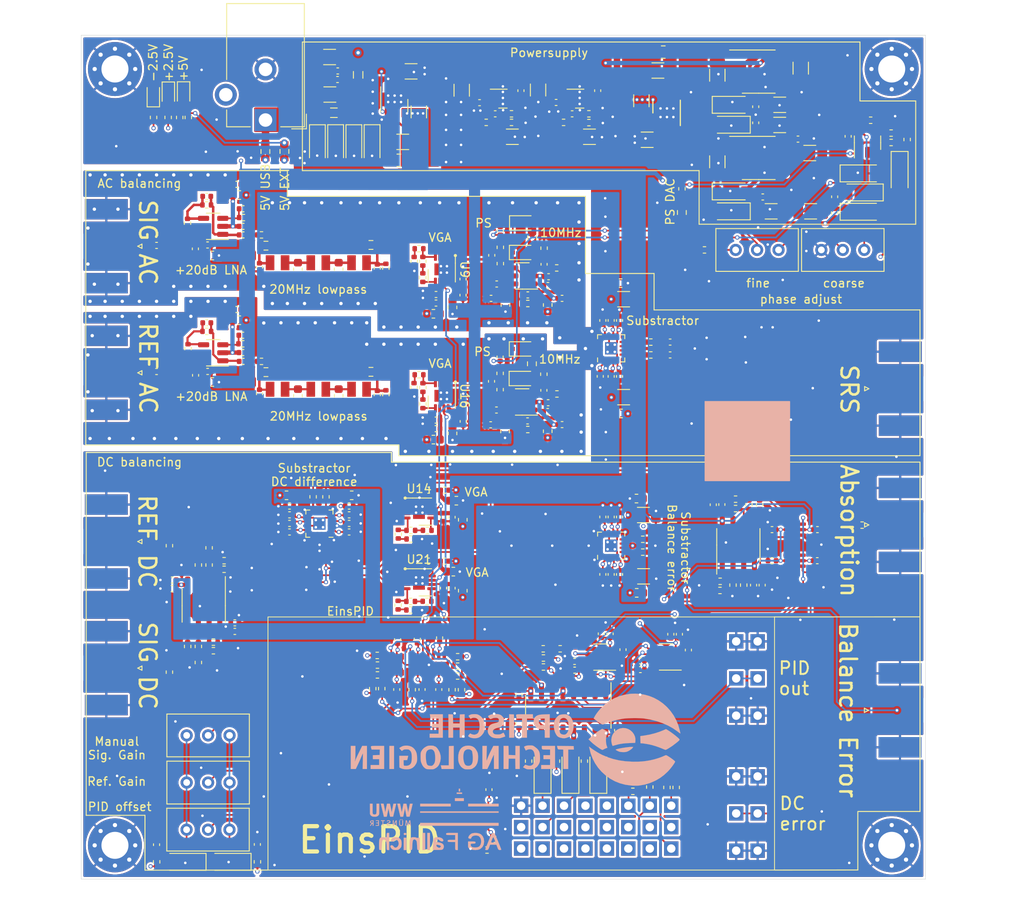
<source format=kicad_pcb>
(kicad_pcb (version 20211014) (generator pcbnew)
  (layers (0 "F.Cu" signal) (1 "In1.Cu" power) (2 "In2.Cu" power) (31 "B.Cu" signal) (34 "B.Paste" user) (35 "F.Paste" user) (36 "B.SilkS" user "B.Silkscreen") (37 "F.SilkS" user "F.Silkscreen") (38 "B.Mask" user) (39 "F.Mask" user) (44 "Edge.Cuts" user))
  (net 0 "")
  (net 1 "Net-(C5-Pad2)")
  (net 2 "Net-(C49-Pad1)")
  (net 3 "GND")
  (net 4 "Net-(C8-Pad2)")
  (net 5 "Net-(C3-Pad1)")
  (net 6 "Sig_AC")
  (net 7 "Net-(C9-Pad2)")
  (net 8 "Net-(C5-Pad1)")
  (net 9 "Net-(C10-Pad1)")
  (net 10 "Net-(C14-Pad2)")
  (net 11 "Net-(C24-Pad1)")
  (net 12 "Net-(C9-Pad1)")
  (net 13 "Net-(C24-Pad2)")
  (net 14 "Net-(C11-Pad1)")
  (net 15 "Net-(C26-Pad1)")
  (net 16 "Net-(C27-Pad2)")
  (net 17 "Net-(C31-Pad1)")
  (net 18 "Ref_AC")
  (net 19 "Net-(C34-Pad2)")
  (net 20 "Net-(C35-Pad2)")
  (net 21 "Net-(C17-Pad1)")
  (net 22 "Net-(C38-Pad1)")
  (net 23 "Net-(C39-Pad1)")
  (net 24 "+5V")
  (net 25 "Net-(C40-Pad2)")
  (net 26 "Net-(C41-Pad1)")
  (net 27 "Net-(C44-Pad1)")
  (net 28 "+2V5")
  (net 29 "Net-(C45-Pad1)")
  (net 30 "Net-(C45-Pad2)")
  (net 31 "Net-(C48-Pad1)")
  (net 32 "-2V5")
  (net 33 "Ref_Gain_Voltage")
  (net 34 "Net-(C48-Pad2)")
  (net 35 "Phaseshifter_Sig_AC_out")
  (net 36 "VGA_Sig_AC_out")
  (net 37 "PS_bias_SIG")
  (net 38 "Phaseshifter_Ref_AC_out")
  (net 39 "VGA_Ref_AC_out")
  (net 40 "Net-(C50-Pad2)")
  (net 41 "PS_bias_REF")
  (net 42 "/Substractor/Signal_P")
  (net 43 "Net-(C51-Pad2)")
  (net 44 "/Substractor/Signal_N")
  (net 45 "Net-(C52-Pad1)")
  (net 46 "Net-(C108-Pad1)")
  (net 47 "Net-(C54-Pad2)")
  (net 48 "Net-(C58-Pad1)")
  (net 49 "Net-(D6-Pad2)")
  (net 50 "Net-(C59-Pad1)")
  (net 51 "Net-(D8-Pad2)")
  (net 52 "Net-(C114-Pad1)")
  (net 53 "Net-(C64-Pad2)")
  (net 54 "Net-(C69-Pad1)")
  (net 55 "Net-(C69-Pad2)")
  (net 56 "Net-(C104-Pad1)")
  (net 57 "Net-(C105-Pad2)")
  (net 58 "Vin")
  (net 59 "Net-(C113-Pad1)")
  (net 60 "Net-(C74-Pad1)")
  (net 61 "Net-(C75-Pad2)")
  (net 62 "PID_error")
  (net 63 "PID_controll")
  (net 64 "PID_set_voltage")
  (net 65 "Net-(C76-Pad1)")
  (net 66 "Net-(C77-Pad1)")
  (net 67 "Net-(C78-Pad1)")
  (net 68 "Net-(C79-Pad1)")
  (net 69 "Net-(C80-Pad2)")
  (net 70 "Net-(JP1-Pad3)")
  (net 71 "Inputstage_Sig_AC_out")
  (net 72 "Net-(C81-Pad1)")
  (net 73 "Inputstage_Ref_AC_out")
  (net 74 "Sig_Gain_Voltage")
  (net 75 "Net-(C83-Pad1)")
  (net 76 "Net-(C87-Pad1)")
  (net 77 "Net-(C100-Pad1)")
  (net 78 "Net-(C104-Pad2)")
  (net 79 "Net-(C109-Pad2)")
  (net 80 "Net-(C102-Pad1)")
  (net 81 "Net-(C101-Pad1)")
  (net 82 "Net-(C103-Pad1)")
  (net 83 "Net-(R27-Pad2)")
  (net 84 "Ref_DC")
  (net 85 "Net-(C103-Pad2)")
  (net 86 "Net-(C107-Pad1)")
  (net 87 "Net-(C117-Pad2)")
  (net 88 "Net-(C126-Pad2)")
  (net 89 "Net-(C136-Pad1)")
  (net 90 "Net-(C137-Pad2)")
  (net 91 "Net-(C138-Pad1)")
  (net 92 "Net-(D1-Pad2)")
  (net 93 "Net-(D2-Pad1)")
  (net 94 "VGA_Ref_DC_out")
  (net 95 "VGA_Sig_DC_out")
  (net 96 "Net-(C16-Pad1)")
  (net 97 "Net-(D3-Pad2)")
  (net 98 "Net-(D12-Pad2)")
  (net 99 "Net-(D14-Pad1)")
  (net 101 "Net-(J5-Pad1)")
  (net 102 "Net-(J6-Pad1)")
  (net 103 "Net-(JP2-Pad1)")
  (net 104 "Net-(C111-Pad2)")
  (net 105 "Net-(JP3-Pad1)")
  (net 106 "Net-(JP4-Pad2)")
  (net 107 "Net-(C116-Pad1)")
  (net 108 "Net-(JP8-Pad3)")
  (net 109 "Net-(JP9-Pad2)")
  (net 110 "Net-(R1-Pad1)")
  (net 111 "Net-(R5-Pad2)")
  (net 112 "Net-(R10-Pad2)")
  (net 113 "Net-(R12-Pad1)")
  (net 114 "Net-(R14-Pad1)")
  (net 115 "Net-(R22-Pad1)")
  (net 116 "Net-(R22-Pad2)")
  (net 117 "Net-(R23-Pad2)")
  (net 118 "Net-(R36-Pad1)")
  (net 119 "Net-(R37-Pad1)")
  (net 120 "Net-(R39-Pad2)")
  (net 121 "Net-(R43-Pad1)")
  (net 122 "Net-(R41-Pad2)")
  (net 123 "Net-(R47-Pad1)")
  (net 124 "Net-(R49-Pad1)")
  (net 125 "Net-(R44-Pad2)")
  (net 126 "Net-(R50-Pad2)")
  (net 127 "Net-(R46-Pad2)")
  (net 128 "Net-(R47-Pad2)")
  (net 129 "Net-(R62-Pad1)")
  (net 130 "Net-(R63-Pad1)")
  (net 131 "Net-(R52-Pad1)")
  (net 132 "Net-(R68-Pad1)")
  (net 133 "Net-(R52-Pad2)")
  (net 134 "Net-(R54-Pad1)")
  (net 135 "Net-(R54-Pad2)")
  (net 136 "Net-(R55-Pad1)")
  (net 139 "Net-(R61-Pad1)")
  (net 140 "Net-(R65-Pad2)")
  (net 141 "Net-(R67-Pad1)")
  (net 142 "Net-(R68-Pad2)")
  (net 143 "Net-(R70-Pad1)")
  (net 144 "Net-(R73-Pad2)")
  (net 145 "Net-(R74-Pad1)")
  (net 146 "Net-(R75-Pad2)")
  (net 147 "Phaseshifter_reference_voltage")
  (net 148 "Net-(R80-Pad2)")
  (net 149 "Net-(RV1-Pad1)")
  (net 156 "PA28")
  (net 157 "-3.83V")
  (net 161 "Net-(C28-Pad1)")
  (net 166 "Net-(C40-Pad1)")
  (net 168 "Net-(C46-Pad2)")
  (net 172 "Net-(C43-Pad1)")
  (net 178 "Net-(R64-Pad2)")
  (net 180 "Net-(R67-Pad2)")
  (net 182 "Inputstage_Ref_DC_out")
  (net 183 "Inputstage_Sig_DC_out")
  (net 184 "Sig_DC")
  (net 187 "ser_data")
  (net 188 "PA27")
  (net 189 "ser_clock")
  (net 190 "Net-(R48-Pad1)")
  (net 192 "latch")
  (net 194 "QA")
  (net 195 "QH")
  (net 196 "QG")
  (net 197 "QF")
  (net 198 "QE")
  (net 199 "QD")
  (net 200 "QC")
  (net 201 "QB")
  (net 204 "PA16")
  (net 206 "DAC_PS_voltage")
  (net 207 "Net-(R76-Pad1)")
  (net 208 "Error_in")
  (net 209 "IN-")
  (net 210 "Error_Signal_to_PID")
  (net 211 "PID_set_offset_voltage")
  (net 212 "IN+")
  (net 213 "DAC_PID_set_voltage")
  (net 217 "+17V")
  (net 218 "Net-(JP7-Pad2)")
  (net 219 "Net-(C118-Pad1)")
  (net 220 "Net-(RV3-Pad2)")
  (net 221 "Net-(R90-Pad1)")
  (net 222 "Net-(R91-Pad1)")
  (net 223 "Net-(R92-Pad1)")
  (net 224 "DAC_Ref_Gain")
  (net 225 "Net-(RV5-Pad2)")
  (net 226 "Net-(U19-Pad3)")
  (net 227 "DAC_Sig_Gain")
  (net 228 "Net-(J8-Pad1)")
  (net 229 "Net-(R62-Pad2)")
  (net 230 "Net-(R95-Pad1)")
  (net 231 "Net-(R96-Pad1)")
  (net 232 "Net-(R99-Pad2)")
  (net 233 "Net-(R100-Pad2)")
  (net 234 "Net-(R101-Pad1)")
  (net 235 "Net-(R103-Pad1)")
  (net 236 "Net-(R103-Pad2)")
  (net 237 "Net-(R105-Pad2)")
  (net 238 "Net-(R106-Pad1)")
  (net 239 "Net-(RV4-Pad2)")
  (net 240 "Net-(U15-Pad8)")
  (net 241 "Net-(U15-Pad5)")
  (footprint "Resistor_SMD:R_0402_1005Metric" (layer "F.Cu") (at 94.5896 125.9332)
    (fp_text reference "R92" hide)
    (fp_text value "10k")
  )
  (footprint "Resistor_SMD:R_0402_1005Metric" (layer "F.Cu") (at 65.659 122.936)
    (fp_text reference "R67" hide)
    (fp_text value "1k" hide)
  )
  (footprint "Capacitor_Tantalum_SMD:CP_EIA-3216-18_Kemet-A" (layer "F.Cu") (at 84.455 62.912 -90)
    (fp_text reference "C29" hide)
    (fp_text value "10uF" hide)
  )
  (footprint "LED_SMD:LED_0603_1608Metric" (layer "F.Cu") (at 60.325 57.0229 -90)
    (fp_text reference "D1" hide)
    (fp_text value "+2.5V" hide)
  )
  (footprint "Capacitor_SMD:C_0402_1005Metric" (layer "F.Cu") (at 134.9002 62.3062)
    (fp_text reference "C16" hide)
    (fp_text value "100n" hide)
  )
  (footprint "Resistor_SMD:R_0402_1005Metric" (layer "F.Cu") (at 110.136399 60.3504 180)
    (fp_text reference "R6" hide)
    (fp_text value "120k" hide)
  )
  (footprint "Capacitor_SMD:C_0402_1005Metric" (layer "F.Cu") (at 69.195801 88.646 180)
    (fp_text reference "C78" hide)
    (fp_text value "10n" hide)
  )
  (footprint "Resistor_SMD:R_0402_1005Metric" (layer "F.Cu") (at 90.0148 90.2304)
    (fp_text reference "R59" hide)
    (fp_text value "51 0.1%" hide)
  )
  (footprint "Capacitor_SMD:C_0402_1005Metric" (layer "F.Cu") (at 140.843 61.976 90)
    (fp_text reference "C25" hide)
    (fp_text value "1µF")
  )
  (footprint "Resistor_SMD:R_0402_1005Metric" (layer "F.Cu") (at 145.9305 62.7071)
    (fp_text reference "R40" hide)
    (fp_text value "10k")
  )
  (footprint "Resistor_SMD:R_0402_1005Metric" (layer "F.Cu") (at 60.2996 59.7388 90)
    (fp_text reference "R3" hide)
    (fp_text value "51" hide)
  )
  (footprint "Resistor_SMD:R_0402_1005Metric" (layer "F.Cu") (at 65.151 110.744 -90)
    (fp_text reference "R44" hide)
    (fp_text value "1k" hide)
  )
  (footprint "Diode_SMD:D_MiniMELF" (layer "F.Cu") (at 107.95 137.287 90)
    (fp_text reference "D16" hide)
    (fp_text value "ZMM3v3")
  )
  (footprint "Capacitor_SMD:C_0402_1005Metric" (layer "F.Cu") (at 125.8824 105.6132 -90)
    (fp_text reference "C151" hide)
    (fp_text value "100n")
  )
  (footprint "Resistor_SMD:R_0402_1005Metric" (layer "F.Cu") (at 98.0694 146.558 180)
    (fp_text reference "R89" hide)
    (fp_text value "10k")
  )
  (footprint "Resistor_SMD:R_0402_1005Metric" (layer "F.Cu") (at 77.47 104.6988 90)
    (fp_text reference "R108" hide)
    (fp_text value "22")
  )
  (footprint "Resistor_SMD:R_0402_1005Metric" (layer "F.Cu") (at 116.5118 109.728)
    (fp_text reference "R63" hide)
    (fp_text value "51 0.1%" hide)
  )
  (footprint "Resistor_SMD:R_0402_1005Metric" (layer "F.Cu") (at 107.137201 60.325)
    (fp_text reference "R9" hide)
    (fp_text value "0.51" hide)
  )
  (footprint "Inductor_SMD:L_0603_1608Metric" (layer "F.Cu") (at 115.7732 104.902)
    (fp_text reference "FB20" hide)
    (fp_text value "Ferrite_Bead_Small" hide)
  )
  (footprint "Resistor_SMD:R_0402_1005Metric" (layer "F.Cu") (at 90.0138 75.2944)
    (fp_text reference "R27" hide)
    (fp_text value "51 0.1%" hide)
  )
  (footprint "Inductor_SMD:L_0603_1608Metric" (layer "F.Cu") (at 113.9445 94.8182)
    (fp_text reference "FB22" hide)
    (fp_text value "Ferrite_Bead_Small" hide)
  )
  (footprint "Resistor_SMD:R_0402_1005Metric" (layer "F.Cu") (at 104.8274 75.2328 90)
    (fp_text reference "R34" hide)
    (fp_text value "100k" hide)
  )
  (footprint "Capacitor_SMD:C_0402_1005Metric" (layer "F.Cu") (at 111.1758 56.5658 90)
    (fp_text reference "C5" hide)
    (fp_text value "1µF" hide)
  )
  (footprint "Resistor_SMD:R_0402_1005Metric" (layer "F.Cu") (at 90.4638 76.7794 -90)
    (fp_text reference "R31" hide)
    (fp_text value "51 0.1%" hide)
  )
  (footprint "Resistor_SMD:R_0402_1005Metric" (layer "F.Cu") (at 78.994 104.6988 90)
    (fp_text reference "R104" hide)
    (fp_text value "1k")
  )
  (footprint "Capacitor_SMD:C_1206_3216Metric" (layer "F.Cu") (at 89.076 54.2798)
    (fp_text reference "C13" hide)
    (fp_text value "10uF" hide)
  )
  (footprint "footprints:SMA_edge" (layer "F.Cu") (at 54.7 75)
    (fp_text reference "J3" hide)
    (fp_text value "Sig_AC")
  )
  (footprint "Capacitor_SMD:C_1206_3216Metric" (layer "F.Cu") (at 116.3536 57.7614 -90)
    (fp_text reference "C19" hide)
    (fp_text value "10uF" hide)
  )
  (footprint "Inductor_SMD:L_0603_1608Metric" (layer "F.Cu") (at 74.323 104.521 180)
    (fp_text reference "FB11" hide)
    (fp_text value "Ferrite_Bead_Small" hide)
  )
  (footprint "Resistor_SMD:R_0402_1005Metric" (layer "F.Cu") (at 129.0848 105.636 -90)
    (fp_text reference "R105" hide)
    (fp_text value "1k")
  )
  (footprint "Resistor_SMD:R_0402_1005Metric" (layer "F.Cu") (at 85.0646 123.494799 180)
    (fp_text reference "R49" hide)
    (fp_text value "1k")
  )
  (footprint "Package_SON:WSON-8-1EP_2x2mm_P0.5mm_EP0.9x1.6mm" (layer "F.Cu") (at 99.9528 57.512)
    (fp_text reference "U2" hide)
    (fp_text value "LM27761" hide)
  )
  (footprint "Resistor_SMD:R_0402_1005Metric" (layer "F.Cu") (at 64.877801 85.09)
    (fp_text reference "R20" hide)
    (fp_text value "510" hide)
  )
  (footprint "Capacitor_SMD:C_0402_1005Metric" (layer "F.Cu") (at 68.4276 67.6656 180)
    (fp_text reference "C35" hide)
    (fp_text value "1µF" hide)
  )
  (footprint "Inductor_SMD:L_0603_1608Metric" (layer "F.Cu") (at 65.532101 91.0844 180)
    (fp_text reference "FB12" hide)
    (fp_text value "Ferrite_Bead_Small" hide)
  )
  (footprint "footprints:EinsPID" (layer "F.Cu") (at 132.1225 148.9325 180)
    (fp_text reference "U22" hide)
    (fp_text value "EinsPID" hide)
  )
  (footprint "Capacitor_SMD:C_1206_3216Metric" (layer "F.Cu") (at 95.0722 56.515 -90)
    (fp_text reference "C15" hide)
    (fp_text value "10uF" hide)
  )
  (footprint "Capacitor_SMD:C_1206_3216Metric" (layer "F.Cu") (at 118.3076 54.1782 180)
    (fp_text reference "C17" hide)
    (fp_text value "10uF" hide)
  )
  (footprint "footprints:LFCSP-8-1EP-3x3mm_P0.5mm_EP" (layer "F.Cu") (at 92.7628 92.7424 -90)
    (fp_text reference "U16")
    (fp_text value "AD8337BCPZ-REEL7")
  )
  (footprint "Resistor_SMD:R_0402_1005Metric" (layer "F.Cu") (at 86.089799 92.583 90)
    (fp_text reference "R45" hide)
    (fp_text value "51 0.1%" hide)
  )
  (footprint "Capacitor_SMD:C_0402_1005Metric" (layer "F.Cu") (at 93.9292 115.5218 90)
    (fp_text reference "C126" hide)
    (fp_text value "1µF" hide)
  )
  (footprint "Capacitor_SMD:C_0402_1005Metric" (layer "F.Cu") (at 131.826 108.585 180)
    (fp_text reference "C154" hide)
    (fp_text value "100n")
  )
  (footprint "Inductor_SMD:L_0603_1608Metric" (layer "F.Cu") (at 68.7324 83.7692 180)
    (fp_text reference "FB4" hide)
    (fp_text value "Ferrite_Bead_Small" hide)
  )
  (footprint "Capacitor_SMD:C_0402_1005Metric" (layer "F.Cu") (at 68.199 119.634 180)
    (fp_text reference "C123" hide)
    (fp_text value "1µF" hide)
  )
  (footprint "Capacitor_SMD:C_0402_1005Metric" (layer "F.Cu") (at 69.1642 87.6046 180)
    (fp_text reference "C34" hide)
    (fp_text value "100n" hide)
  )
  (footprint "Inductor_SMD:L_0603_1608Metric" (layer "F.Cu") (at 105.2576 81.9659 90)
    (fp_text reference "FB7" hide)
    (fp_text value "Ferrite_Bead_Small" hide)
  )
  (footprint "Resistor_SMD:R_0402_1005Metric" (layer "F.Cu") (at 139.2446 71.0712 90)
    (fp_text reference "R38" hide)
    (fp_text value "10k" hide)
  )
  (footprint "Capacitor_SMD:C_0402_1005Metric" (layer "F.Cu") (at 80.391 54.229 180)
    (fp_text reference "C2" hide)
    (fp_text value "100n" hide)
  )
  (footprint "Resistor_SMD:R_0402_1005Metric" (layer "F.Cu") (at 99.6188 91.996801 -90)
    (fp_text reference "R57" hide)
    (fp_text value "100" hide)
  )
  (footprint "Resistor_SMD:R_0402_1005Metric" (layer "F.Cu") (at 58.5724 59.7408 90)
    (fp_text reference "R2" hide)
    (fp_text value "51" hide)
  )
  (footprint "MountingHole:MountingHole_3.2mm_M3_Pad_Via" (layer "F.Cu") (at 54 54)
    (fp_text reference "H1" hide)
    (fp_text value "MountingHole_Pad" hide)
  )
  (footprint "Resistor_SMD:R_0402_1005Metric" (layer "F.Cu") (at 99.6458 77.061601 -90)
    (fp_text reference "R32" hide)
    (fp_text value "100" hide)
  )
  (footprint "footprints:SMA_edge" (layer "F.Cu") (at 54.7 110)
    (fp_text reference "J4" hide)
    (fp_text value "Sig_DC")
  )
  (footprint "Capacitor_SMD:C_0402_1005Metric" (layer "F.Cu") (at 119.7584 87.884 180)
    (fp_text reference "C117" hide)
    (fp_text value "100n" hide)
  )
  (footprint "Capacitor_SMD:C_0402_1005Metric" (layer "F.Cu") (at 106.9568 81.1784 180)
    (fp_text reference "C46" hide)
    (fp_text value "1µF" hide)
  )
  (footprint "Capacitor_SMD:C_0402_1005Metric" (layer "F.Cu") (at 93.0402 112.3188)
    (fp_text reference "C108" hide)
    (fp_text value "100n" hide)
  )
  (footprint "Resistor_SMD:R_0402_1005Metric" (layer "F.Cu") (at 100.9688 60.325 180)
    (fp_text reference "R8" hide)
    (fp_text value "120k" hide)
  )
  (footprint "Resistor_SMD:R_0402_1005Metric" (layer "F.Cu") (at 65.151 112.778 -90)
    (fp_text reference "R46" hide)
    (fp_text value "1k" hide)
  )
  (footprint "Capacitor_SMD:C_0402_1005Metric" (layer "F.Cu") (at 93.063 103.9114)
    (fp_text reference "C92" hide)
    (fp_text value "100n" hide)
  )
  (footprint "Resistor_SMD:R_0402_1005Metric" (layer "F.Cu") (at 117.348 139.0904 -90)
    (fp_text reference "R86" hide)
    (fp_text value "10k")
  )
  (footprint "Potentiometer_THT:Potentiometer_Bourns_3296W_Vertical" (layer "F.Cu") (at 132.598 75.438)
    (fp_text reference "RV1" hide)
    (fp_text value "100k" hide)
  )
  (footprint "Capacitor_SMD:C_0402_1005Metric" (layer "F.Cu") (at 129.8938 58.4682 90)
    (fp_text reference "C23" hide)
    (fp_text value "100n" hide)
  )
  (footprint "Capacitor_SMD:C_0402_1005Metric" (layer "F.Cu") (at 97.184201 57.9882)
    (fp_text reference "C8" hide)
    (fp_text value "10uF" hide)
  )
  (footprint "Package_SO:SOIC-8_3.9x4.9mm_P1.27mm" (layer "F.Cu") (at 64.516 117.602 -90)
    (fp_text reference "U20" hide)
    (fp_text value "MCP6022" hide)
  )
  (footprint "footprints:SC-60" (layer "F.Cu") (at 134.517 108.588)
    (fp_text reference "U31" hide)
    (fp_text value "SGM4157YC6")
  )
  (footprint "Inductor_SMD:L_0603_1608Metric" (layer "F.Cu") (at 100.2538 81.9658 90)
    (fp_text reference "FB8" hide)
    (fp_text value "Ferrite_Bead_Small" hide)
  )
  (footprint "Capacitor_SMD:C_0402_1005Metric" (layer "F.Cu") (at 80.363 55.245 180)
    (fp_text reference "C3" hide)
    (fp_text value "100n" hide)
  )
  (footprint "Inductor_SMD:L_0603_1608Metric" (layer "F.Cu") (at 94.4372 105.156)
    (fp_text reference "FB18" hide)
    (fp_text value "Ferrite_Bead_Small" hide)
  )
  (footprint "Resistor_SMD:R_0402_1005Metric" (layer "F.Cu") (at 130.3548 105.636 -90)
    (fp_text reference "R103" hide)
    (fp_text value "1k")
  )
  (footprint "footprints:SMA_edge" (layer "F.Cu") (at 54.7 125)
    (fp_text reference "J7" hide)
    (fp_text value "Ref_DC")
  )
  (footprint "footprints:SC-60" (layer "F.Cu") (at 134.4904 112.268)
    (fp_text reference "U30" hide)
    (fp_text value "SGM4157YC6")
  )
  (footprint "Package_DFN_QFN:QFN-16-1EP_3x3mm_P0.5mm_EP1.45x1.45mm_ThermalVias" (layer "F.Cu") (at 112.776 110.49 90)
    (fp_text reference "U17" hide)
    (fp_text value "LT6402IUD-6-PBF" hide)
  )
  (footprint "Resistor_SMD:R_0402_1005Metric" (layer "F.Cu") (at 90.4748 91.7454 -90)
    (fp_text reference "R55" hide)
    (fp_text value "51 0.1%" hide)
  )
  (footprint "Resistor_SMD:R_0402_1005Metric" (layer "F.Cu") (at 121.158 68.199 90)
    (fp_text reference "R39" hide)
    (fp_text value "1k")
  )
  (footprint "Resistor_SMD:R_0402_1005Metric" (layer "F.Cu") (at 62.591801 72.2614 90)
    (fp_text reference "R15" hide)
    (fp_text value "51 0.1%" hide)
  )
  (footprint "Capacitor_SMD:C_0402_1005Metric" (layer "F.Cu") (at 129.8938 60.3758 90)
    (fp_text reference "C21" hide)
    (fp_text value "100n" hide)
  )
  (footprint "Capacitor_SMD:C_0402_1005Metric" (layer "F.Cu") (at 105.3592 78.613 180)
    (fp_text reference "C47" hide)
    (fp_text value "100n" hide)
  )
  (footprint "Resistor_SMD:R_0402_1005Metric" (layer "F.Cu") (at 85.09 124.637799)
    (fp_text reference "R95" hide)
    (fp_text value "1k")
  )
  (footprint "Resistor_SMD:R_0402_1005Metric" (layer "F.Cu") (at 84.5312 127.431799 90)
    (fp_text reference "R98" hide)
    (fp_text value "10k")
  )
  (footprint "Capacitor_SMD:C_0402_1005Metric" (layer "F.Cu") (at 113.538 132.362 90)
    (fp_text reference "C125" hide)
    (fp_text value "100n")
  )
  (footprint "Capacitor_SMD:C_0402_1005Metric" (layer "F.Cu") (at 99.187 94.4118)
    (fp_text reference "C97" hide)
    (fp_text value "100n" hide)
  )
  (footprint "Capacitor_SMD:C_0402_1005Metric" (layer "F.Cu") (at 99.6458 73.18 -90)
    (fp_text reference "C61" hide)
    (fp_text value "100n" hide)
  )
  (footprint "Inductor_SMD:L_0805_2012Metric" (layer "F.Cu") (at 79.9295 59.182)
    (fp_text reference "FB2" hide)
    (fp_text value "Ferrite_Bead_Small" hide)
  )
  (footprint "Diode_SMD:D_MiniMELF" (layer "F.Cu") (at 142.4424 66.3702)
    (fp_text reference "D11" hide)
    (fp_text value "ZMM5V6" hide)
  )
  (footprint "Inductor_SMD:L_0603_1608Metric" (layer "F.Cu") (at 91.7194 97.917 180)
    (fp_text reference "FB15" hide)
    (fp_text value "Ferrite_Bead_Small" hide)
  )
  (footprint "Resistor_SMD:R_0402_1005Metric" (layer "F.Cu") (at 90.4638 78.7194 -90)
    (fp_text reference "R22" hide)
    (fp_text value "51 0.1%" hide)
  )
  (footprint "Capacitor_SMD:C_1206_3216Metric" (layer "F.Cu") (at 79.453001 57.023 180)
    (fp_text reference "C4" hide)
    (fp_text value "10uF" hide)
  )
  (footprint "Capacitor_SMD:C_0402_1005Metric" (layer "F.Cu") (at 99.6188 88.1152 -90)
    (fp_text reference "C56" hide)
    (fp_text value "100n" hide)
  )
  (footprint "Capacitor_SMD:C_1206_3216Metric" (layer "F.Cu") (at 132.7404 58.2422)
    (fp_text reference "C20" hide)
    (fp_text value "10uF" hide)
  )
  (footprint "Capacitor_SMD:C_0402_1005Metric" (layer "F.Cu") (at 81.7372 108.8644)
    (fp_text reference "C79" hide)
    (fp_text value "100n" hide)
  )
  (footprint "Resistor_SMD:R_0402_1005Metric" (layer "F.Cu") (at 89.4388 76.7844 90)
    (fp_text reference "R23" hide)
    (fp_text value "51 0.1%" hide)
  )
  (footprint "Resistor_SMD:R_0402_1005Metric" (layer "F.Cu") (at 89.05 109.6972 180)
    (fp_text reference "R53" hide)
    (fp_text value "51 0.1%" hide)
  )
  (footprint "Resistor_SMD:R_0402_1005Metric" (layer "F.Cu") (at 90.4748 93.6804 -90)
    (fp_text reference "R47" hide)
    (fp_text value "51 0.1%" hide)
  )
  (footprint "Capacitor_SMD:C_0402_1005Metric" (layer "F.Cu") (at 101.854 128.143 -90)
    (fp_text reference "C131" hide)
    (fp_text value "100n")
  )
  (footprint "Capacitor_SMD:C_0402_1005Metric" (layer "F.Cu") (at 92.0242 96.6216)
    (fp_text reference "C93" hide)
    (fp_text value "1µF" hide)
  )
  (footprint "Package_SO:SOIC-8_3.9x4.9mm_P1.27mm" (layer "F.Cu") (at 127.8382 110.4112 90)
    (fp_text reference "U29" hide)
    (fp_text value "MCP6022")
  )
  (footprint "footprints:LFCSP-8-1EP-3x3mm_P0.5mm_EP" (layer "F.Cu") (at 90.0255 114.7806)
    (fp_text reference "U21")
    (fp_text value "AD8337BCPZ-REEL7")
  )
  (footprint "footprints:0603_solderbridge3" (layer "F.Cu") (at 83.7582 92.178225 180)
    (fp_text reference "JP8" hide)
    (fp_text value "SolderJumper_3_Open" hide)
  )
  (footprint "footprints:SMA_edge" (layer "F.Cu") (at 145.2626 130 180)
    (fp_text reference "J8" hide)
    (fp_text value "DC_balance_error")
  )
  (footprint "Capacitor_SMD:C_0402_1005Metric" (layer "F.Cu") (at 95.25 93.853 -90)
    (fp_text reference "C105" hide)
    (fp_text value "1µF" hide)
  )
  (footprint "Inductor_SMD:L_0603_1608Metric" (layer "F.Cu") (at 95.1992 115.824 -90)
    (fp_text reference "FB23" hide)
    (fp_text value "Ferrite_Bead_Small" hide)
  )
  (footprint "Resistor_SMD:R_0402_1005Metric" (layer "F.Cu") (at 60.452 125.476 -90)
    (fp_text reference "R66" hide)
    (fp_text value "51" hide)
  )
  (footprint "Capacitor_SMD:C_1206_3216Metric" (layer "F.Cu") (at 125.3472 54.7352 90)
    (fp_text reference "C24" hide)
    (fp_text value "10uF" hide)
  )
  (footprint "Package_DFN_QFN:QFN-16-1EP_3x3mm_P0.5mm_EP1.45x1.45mm_ThermalVias" (layer "F.Cu") (at 112.7734 87.0965 90)
    (fp_text reference "U10" hide)
    (fp_text value "LT6402IUD-6-PBF" hide)
  )
  (footprint "Resistor_SMD:R_0402_1005Metric" (layer "F.Cu") (at 106.7308 122.7074 180)
    (fp_text reference "R77" hide)
    (fp_text value "10k")
  )
  (footprint "Capacitor_SMD:C_0402_1005Metric" (layer "F.Cu") (at 120.8532 120.9828 -90)
    (fp_text reference "C142" hide)
    (fp_text value "1µF")
  )
  (footprint "Capacitor_SMD:C_0402_1005Metric" (layer "F.Cu") (at 91.1606 103.9114)
    (fp_text reference "C80" hide)
    (fp_text value "1µF" hide)
  )
  (footprint "Diode_SMD:D_SOD-123" (layer "F.Cu") (at 126.9982 60.6044 180)
    (fp_text reference "D5" hide)
    (fp_text value "D_Schottky" hide)
  )
  (footprint "Resistor_SMD:R_0402_1005Metric" (layer "F.Cu") (at 94.5896 123.6472)
    (fp_text reference "R90" hide)
    (fp_text value "1k")
  )
  (footprint "Resistor_SMD:R_0402_1005Metric" (layer "F.Cu") (at 104.7242 122.7074 180)
    (fp_text reference "R76" hide)
    (fp_text value "10k")
  )
  (footprint "Resistor_SMD:R_0805_2012Metric" (layer "F.Cu") (at 118.9425 51.9938 180)
    (fp_text reference "R11" hide)
    (fp_text value "25k" hide)
  )
  (footprint "Package_SO:SOIC-8_3.9x4.9mm_P1.27mm" (layer "F.Cu") (at 130.2494 54.3052)
    (fp_text reference "U4" hide)
    (fp_text value "MAX1044" hide)
  )
  (footprint "Inductor_SMD:L_0603_1608Metric" (layer "F.Cu") (at 82.0421 104.521 180)
    (fp_text reference "FB13" hide)
    (fp_text value "Ferrite_Bead_Small" hide)
  )
  (footprint "footprints:SC-60" (layer "F.Cu") (at 89.8652 124.587 90)
    (fp_text reference "U19" hide)
    (fp_text value "SGM4157YC6")
  )
  (footprint "footprints:0603_solderbridge" (layer "F.Cu") (at 121.158 70.9835 90)
    (fp_text reference "JP7" hide)
    (fp_text value "SolderJumper_2_Open")
  )
  (footprint "Capacitor_SMD:C_0603_1608Metric" (layer "F.Cu") (at 80.4998 92.71 -90)
    (fp_text reference "C81" hide)
    (fp_text value "240pF" hide)
  )
  (footprint "Capacitor_SMD:C_0402_1005Metric" (layer "F.Cu") (at 105.2534 94.5896 180)
    (fp_text reference "C94" hide)
    (fp_text value "10n" hide)
  )
  (footprint "project_footprints:AISC-0805_Inductor" (layer "F.Cu") (at 73.261799 91.948 180)
    (fp_text reference "L6" hide)
    (fp_text value "470nH" hide)
  )
  (footprint "Capacitor_SMD:C_0402_1005Metric" (layer "F.Cu") (at 85.069801 77.6234 -90)
    (fp_text reference "C41" hide)
    (fp_text value "82pF" hide)
  )
  (footprint "Capacitor_SMD:C_0402_1005Metric" (layer "F.Cu") (at 111.7854 83.7972 90)
    (fp_text reference "C60" hide)
    (fp_text value "100n" hide)
  )
  (footprint "Inductor_SMD:L_0603_1608Metric" (layer "F.Cu") (at 95.1993 107.4166 -90)
    (fp_text reference "FB14" hide)
    (fp_text value "Ferrite_Bead_Small" hide)
  )
  (footprint "Resistor_SMD:R_0402_1005Metric" (layer "F.Cu") (at 62.653901 87.122 90)
    (fp_text reference "R16" hide)
    (fp_text value "51 0.1%" hide)
  )
  (footprint "Capacitor_SMD:C_0402_1005Metric" (layer "F.Cu") (at 95.2246 78.895 -90)
    (fp_text reference "C50" hide)
    (fp_text value "1µF" hide)
  )
  (footprint "Diode_SMD:D_MiniMELF" (layer "F.Cu") (at 111.252 137.287 90)
    (fp_text reference "D18" hide)
    (fp_text value "ZMM3v3")
  )
  (footprint "Capacitor_SMD:C_0402_1005Metric" (layer "F.Cu") (at 74.676 105.791 180)
    (fp_text reference "C82" hide)
    (fp_text value "1µF" hide)
  )
  (footprint "Resistor_SMD:R_0402_1005Metric" (layer "F.Cu") (at 104.8004 90.168 90)
    (fp_text reference "R29" hide)
    (fp_text value "100k" hide)
  )
  (footprint "LED_SMD:LED_0603_1608Metric" (layer "F.Cu") (at 62.1284 56.9976 -90)
    (fp_text reference "D3" hide)
    (fp_text value "+5V" hide)
  )
  (footprint "Capacitor_SMD:C_0402_1005Metric" (layer "F.Cu") (at 129.6416 115.1636 90)
    (fp_text reference "C153" hide)
    (fp_text value "100n")
  )
  (footprint "Capacitor_SMD:C_0402_1005Metric" (layer "F.Cu") (at 64.872301 69.088)
    (fp_text reference "C43" hide)
    (fp_text value "3p" hide)
  )
  (footprint "footprints:BarrelJack_CUI_PJ-102AH_Horizontal_with3D" (layer "F.Cu") (at 71.8312 60.0456 180)
    (fp_text reference "J1" hide)
    (fp_text value "Barrel_Jack_Switch")
  )
  (footprint "Capacitor_SMD:C_0402_1005Metric" (layer "F.Cu") (at 130.7294 69.1642)
    (fp_text reference "C67" hide)
    (fp_text value "100n" hide)
  )
  (footprint "Package_TO_SOT_SMD:SOT-23-8" (layer "F.Cu") (at 111.506 123.6928 180)
    (fp_text reference "U24" hide)
    (fp_text value "LTC2633")
  )
  (footprint "Package_TO_SOT_SMD:TSOT-23-6" (layer "F.Cu") (at 65.639801 87.6284 180)
    (fp_text reference "U7" hide)
    (fp_text value "LTC6228xS6" hide)
  )
  (footprint "Capacitor_SMD:C_1206_3216Metric" (layer "F.Cu") (at 136.398 70.866 180)
    (fp_text reference "C68" hide)
    (fp_text value "10uF" hide)
  )
  (footprint "Resistor_SMD:R_0402_1005Metric" (layer "F.Cu") (at 85.598 127.4298 90)
    (fp_text reference "R97" hide)
    (fp_text value "10k")
  )
  (footprint "Capacitor_SMD:C_0402_1005Metric" (layer "F.Cu") (at 124.8664 105.636 -90)
    (fp_text reference "C152" hide)
    (fp_text value "1µF")
  )
  (footprint "Capacitor_SMD:C_0402_1005Metric" (layer "F.Cu") (at 69.1524 85.5472)
    (fp_text reference "C44" hide)
    (fp_text value "100n" hide)
  )
  (footprint "Resistor_SMD:R_0402_1005Metric" (layer "F.Cu") (at 66.929 112.268)
    (fp_text reference "R51" hide)
    (fp_text value "1k" hide)
  )
  (footprint "Resistor_SMD:R_0402_1005Metric" (layer "F.Cu") (at 89.025 117.094)
    (fp_text reference "R73" hide)
    (fp_text value "51 0.1%" hide)
  )
  (footprint "footprints:0603_solderbridge3" (layer "F.Cu") (at 72.447001 72.6424)
    (fp_text reference "JP4" hide)
    (fp_text value "SolderJumper_3_Open" hide)
  )
  (footprint "Resistor_SMD:R_0402_1005Metric" (layer "F.Cu") (at 106.3498 92.5068)
    (fp_text reference "R60" hide)
    (fp_text value "270" hide)
  )
  (footprint "Capacitor_SMD:C_0402_1005Metric" (layer "F.Cu") (at 98.5012 96.1644)
    (fp_text reference "C111" hide)
    (fp_text value "1µF" hide)
  )
  (footprint "Capacitor_SMD:C_0402_1005Metric" (layer "F.Cu") (at 130.6576 115.1636 90)
    (fp_text reference "C156" hide)
    (fp_text value "1µF")
  )
  (footprint "Resistor_SMD:R_0402_1005Metric" (layer "F.Cu") (at 106.324 77.5716)
    (fp_text reference "R35" hide)
    (fp_text value "270" hide)
  )
  (footprint "Inductor_SMD:L_0603_1608Metric" (layer "F.Cu") (at 94.0816 113.5634)
    (fp_text reference "FB21" hide)
    (fp_text value "Ferrite_Bead_Small" hide)
  )
  (footprint "Capacitor_SMD:C_0402_1005Metric" (layer "F.Cu") (at 105.3084 93.5482 180)
    (fp_text reference "C96" hide)
    (fp_text value "100n" hide)
  )
  (footprint "Diode_SMD:D_MiniMELF" (layer "F.Cu") (at 142.4424 70.9168)
    (fp_text reference "D12" hide)
    (fp_text value "ZMM5V6" hide)
  )
  (footprint "Capacitor_SMD:C_1206_3216Metric" (layer "F.Cu") (at 79.424 52.578 180)
    (fp_text reference "C1" hide)
    (fp_text value "10uF" hide)
  )
  (footprint "Capacitor_SMD:C_0402_1005Metric" (layer "F.Cu") (at 74.676 106.8324 180)
    (fp_text reference "C84" hide)
    (fp_text value "100n" hide)
  )
  (footprint "Capacitor_SMD:C_0402_1005Metric" (layer "F.Cu") (at 64.877801 84.074)
    (fp_text reference "C45" hide)
    (fp_text value "3p" hide)
  )
  (footprint "Capacitor_SMD:C_1206_3216Metric" (layer "F.Cu") (at 132.7368 60.6298)
    (fp_text reference "C18" hide)
    (fp_text value "10uF" hide)
  )
  (footprint "Capacitor_SMD:C_0402_1005Metric" (layer "F.Cu") (at 98.5494 81.1784)
    (fp_text reference "C62" hide)
    (fp_text value "1µF" hide)
  )
  (footprint "Capacitor_SMD:C_0402_1005Metric" (layer "F.Cu") (at 74.676 108.8644 180)
    (fp_text reference "C85" hide)
    (fp_text value "100n" hide)
  )
  (footprint "Capacitor_SMD:C_1206_3216Metric" (layer "F.Cu") (at 101.068599 62.0268)
    (fp_text reference "C49" hide)
    (fp_text value "10uF" hide)
  )
  (footprint "Capacitor_SMD:C_0402_1005Metric" (layer "F.Cu") (at 112.776 90.4266 -90)
    (fp_text reference "C113" hide)
    (fp_text value "100n" hide)
  )
  (footprint "Capacitor_SMD:C_0402_1005Metric" (layer "F.Cu") (at 64.9758 89.8398 180)
    (fp_text reference "C86" hide)
    (fp_text value "100n" hide)
  )
  (footprint "Capacitor_SMD:C_1206_3216Metric" (layer "F.Cu") (at 116.5878 106.8578)
    (fp_text reference "C116" hide)
    (fp_text value "10uF" hide)
  )
  (footprint "footprints:SMA_edge" (layer "F.Cu") (at 145.288 108.0262 180)
    (fp_text reference "J5" hide)
    (fp_text value "DC_absorption")
  )
  (footprint "Resistor_SMD:R_0402_1005Metric" (layer "F.Cu") (at 71.3548 88.646177)
    (fp_text reference "R17" hide)
    (fp_text value "51 0.1%" hide)
  )
  (footprint "Resistor_SMD:R_0402_1005Metric" (layer "F.Cu") (at 63.881 124.333 90)
    (fp_text reference "R71" hide)
    (fp_text value "1k" hide)
  )
  (footprint "Capacitor_SMD:C_0402_1005Metric" (layer "F.Cu") (at 64.9706 74.8538 180)
    (fp_text reference "C32" hide)
    (fp_text value "100n" hide)
  )
  (footprint "Capacitor_SMD:C_0402_1005Metric" (layer "F.Cu") (at 137.2056 108.585)
    (fp_text reference "C155" hide)
    (fp_text value "100n")
  )
  (footprint "Resistor_SMD:R_0402_1005Metric" (layer "F.Cu") (at 89.4248 91.7304 90)
    (fp_text reference "R50" hide)
    (fp_text value "51 0.1%" hide)
  )
  (footprint "Capacitor_SMD:C_1206_3216Metric" (layer "F.Cu") (at 117.0358 62.3824 180)
    (fp_text reference "C70" hide)
    (fp_text value "10uF" hide)
  )
  (footprint "Diode_SMD:D_MiniMELF" (layer "F.Cu") (at 146.939 66.322 -90)
    (fp_text reference "D14" hide)
    (fp_text value "ZMM3v3")
  )
  (footprint "footprints:0603_solderbridge3" (layer "F.Cu") (at 83.7582 77.141425 180)
    (fp_text reference "JP1" hide)
    (fp_text value "SolderJumper_3_Open" hide)
  )
  (footprint "Resistor_SMD:R_0402_1005Metric" (layer "F.Cu") (at 58.938 147.955 90)
    (fp_text reference "R87" hide)
    (fp_text value "10k" hide)
  )
  (footprint "Resistor_SMD:R_0402_1005Metric" (layer "F.Cu") (at 94.5896 124.7648 180)
    (fp_text reference "R91" hide)
    (fp_text value "1k")
  )
  (footprint "Inductor_SMD:L_0603_1608Metric" (layer "F.Cu") (at 93.98 97.1804 -90)
    (fp_text reference "FB19" hide)
    (fp_text value "Ferrite_Bead_Small" hide)
  )
  (footprint "Resistor_SMD:R_0402_1005Metric" (layer "F.Cu") (at 70.876 147.955 -90)
    (fp_text reference "R88" hide)
    (fp_text value "10k" hide)
  )
  (footprint "Diode_SMD:D_SOD-123" (layer "F.Cu") (at 126.9972 58.2422)
    (fp_text reference "D4" hide)
    (fp_text value "D_Schottky" hide)
  )
  (footprint "Capacitor_SMD:C_1206_3216Metric" (layer "F.Cu") (at 136.2964 63.9572)
    (fp_text reference "C73" hide)
    (fp_text value "10uF" hide)
  )
  (footprint "Capacitor_SMD:C_0402_1005Metric" (layer "F.Cu") (at 69.190301 73.66 180)
    (fp_text reference "C40" hide)
    (fp_text value "10n" hide)
  )
  (footprint "Capacitor_SMD:C_0402_1005Metric" (layer "F.Cu") (at 92.9133 107.1144 -90)
    (fp_text reference "C101" hide)
    (fp_text value "100n" hide)
  )
  (footprint "Resistor_SMD:R_0402_1005Metric" (layer "F.Cu") (at 104.7476 124.866401)
    (fp_text reference "R79" hide)
    (fp_text value "10k")
  )
  (footprint "Package_DFN_QFN:QFN-16-1EP_3x3mm_P0.5mm_EP1.45x1.45mm_ThermalVias" (layer "F.Cu") (at 78.2186 107.8765 180)
    (fp_text reference "U15" hide)
    (fp_text value "LT6402IUD-6-PBF" hide)
  )
  (footprint "Resistor_SMD:R_0402_1005Metric" (layer "F.Cu") (at 71.3548 73.6584)
    (fp_text reference "R25" hide)
    (fp_text value "51 0.1%" hide)
  )
  (footprint "Capacitor_SMD:C_0402_1005Metric" (layer "F.Cu") (at 60.7568 115.57)
    (fp_text reference "C120" hide)
    (fp_text value "1µF" hide)
  )
  (footprint "Resistor_SMD:R_0402_1005Metric" (layer "F.Cu") (at 69.1368 86.5632 180)
    (fp_text reference "R26" hide)
    (fp_text value "510" hide)
  )
  (footprint "Package_SON:WSON-8-1EP_2x2mm_P0.5mm_EP0.9x1.6mm" (layer "F.Cu") (at 109.0422 57.512001)
    (fp_text reference "U1" hide)
    (fp_text value "LM27761" hide)
  )
  (footprint "Resistor_SMD:R_0402_1005Metric" (layer "F.Cu") (at 104.747601 123.7996 180)
    (fp_text reference "R75" hide)
    (fp_text value "10k")
  )
  (footprint "Resistor_SMD:R_0402_1005Metric" (layer "F.Cu") (at 64.870301 70.104)
    (fp_text reference "R24" hide)
    (fp_text value "510" hide)
  )
  (footprint "Resistor_SMD:R_0402_1005Metric" (layer "F.Cu") (at 99.6458 75.1332 -90)
    (fp_text reference "R28" hide)
    (fp_text value "100k" hide)
  )
  (footprint "Capacitor_SMD:C_0402_1005Metric" (layer "F.Cu") (at 116.2304 124.1298)
    (fp_text reference "C140" hide)
    (fp_text value "1µF")
  )
  (footprint "Inductor_SMD:L_0603_1608Metric" (layer "F.Cu") (at 68.7324 68.9356 180)
    (fp_text reference "FB6" hide)
    (fp_text value "Ferrite_Bead_Small" hide)
  )
  (footprint "Inductor_SMD:L_0603_1608Metric" (layer "F.Cu") (at 93.98 82.2452 -90)
    (fp_text reference "FB9" hide)
    (fp_text value "Ferrite_Bead_Small" hide)
  )
  (footprint "footprints:0603_solderbridge" (layer "F.Cu") (at 103.425 73.9763 90)
    (fp_text reference "JP6" hide)
    (fp_text value "SolderJumper_2_Open" hide)
  )
  (footprint "Capacitor_SMD:C_0402_1005Metric" (layer "F.Cu") (at 119.8372 120.9802 90)
    (fp_text reference "C141" hide)
    (fp_text value "100nF")
  )
  (footprint "Capacitor_SMD:C_0603_1608Metric" (layer "F.Cu") (at 80.497801 77.7224 -90)
    (fp_text reference "C38" hide)
    (fp_text value "240pF" hide)
  )
  (footprint "Resistor_SMD:R_0402_1005Metric" (layer "F.Cu") (at 127.508 106.0932)
    (fp_text reference "R107" hide)
    (fp_text value "100k")
  )
  (footprint "Capacitor_SMD:C_0402_1005Metric" (layer "F.Cu") (at 68.199 120.65 180)
    (fp_text reference "C122" hide)
    (fp_text value "100n" hide)
  )
  (footprint "Resistor_SMD:R_0402_1005Metric" (layer "F.Cu") (at 143.51 60.071 180)
    (fp_text reference "R12" hide)
    (fp_text value "10k")
  )
  (footprint "Capacitor_SMD:C_0402_1005Metric" (layer "F.Cu") (at 87.376 127.5308 -90)
    (fp_text reference "C143" hide)
    (fp_text value "100n")
  )
  (footprint "Package_TO_SOT_SMD:TSOT-23-6" (layer "F.Cu") (at 65.634301 72.6424 180)
    (fp_text reference "U6" hide)
    (fp_text value "LTC6228xS6" hide)
  )
  (footprint "Resistor_SMD:R_0402_1005Metric" (layer "F.Cu") (at 145.9305 61.5895 180)
    (fp_text reference "R14" hide)
    (fp_text value "10k")
  )
  (footprint "Capacitor_SMD:C_0402_1005Metric" (layer "F.Cu") (at 95.25 95.758 -90)
    (fp_text reference "C110" hide)
    (fp_text value "100n" hide)
  )
  (footprint "Diode_SMD:D_MiniMELF" (layer "F.Cu") (at 142.4476 68.6308 180)
    (fp_text reference "D13" hide)
    (fp_text value "ZMM5V6" hide)
  )
  (footprint "Capacitor_SMD:C_0402_1005Metric" (layer "F.Cu") (at 85.0718 92.611 -90)
    (fp_text reference "C87" hide)
    (fp_text value "82pF" hide)
  )
  (footprint "Capacitor_SMD:C_0402_1005Metric" (layer "F.Cu") (at 69.187 70.561201)
    (fp_text reference "C28" hide)
    (fp_text value "100n" hide)
  )
  (footprint "LED_SMD:LED_0603_1608Metric" (layer "F.Cu") (at 58.547 56.9975 90)
    (fp_text reference "D2" hide)
    (fp_text value "-2.5V" hide)
  )
  (footprint "Diode_SMD:D_SOD-323F" (layer "F.Cu") (at 102.219 75.7428)
    (fp_text reference "D7" hide)
    (fp_text value "BB640" hide)
  )
  (footprint "Capacitor_SMD:C_0402_1005Metric" (layer "F.Cu") (at 63.5254 75.311 90)
    (fp_text reference "C27" hide)
    (fp_text value "1µF" hide)
  )
  (footprint "Capacitor_SMD:C_0402_1005Metric" (layer "F.Cu") (at 98.6298 76.0756 -90)
    (fp_text reference "C59" hide)
    (fp_text value "10n" hide)
  )
  (footprint "Capacitor_SMD:C_0402_1005Metric" (layer "F.Cu") (at 139.2446 69.1414 90)
    (fp_text reference "C71" hide)
    (fp_text value "100n" hide)
  )
  (footprint "Resistor_SMD:R_0402_1005Metric" (layer "F.Cu") (at 117.4704 86.36)
    (fp_text reference "R36" hide)
    (fp_text value "24.3" hide)
  )
  (footprint "Capacitor_SMD:C_0402_1005Metric" (layer "F.Cu") (at 91.1378 112.3188)
    (fp_text reference "C88" hide)
    (fp_text value "1µF" hide)
  )
  (footprint "Inductor_SMD:L_0603_1608Metric" (layer "F.Cu") (at 113.8936 79.375 180)
    (fp_text reference "FB10" hide)
    (fp_text value "Ferrite_Bead_Small" hide)
  )
  (footprint "Package_SO:SOIC-16_3.9x9.9mm_P1.27mm" (layer "F.Cu") (at 107.696 130.175 -90)
    (fp_text reference "U23" hide)
    (fp_text value "74HC595")
  )
  (footprint "Capacitor_SMD:C_0402_1005Metric" (layer "F.Cu") (at 137.1828 112.268)
    (fp_text reference "C150" hide)
    (fp_text value "100n")
  )
  (footprint "Capacitor_SMD:C_0402_1005Metric" (layer "F.Cu") (at 104.8004 92.0776 90)
    (fp_text reference "C103" hide)
    (fp_text value "10n" hide)
  )
  (footprint "Resistor_SMD:R_0402_1005Metric" (layer "F.Cu") (at 89.045 108.6722)
    (fp_text reference "R56" hide)
    (fp_text value "51 0.1%" hide)
  )
  (footprint "Resistor_SMD:R_0402_1005Metric" (layer "F.Cu") (at 99.6188 90.0684 -90)
    (fp_text reference "R30" hide)
    (fp_text value "100k" hide)
  )
  (footprint "Resistor_SMD:R_0402_1005Metric" (layer "F.Cu") (at 87.56 109.1222 90)
    (fp_text reference "R52" hide)
    (fp_text value "51 0.1%" hide)
  )
  (footprint "Capacitor_SMD:C_0402_1005Metric" (layer "F.Cu") (at 69.1896 72.644 180)
    (fp_text reference "C42" hide)
    (fp_text value "100n" hide)
  )
  (footprint "Capacitor_SMD:C_1206_3216Metric" (layer "F.Cu") (at 104.1146 56.4878 -90)
    (fp_text reference "C6" hide)
    (fp_text value "10uF" hide)
  )
  (footprint "footprints:LFCSP-8-1EP-3x3mm_P0.5mm_EP" (layer "F.Cu") (at 92.7628 77.7564 -90)
    (fp_text reference "U9")
    (fp_text value "AD8337BCPZ-REEL7")
  )
  (footprint "Inductor_SMD:L_0603_1608Metric" (layer "F.Cu") (at 100.203 96.9518 90)
    (fp_text reference "FB17" hide)
    (fp_text value "Ferrite_Bead_Small" hide)
  )
  (footprint "Inductor_SMD:L_0805_2012Metric" (layer "F.Cu") (at 82.804 54.6905 90)
    (fp_text reference "FB1" hide)
    (fp_text value "Ferrite_Bead_Small" hide)
  )
  (footprint "Capacitor_SMD:C_0402_1005Metric" (layer "F.Cu") (at 58.928 74.903 180)
    (fp_text reference "C26" hide)
    (fp_text value "10n" hide)
  )
  (footprint "Resistor_SMD:R_0402_1005Metric" (layer "F.Cu") (at 93.9292 127.560799 90)
    (fp_text reference "R93" hide)
    (fp_text value "10k")
  )
  (footprint "Capacitor_SMD:C_0402_1005Metric" (layer "F.Cu") (at 81.7372 105.791)
    (fp_text reference "C89" hide)
    (fp_text value "1µF" hide)
  )
  (footprint "Resistor_SMD:R_0402_1005Metric" (layer "F.Cu") (at 85.088 125.806199 180)
    (fp_text reference "R96" hide)
    (fp_text value "10k")
  )
  (footprint "Capacitor_SMD:C_0603_1608Metric" (layer "F.Cu") (at 75.672801 77.7224 -90)
    (fp_text reference "C39" hide)
    (fp_text value "240pF" hide)
  )
  (footprint "Inductor_SMD:L_0603_1608Metric" (layer "F.Cu") (at 115.7986 116.078 180)
    (fp_text reference "FB24" hide)
    (fp_text value "Ferrite_Bead_Small" hide)
  )
  (footprint "Package_TO_SOT_SMD:SOT-23-5" (layer "F.Cu") (at 143.1365 62.7325 90)
    (fp_text reference "U13" hide)
    (fp_text value "TLV9301")
  )
  (footprint "Package_DFN_QFN:DFN-12-1EP_3x3mm_P0.45mm_EP1.66x2.38mm" (layer "F.Cu") (at 119.34 59.1988 90)
    (fp_text reference "U5" hide)
    (fp_text value "LTC094" hide)
  )
  (footprint "Capacitor_SMD:C_0402_1005Metric" (layer "F.Cu") (at 119.7584 86.36 180)
    (fp_text reference "C64" hide)
    (fp_text value "100n" hide)
  )
  (footprint "Resistor_SMD:R_0402_1005Metric" (layer "F.Cu") (at 123.825 75.438 180)
    (fp_text reference "R37" hide)
    (fp_text value "910k" hide)
  )
  (footprint "Capacitor_SMD:C_0402_1005Metric" (layer "F.Cu") (at 112.776 113.8936 -90)
    (fp_text reference "C133" hide)
    (fp_text value "100n" hide)
  )
  (footprint "Capacitor_SMD:C_0402_1005Metric" (layer "F.Cu") (at 74.676 107.8484 180)
    (fp_text reference "C90" hide)
    (fp_text value "100n" hide)
  )
  (footprint "Package_SO:SOIC-8_3.9x4.9mm_P1.27mm" (layer "F.Cu") (at 130.2494 64.5414)
    (fp_text reference "U11" hide)
    (fp_text value "MAX1044" hide)
  )
  (footprint "Capacitor_SMD:C_1206_3216Metric" (layer "F.Cu") (at 110.2025 62.029198)
    (fp_text reference "C53" hide)
    (fp_text value "10uF" hide)
  )
  (footprint "Capacitor_SMD:C_0402_1005Metric" (layer "F.Cu") (at 112.776 83.7946 90)
    (fp_text reference "C65" hide)
    (fp_text value "100n" hide)
  )
  (footprint "Capacitor_SMD:C_0402_1005Metric" (layer "F.Cu") (at 108.4488 125.2396)
    (fp_text reference "C132" hide)
    (fp_text value "1µF")
  )
  (footprint "Capacitor_SMD:C_0402_1005Metric" (layer "F.Cu") (at 111.4806 90.4214 -90)
    (fp_text reference "C95" hide)
    (fp_text value "100n" hide)
  )
  (footprint "Capacitor_SMD:C_0402_1005Metric" (layer "F.Cu") (at 113.7666 83.7972 90)
    (fp_text reference "C66" hide)
    (fp_text value "100n" hide)
  )
  (footprint "Resistor_SMD:R_0402_1005Metric" (layer "F.Cu") (at 102.997 136.018999 90)
    (fp_text reference "R81" hide)
    (fp_text value "1k")
  )
  (footprint "Resistor_SMD:R_0402_1005Metric" (layer "F.Cu") (at 65.659 121.92 180)
    (fp_text reference "R69" hide)
    (fp_text value "1k" hide)
  )
  (footprint "Inductor_SMD:L_0603_1608Metric" (layer "F.Cu") (at 65.532101 76.0984 180)
    (fp_text reference "FB5" hide)
    (fp_text value "Ferrite_Bead_Small" hide)
  )
  (footprint "footprints:0603_solderbridge" (layer "F.Cu") (at 74.08515 63.7445 90)
    (fp_text reference "JP3" hide)
    (fp_text value "SolderJumper_2_Open" hide)
  )
  (footprint "project_footprints:AISC-0805_Inductor" (layer "F.Cu") (at 82.910801 76.9604)
    (fp_text reference "L3" hide)
    (fp_text value "470nH" hide)
  )
  (footprint "Package_TO_SOT_SMD:SOT-23-8" (layer "F.Cu") (at 119.2784 123.6726 180)
    (fp_text reference "U28" hide)
    (fp_text value "LTC2633")
  )
  (footprint "Resistor_SMD:R_0402_1005Metric" (layer "F.Cu") (at 119.38 139.139201 90)
    (fp_text reference "R85" hide)
    (fp_text value "10k")
  )
  (footprint "Capacitor_SMD:C_0402_1005Metric" (layer "F.Cu") (at 90.3732 127.536 -90)
    (fp_text reference "C119" hide)
    (fp_text value "100n")
  )
  (footprint "Resistor_SMD:R_0402_1005Metric" (layer "F.Cu") (at 90.9622 117.0796)
    (fp_text reference "R80" hide)
    (fp_text value "51 0.1%" hide)
  )
  (footprint "Potentiometer_THT:Potentiometer_Bourns_3296W_Vertical" (layer "F.Cu") (at 67.574 132.969)
    (fp_text reference "RV3" hide)
    (fp_text value "20k" hide)
  )
  (footprint "Capacitor_SMD:C_0402_1005Metric" (layer "F.Cu") (at 81.7372 107.8484)
    (fp_text reference "C91" hide)
    (fp_text value "100n" hide)
  )
  (footprint "Capacitor_SMD:C_0402_1005Metric" (layer "F.Cu") (at 70.866 145.895 90)
    (fp_text reference "C138" hide)
    (fp_text value "100n" hide)
  )
  (footprint "footprints:0603_solderbridge" (layer "F.Cu") (at 71.8312 63.754 90)
    (fp_text reference "JP2" hide)
    (fp_text value "SolderJumper_2_Open" hide)
  )
  (footprint "Capacitor_SMD:C_0402_1005Metric" (layer "F.Cu") (at 92.0268 95.6056 180)
    (fp_text reference "C100" hide)
    (fp_text value "100n" hide)
  )
  (footprint "Capacitor_SMD:C_0402_1005Metric" (layer "F.Cu") (at 92.3544 127.536 -90)
    (fp_text reference "C147" hide)
    (fp_text value "100n")
  )
  (footprint "Capacitor_SMD:C_0402_1005Metric" (layer "F.Cu") (at 102.0864 56.5658 90)
    (fp_text reference "C9" hide)
    (fp_text value "1µF" hide)
  )
  (footprint "Capacitor_SMD:C_0402_1005Metric" (layer "F.Cu") (at 111.7854 113.891 -90)
    (fp_text reference "C127" hide)
    (fp_text value "100n" hide)
  )
  (footprint "Capacitor_SMD:C_0402_1005Metric" (layer "F.Cu") (at 68.4276 82.4992 180)
    (fp_text reference "C36" hide)
    (fp_text value "1µF" hide)
  )
  (footprint "Diode_SMD:D_SOD-323F" (layer "F.Cu") (at 102.2096 87.1728)
    (fp_text reference "D6" hide)
    (fp_text value "BB640" hide)
  )
  (footprint "Resistor_SMD:R_0805_2012Metric" (layer "F.Cu") (at 87.628099 64.820599)
    (fp_text reference "R21" hide)
    (fp_text value "25k" hide)
  )
  (footprint "Capacitor_SMD:C_0402_1005Metric" (layer "F.Cu") (at 81.7372 106.8324)
    (fp_text reference "C76" hide)
    (fp_text value "100n" hide)
  )
  (footprint "Diode_SMD:D_SOD-123" (layer "F.Cu") (at 126.9992 70.866 180)
    (fp_text reference "D9" hide)
    (fp_text value "D_Schottky" hide)
  )
  (footprint "Resistor_SMD:R_0402_1005Metric" (layer "F.Cu") (at 116.5118 111.252)
    (fp_text reference "R62" hide)
    (fp_text value "51 0.1%" hide)
  )
  (footprint "Capacitor_SMD:C_1206_3216Metric" (layer "F.Cu") (at 135.2278 53.8988 -90)
    (fp_text reference "C22" hide)
    (fp_text value "10uF" hide)
  )
  (footprint "Resistor_SMD:R_0402_1005Metric" (layer "F.Cu") (at 63.881 122.428 90)
    (fp_text reference "R70" hide)
    (fp_text value "1k" hide)
  )
  (footprint "Capacitor_SMD:C_0402_1005Metric" (layer "F.Cu") (at 102.87 95.702)
    (fp_text reference "C104" hide)
    (fp_text value "4.7p" hide)
  )
  (footprint "Resistor_SMD:R_0402_1005Metric" (layer "F.Cu") (at 120.4722 139.1412 90)
    (fp_text reference "R83" hide)
    (fp_text value "10k")
  )
  (footprint "Capacitor_SMD:C_0402_1005Metric" (layer "F.Cu") (at 93.9293 107.1144 90)
    (fp_text reference "C106" hide)
    (fp_text value "1µF" hide)
  )
  (footprint "Capacitor_SMD:C_0402_1005Metric" (layer "F.Cu") (at 99.215 79.4766)
    (fp_text reference "C51" hide)
    (fp_text value "100n" hide)
  )
  (footprint "project_footprints:AISC-0805_Inductor" (layer "F.Cu") (at 78.0868 91.948 180)
    (fp_text reference "L4" hide)
    (fp_text value "470nH" hide)
  )
  (footprint "Resistor_SMD:R_0402_1005Metric" (layer "F.Cu") (at 127.2032 115.161 90)
    (fp_text reference "R100" hide)
    (fp_text value "1k")
  )
  (footprint "Capacitor_SMD:C_0402_1005Metric" (layer "F.Cu") (at 99.0384 59.309)
    (fp_text reference "C7" hide)
    (fp_text value "100nF" hide)
  )
  (footprint "project_footprints:AISC-0805_Inductor" (layer "F.Cu") (at 82.9128 91.948 180)
    (fp_text reference "L5" hide)
    (fp_text value "470nH" hide)
  )
  (footprint "Resistor_SMD:R_0402_1005Metric" (layer "F.Cu") (at 125.6792 114.7102)
    (fp_text reference "R101" hide)
    (fp_text value "10k")
  )
  (footprint "Capacitor_SMD:C_0402_1005Metric" (layer "F.Cu") (at 92.456 121.3892 90)
    (fp_text reference "C148" hide)
    (fp_text value "100n")
  )
  (footprint "Resistor_SMD:R_0402_1005Metric" (layer "F.Cu") (at 61.6712 59.7428 90)
    (fp_text reference "R1" hide)
    (fp_text value "150" hide)
  )
  (footprint "Resistor_SMD:R_0402_1005Metric" (layer "F.Cu") (at 101.854 131.572 -90)
    (fp_text reference "R74" hide)
    (fp_text value "10k")
  )
  (footprint "footprints:SMA_edge" (layer "F.Cu") (at 145.2952 91.886 180)
    (fp_text reference "J6" hide)
    (fp_text value "Signal")
  )
  (footprint "Potentiometer_THT:Potentiometer_Bourns_3296W_Vertical" (layer "F.Cu") (at 67.574 138.557)
    (fp_text reference "RV4" hide)
    (fp_text value "20k" hide)
  )
  (footprint "Resistor_SMD:R_0402_1005Metric" (layer "F.Cu") (at 102.899 81.788)
    (fp_text reference "R33" hide)
    (fp_text value "100" hide)
  )
  (footprint "Capacitor_SMD:C_0402_1005Metric" (layer "F.Cu") (at 113.7666 113.8936 -90)
    (fp_text reference "C124" hide)
    (fp_text value "100n" hide)
  )
  (footprint "Resistor_SMD:R_0402_1005Metric" (layer "F.Cu") (at 102.897 96.7232)
    (fp_text reference "R58" hide)
    (fp_text value "100" hide)
  )
  (footprint "Capacitor_SMD:C_1206_3216Metric" (layer "F.Cu") (at 114.251 92.8878)
    (fp_text reference "C114" hide)
    (fp_text value "10uF" hide)
  )
  (footprint "Capacitor_SMD:C_0402_1005Metric" (layer "F.Cu") (at 71.12 92.484 -90)
    (fp_text reference "C77" hide)
    (fp_text value "82pF" hide)
  )
  (footprint "footprints:SMA_edge" (layer "F.Cu") (at 54.7 90)
    (fp_text reference "J2" hide)
    (fp_text value "Ref_AC")
  )
  (footprint "Package_DFN_QFN:DFN-10-1EP_3x3mm_P0.5mm_EP1.65x2.38mm" (layer "F.Cu") (at 87.081999 57.603399 -90)
    (fp_text reference "U3" hide)
    (fp_text value "LT3045" hide)
  )
  (footprint "Diode_SMD:D_MiniMELF" (layer "F.Cu") (at 67.574 147.955 180)
    (fp_text reference "D20" hide)
    (fp_text value "ZMM2V0" hide)
  )
  (footprint "Capacitor_SMD:C_0402_1005Metric" (layer "F.Cu") (at 121.92 122.8572 90)
    (fp_text reference "C118" hide)
    (fp_text value "100nF")
  )
  (footprint "project_footprints:AISC-0805_Inductor" (layer "F.Cu") (at 78.084801 76.9604)
    (fp_text reference "L2" hide)
    (fp_text value "470nH" hide)
  )
  (footprint "footprints:ADT1-1+" (layer "F.Cu") (at 126.1084 84.582 -90)
    (fp_text reference "U12" hide)
    (fp_text value "ADT1-1+" hide)
  )
  (footprint "Capacitor_SMD:C_0402_1005Metric" (layer "F.Cu") (at 106.2508 57.962799)
    (fp_text reference "C14" hide)
    (fp_text value "10uF" hide)
  )
  (footprint "project_footprints:AISC-0805_Inductor" (layer "F.Cu") (at 73.2598 76.9604)
    (fp_text reference "L1" hide)
    (fp_text value "470nH" hide)
  )
  (footprint "Resistor_SMD:R_0402_1005Metric" (layer "F.Cu") (at 90.985 108.6722)
    (fp_text reference "R54" hide)
    (fp_text value "51 0.1%" hide)
  )
  (footprint "Resistor_SMD:R_0402_1005Metric" (layer "F.Cu") (at 66.929 113.284 180)
    (fp_text reference "R43" hide)
    (fp_text value "1k" hide)
  )
  (footprint "Resistor_SMD:R_0402_1005Metric" (layer "F.Cu") (at 62.611 122.43 90)
    (fp_text reference "R65" hide)
    (fp_text value "1k" hide)
  )
  (footprint "footprints:0603_solderbridge" (layer "F.Cu") (at 103.398 88.9115 90)
    (fp_text reference "JP5" hide)
    (fp_text value "SolderJumper_2_Open" hide)
  )
  (footprint "Inductor_SMD:L_0603_1608Metric" (layer "F.Cu") (at 105.2576 96.9264 90)
    (fp_text reference "FB16" hide)
    (fp_text value "Ferrite_Bead_Small" hide)
  )
  (footprint "footprints:LFCSP-8-1EP-3x3mm_P0.5mm_EP" (layer "F.Cu") (at 90.0255 106.3986)
    (fp_text reference "U14")
    (fp_text value "AD8337BCPZ-REEL7")
  )
  (footprint "Package_TO_SOT_SMD:TSOT-23-6" (layer "F.Cu") (at 102.2565 78.5216 180)
    (fp_text reference "U8" hide)
    (fp_text value "LTC6228xS6" hide)
  )
  (footprint "Resistor_SMD:R_0402_1005Metric" (layer "F.Cu") (at 127.508 104.9756)
    (fp_text reference "R106" hide)
    (fp_text value "10k")
  )
  (footprint "Capacitor_SMD:C_0402_1005Metric" (layer "F.Cu") (at 108.1506 59.309)
    (fp_text reference "C10" hide)
    (fp_text value "100nF" hide)
  )
  (footprint "Resistor_SMD:R_0402_1005Metric" (layer "F.Cu") (at 97.973599 60.325)
    (fp_text reference "R7" hide)
    (fp_text value "0.51" hide)
  )
  (footprint "Capacitor_SMD:C_0402_1005Metric" (layer "F.Cu") (at 111.6076 120.9294 -90)
    (fp_text reference "C129" hide)
    (fp_text value "1µF")
  )
  (footprint "Capacitor_Tantalum_SMD:CP_EIA-3216-18_Kemet-A" (layer "F.Cu") (at 77.978 62.9158 -90)
    (fp_text reference "C33" hide)
    (fp_text value "10uF" hide)
  )
  (footprint "footprints:SC-60" (layer "F.Cu") (at 98.2218 142.5448 -90)
    (fp_text reference "U25" hide)
    (fp_text value "SGM4157YC6")
  )
  (footprint "Capacitor_SMD:C_0402_1005Metric" (layer "F.Cu") (at 104.8274 77.1424 90)
    (fp_text reference "C48" hide)
    (fp_text value "10n" hide)
  )
  (footprint "Capacitor_SMD:C_1206_3216Metric" (layer "F.Cu") (at 114.2474 81.28)
    (fp_text reference "C63" hide)
    (fp_text value "10uF" hide)
  )
  (footprint "Resistor_SMD:R_0402_1005Metric" (layer "F.Cu") (at 89.029 118.11 180)
    (fp_text reference "R82" hide)
    (fp_text value "51 0.1%" hide)
  )
  (footprint "Capacitor_SMD:C_0402_1005Metric" (layer "F.Cu") (at 116.233 125.171199 180)
    (fp_text reference "C139" hide)
    (fp_text value "100nF")
  )
  (footprint "Capacitor_SMD:C_0402_1005Metric" (layer "F.Cu") (at 98.298 139.3952 90)
    (fp_text reference "C145" hide)
    (fp_text value "100n")
  )
  (footprint "Resistor_SMD:R_0402_1005Metric" (layer "F.Cu") (at 110.134399 59.309)
    (fp_text reference "R10" hide)
    (fp_text value "56k" hide)
  )
  (footprint "Capacitor_SMD:C_0402_1005Metric" (layer "F.Cu") (at 87.4776 121.6152 90)
    (fp_text reference "C144" hide)
    (fp_text value "100n")
  )
  (footprint "Resistor_SMD:R_0402_1005Metric" (layer "F.Cu") (at 62.6872 59.7408 -90)
    (fp_text reference "R4" hide)
    (fp_text value "150" hide)
  )
  (footprint "Resistor_SMD:R_0402_1005Metric" (layer "F.Cu") (at 147.828 62.355 90)
    (fp_text reference "R13" hide)
    (fp_text value "56k")
  )
  (footprint "Resistor_SMD:R_0402_1005Metric" (layer "F.Cu") (at 109.601 136.017 90)
    (fp_text reference "R72" hide)
    (fp_text value "1k")
  )
  (footprint "Resistor_SMD:R_0402_1005Metric" (layer "F.Cu") (at 128.4732 115.161 90)
    (fp_text reference "R99" hide)
    (fp_text value "1k")
  )
  (footprint "Capacitor_SMD:C_0402_1005Metric" (layer "F.Cu") (at 92.0268 80.7211 180)
    (fp_text reference "C52" hide)
    (fp_text value "100n" hide)
  )
  (footprint "Diode_SMD:D_SOD-123" (layer "F.Cu") (at 126.9982 68.5038)
    (fp_text reference "D10" hide)
    (fp_text value "D_Schottky" hide)
  )
  (footprint "Capacitor_Tantalum_SMD:CP_EIA-3216-18_Kemet-A" (layer "F.Cu") (at 82.296 62.9158 -90)
    (fp_text reference "C37" hide)
    (fp_text value "10uF" hide)
  )
  (footprint "Capacitor_SMD:C_0402_1005Metric" (layer "F.Cu") (at 99.0092 145.288)
    (fp_text reference "C146" hide)
    (fp_text value "100n")
  )
  (footprint "MountingHole:MountingHole_3.2mm_M3_Pad_Via" (layer "F.Cu") (at 146 146)
    (fp_text reference "H4" hide)
    (fp_text value "MountingHole_Pad" hide)
  )
  (footprint "Capacitor_SMD:C_1206_3216Metric" (layer "F.Cu") (at 125.3472 64.9968 90)
    (fp_text reference "C69" hide)
    (fp_text value "10uF" hide)
  )
  (footprint "Diode_SMD:D_MiniMELF" (layer "F.Cu") (at 62.24 147.955 180)
    (fp_text reference "D19" hide)
    (fp_text value "ZMM2V0" hide)
  )
  (footprint "Capacitor_SMD:C_0402_1005Metric" (layer "F.Cu") (at 106.9594 96.139 180)
    (fp_text reference "C109" hide)
    (fp_text value "1µF" hide)
  )
  (footprint "MountingHole:MountingHole_3.2mm_M3_Pad_Via" (layer "F.Cu") (at 146 54)
    (fp_text reference "H2" hide)
    (fp_text value "MountingHole_Pad" hide)
  )
  (footprint "Capacitor_Tantalum_SMD:CP_EIA-3216-18_Kemet-A" (layer "F.Cu") (at 80.137 62.912 -90)
    (fp_text reference "C30" hide)
    (fp_text value "10uF" hide)
  )
  (footprint "Capacitor_SMD:C_0402_1005Metric" (layer "F.Cu") (at 71.118001 77.4964 -90)
    (fp_text reference "C31" hide)
    (fp_text value "82pF" hide)
  )
  (footprint "Capacitor_SMD:C_0402_1005Metric" (layer "F.Cu") (at 113.7666 107.0864 90)
    (fp_text reference "C102" hide)
    (fp_text value "100n" hide)
  )
  (footprint "Resistor_SMD:R_0402_1005Metric" (layer "F.Cu") (at 89.2048 127.5588 90)
    (fp_text reference "R64" hide)
    (fp_text value "51")
  )
  (footprint "Resistor_SMD:R_0402_1005Metric" (layer "F.Cu") (at 117.4744 87.884)
    (fp_text reference "R61" hide)
    (fp_text value "24.3" hide)
  )
  (footprint "Diode_SMD:D_MiniMELF" (layer "F.Cu") (at 104.648 137.287 90)
    (fp_text reference "D17" hide)
    (fp_text value "ZMM3v3")
  )
  (footprint "Potentiometer_THT:Potentiometer_Bourns_3296W_Vertical" (layer "F.Cu") (at 142.748 75.438)
    (fp_text reference "RV2" hide)
    (fp_text value "100k" hide)
  )
  (footprint "MountingHole:MountingHole_3.2mm_M3_Pad_Via" (layer "F.Cu") (at 54 146)
    (fp_text reference "H3" hide)
    (fp_text value "MountingHole_Pad" hide)
  )
  (footprint "Capacitor_SMD:C_0402_1005Metric" (layer "F.Cu") (at 95.2246 80.7974 -90)
    (fp_text reference "C55" hide)
    (fp_text value "100n" hide)
  )
  (footprint "Resistor_SMD:R_0402_1005Metric" (layer "F.Cu") (at 142.494 108.0516)
    (fp_text reference "R48" hide)
    (fp_text value "51 0.1%" hide)
  )
  (footprint "Resistor_SMD:R_0402_1005Metric" (layer "F.Cu") (at 115.3414 139.5984 180)
    (fp_text reference "R84" hide)
    (fp_text value "10k")
  )
  (footprint "Resistor_SMD:R_0402_1005Metric" (layer "F.Cu") (at 87.5372 117.5296 90)
    (fp_text reference "R68" hide)
    (fp_text value "51 0.1%" hide)
  )
  (footprint "Capacitor_SMD:C_0402_1005Metric" (layer "F.Cu") (at 63.5508 90.297 90)
    (fp_text reference "C75" hide)
    (fp_text value "1µF" hide)
  )
  (footprint "Resistor_SMD:R_0402_1005Metric" (layer "F.Cu") (at 125.6598 115.796)
    (fp_text reference "R102" hide)
    (fp_text value "100k")
  )
  (footprint "Inductor_SMD:L_0603_1608Metric" (layer "F.Cu") (at 91.7194 83.0071 180)
    (fp_text reference "FB3" hide)
    (fp_text value "Ferrite_Bead_Small" hide)
  )
  (footprint "Capacitor_SMD:C_0402_1005Metric" (layer "F.Cu") (at 111.7854 107.0838 90)
    (fp_text reference "C98" hide)
    (fp_text value "100n" hide)
  )
  (footprint "Capacitor_SMD:C_0402_1005Metric" (layer "F.Cu") (at 92.0242 81.7371)
    (fp_text reference "C57" hide)
    (fp_text value "1µF" hide)
  )
  (footprint "Capacitor_SMD:C_1206_3216Metric" (layer "F.Cu") (at 116.6132 114.1222)
    (fp_text reference "C112" hide)
    (fp_text value "10uF" hide)
  )
  (footprint "Capacitor_SMD:C_0603_1608Metric" (layer "F.Cu") (at 75.6748 92.71 -90)
    (fp_text reference "C83" hide)
    (fp_text value "240pF" hide)
  )
  (footprint "Potentiometer_THT:Potentiometer_Bourns_3296W_Vertical" (layer "F.Cu") (at 62.484 144.145 180)
    (fp_text reference "RV5" hide)
    (fp_text value "10k" hide)
  )
  (footprint "Capacitor_SMD:C_0402_1005Metric" (layer "F.Cu") (at 60.7796 114.554)
    (fp_text reference "C121" hide)
    (fp_text value "100n" hide)
  )
  (footprint "Capacitor_SMD:C_0402_1005Metric" (layer "F.Cu") (at 114.173 122.809 90)
    (fp_text reference "C136" hide)
    (fp_text value "100nF")
  )
  (footprint "Capacitor_SMD:C_0402_1005Metric" (layer "F.Cu") (at 102.897 80.772)
    (fp_text reference "C58" hide)
    (fp_text value "4.7p" hide)
  )
  (footprint "Capacitor_SMD:C_0402_1005Metric" (layer "F.Cu") (at 92.9132 115.5166 -90)
    (fp_text reference "C134" hide)
    (fp_text value "100n" hide)
  )
  (footprint "Resistor_SMD:R_0402_1005Metric" (layer "F.Cu") (at 95.0468 127.560799 90)
    (fp_text reference "R94" hide)
    (fp_text value "10k")
  )
  (footprint "Capacitor_SMD:C_0402_1005Metric" (layer "F.Cu") (at 113.7666 90.424 -90)
    (fp_text reference "C115" hide)
    (fp_text value "100n" hide)
  )
  (footprint "Resistor_SMD:R_0402_1005Metric" (layer "F.Cu") (at 63.881 112.776 -90)
    (fp_text reference "R41" hide)
    (fp_text value "1k" hide)
  )
  (footprint "Capacitor_SMD:C_0402_1005Metric" (layer "F.Cu") (at 131.826 112.268 180)
    (fp_text reference "C149" hide)
    (fp_text value "100n")
  )
  (footprint "Capacitor_SMD:C_1206_3216Metric" (layer "F.Cu") (at 89.992199 59.080199 90)
    (fp_text reference "C12" hide)
    (fp_text value "10uF" hide)
  )
  (footprint "Package_TO_SOT_SMD:TSOT-23-6" (layer "F.Cu") (at 102.2295 93.4568 180)
    (fp_text reference "U18" hide)
    (fp_text value "LTC6228xS6" hide)
  )
  (footprint "Capacitor_SMD:C_0402_1005Metric" (layer "F.Cu") (at 105.2804 79.6544 180)
    (fp_text reference "C54" hide)
    (fp_text value "10n" hide)
  )
  (footprint "Capacitor_SMD:C_0402_1005Metric" (layer "F.Cu") (at 89.8144 121.5644 90)
    (fp_text reference "C135" hide)
    (fp_text value "100n")
  )
  (footprint "footprints:SC-60" (layer "F.Cu") (at 87.376 124.587 90)
    (fp_text reference "U26" hide)
    (fp_text value "SGM4157YC6")
  )
  (footprint "Diode_SMD:D_SOD-323F" (layer "F.Cu") (at 102.192 90.678)
    (fp_text reference "D15" hide)
    (fp_text value "BB640" hide)
  )
  (footprint "footprints:0603_solderbridge3" (layer "F.Cu") (at 72.449 87.63)
    (fp_text reference "JP9" hide)
    (fp_text value "SolderJumper_3_Open" hide)
  )
  (footprint "Resistor_SMD:R_0402_1005Metric" (layer "F.Cu") (at 69.215 71.6026 180)
    (fp_text reference "R18" hide)
    (fp_text value "510" hide)
  )
  (footprint "Resistor_SMD:R_0402_1005Metric" (layer "F.Cu") (at 86.0878 77.5954 90)
    (fp_text reference "R19" hide)
    (fp_text value "51 0.1%" hide)
  )
  (footprint "Diode_SMD:D_SOD-323F" (layer "F.Cu") (at 102.2366 72.2376)
    (fp_text reference "D8" hide)
    (fp_text value "BB640" hide)
  )
  (footprint "Capacitor_SMD:C_0402_1005Metric" (layer "F.Cu") (at 58.928 89.8484 180)
    (fp_text reference "C74" hide)
    (fp_text value "10n" hide)
  )
  (footprint "Capacitor_SMD:C_1206_3216Metric" (layer "F.Cu") (at 131.7226 70.866)
    (fp_text reference "C72" hide)
    (fp_text value "10uF" hide)
  )
  (footprint "Capacitor_SMD:C_0402_1005Metric" (layer "F.Cu") (at 108.4352 124.206 180)
    (fp_text reference "C128" hide)
    (fp_text value "100nF")
  )
  (footprint "Resistor_SMD:R_0402_1005Metric" (layer "F.Cu") (at 106.299 136.017 90)
    (fp_text reference "R78" hide)
    (fp_text value "1k")
  )
  (footprint "Capacitor_SMD:C_1206_3216Metric" (layer "F.Cu") (at 88.088999 62.636199)
    (fp_text reference "C11" hide)
    (fp_text value "10uF" hide)
  )
  (footprint "Capacitor_SMD:C_0402_1005Metric" (layer "F.Cu") (at 58.928 145.923 -90)
    (fp_text reference "C137" hide)
    (fp_text value "100n" hide)
  )
  (footprint "footprints:SC-60" (layer "F.Cu") (at 92.3544 124.587 90)
    (fp_text reference "U27" hide)
    (fp_text value "SGM4157YC6")
  )
  (footprint "Capacitor_SMD:C_0402_1005Metric" (layer "F.Cu") (at 112.649 120.9294 90)
    (fp_text reference "C130" hide)
    (fp_text value "100nF")
  )
  (footprint "Resistor_SMD:R_0402_1005Metric" (layer "F.Cu") (at 60.452 110.49 -90)
    (fp_text reference "R42" hide)
    (fp_text value "51" hide)
  )
  (footprint "Capacitor_SMD:C_0402_1005Metric" (layer "F.Cu") (at 98.6028 91.0108 -90)
    (fp_text reference "C107" hide)
    (fp_text value "10n" hide)
  )
  (footprint "Resistor_SMD:R_0402_1005Metric" (layer "F.Cu") (at 100.9662 59.309)
    (fp_text reference "R5" hide)
    (fp_text value "56k" hide)
  )
  (footprint "Capacitor_SMD:C_0402_1005Metric" (layer "F.Cu") (at 112.776 107.0864 90)
    (fp_text reference "C99" hide)
    (fp_text value "100n" hide)
  )
  (footprint "project_footprints:Logo_AGFallnich_text" (layer "B.Cu") (at 92.583 145.542 180)
    (fp_text reference "H6" hide)
    (fp_text value "Logo_AGFallnich" hide)
  )
  (footprint "project_footprints:Logo_WWU" (layer "B.Cu") (at 91.821 141.478 180)
    (fp_text reference "H7" hide)
    (fp_text value "Logo_WWU" hide)
  )
  (footprint "project_footprints:Logo_OptischeTechnologien" (layer "B.Cu") (at 101.473 133.477 180)
    (fp_text reference "H5" hide)
    (fp_text value "Logo_OT" hide)
  )
  (gr_rect (start 123.9012 102.7811) (end 133.9088 93.4085) (layer "B.SilkS") (width 0.12) (fill solid))
  (gr_line (start 149.352 100.838) (end 149.352 141.986) (layer "F.SilkS") (width 0.12))
  (gr_line (start 87.63 98.552) (end 50.546 98.552) (layer "F.SilkS") (width 0.12))
  (gr_line (start 148.844 72.39) (end 148.844 57.785) (layer "F.SilkS") (width 0.12))
  (gr_line (start 50.546 66.04) (end 74.422 66.04) (layer "F.SilkS") (width 0.12))
  (gr_line (start 72.1225 148.9325) (end 57.5564 148.9456) (layer "F.SilkS") (width 0.12))
  (gr_line (start 141.986 148.9202) (end 132.1225 148.9325) (layer "F.SilkS") (width 0.12))
  (gr_line (start 74.422 66.04) (end 74.422 69.088) (layer "F.SilkS") (width 0.12))
  (gr_line (start 149.352 82.55) (end 149.352 85.344) (layer "F.SilkS") (width 0.12))
  (gr_line (start 142.24 50.8) (end 76.2 50.8) (layer "F.SilkS") (width 0.12))
  (gr_line (start 117.856 78.232) (end 117.856 82.55) (layer "F.SilkS") (width 0.12))
  (gr_line (start 149.352 141.986) (end 141.986 141.986) (layer "F.SilkS") (width 0.12))
  (gr_line (start 109.728 69.088) (end 109.728 78.232) (layer "F.SilkS") (width 0.12))
  (gr_line (start 76.2 50.8) (end 76.2 66.04) (layer "F.SilkS") (width 0.12))
  (gr_line (start 132.1225 118.9325) (end 149.352 118.9228) (layer "F.SilkS") (width 0.12))
  (gr_line (start 50.5968 142.4432) (end 50.5968 99.441) (layer "F.SilkS") (width 0.12))
  (gr_line (start 149.352 85.344) (end 149.352 99.822) (layer "F.SilkS") (width 0.12))
  (gr_line (start 87.63 99.822) (end 87.63 98.552) (layer "F.SilkS") (width 0.12))
  (gr_line (start 149.352 100.584) (end 149.352 100.838) (layer "F.SilkS") (width 0.12))
  (gr_line (start 142.24 57.785) (end 148.844 57.785) (layer "F.SilkS") (width 0.12))
  (gr_line (start 109.728 78.232) (end 117.856 78.232) (layer "F.SilkS") (width 0.12))
  (gr_line (start 149.352 99.822) (end 87.63 99.822) (layer "F.SilkS") (width 0.12))
  (gr_line (start 57.5564 148.9456) (end 57.5564 142.4432) (layer "F.SilkS") (width 0.12))
  (gr_line (start 142.24 50.8) (end 142.24 57.785) (layer "F.SilkS") (width 0.12))
  (gr_line (start 123.19 66.04) (end 123.19 72.39) (layer "F.SilkS") (width 0.12))
  (gr_line (start 57.5564 142.4432) (end 50.5968 142.4432) (layer "F.SilkS") (width 0.12))
  (gr_line (start 50.546 98.552) (end 50.546 66.04) (layer "F.SilkS") (width 0.12))
  (gr_line (start 74.422 69.088) (end 109.728 69.088) (layer "F.SilkS") (width 0.12))
  (gr_line (start 117.856 82.55) (end 149.352 82.55) (layer "F.SilkS") (width 0.12))
  (gr_line (start 141.986 142.0622) (end 141.986 148.9202) (layer "F.SilkS") (width 0.12))
  (gr_line (start 123.19 72.39) (end 148.844 72.39) (layer "F.SilkS") (width 0.12))
  (gr_line (start 86.741 100.584) (end 149.352 100.584) (layer "F.SilkS") (width 0.12))
  (gr_line (start 86.741 99.441) (end 86.741 100.584) (layer "F.SilkS") (width 0.12))
  (gr_line (start 76.2 66.04) (end 123.19 66.04) (layer "F.SilkS") (width 0.12))
  (gr_line (start 50.5968 99.441) (end 86.741 99.441) (layer "F.SilkS") (width 0.12))
  (gr_line locked (start 50 150) (end 150 150) (layer "Edge.Cuts") (width 0.05))
  (gr_line locked (start 50 50) (end 50 150) (layer "Edge.Cuts") (width 0.05))
  (gr_line locked (start 150 50) (end 150 150) (layer "Edge.Cuts") (width 0.05))
  (gr_line locked (start 50 50) (end 150 50) (layer "Edge.Cuts") (width 0.05))
  (gr_text "VGA" (at 92.5068 73.9648) (layer "F.SilkS") (effects (font (size 1 1))))
  (gr_text "20MHz lowpass" (at 78.0796 80.1116) (layer "F.SilkS") (effects (font (size 1 1))))
  (gr_text "+20dB LNA" (at 65.3796 77.8256) (layer "F.SilkS") (effects (font (size 1 1))))
  (gr_text "Powersupply" (at 105.41 52.07) (layer "F.SilkS") (effects (font (size 1 1))))
  (gr_text "-2.5V" (at 58.5216 53.2638 90) (layer "F.SilkS") (effects (font (size 1 1))))
  (gr_text "10MHz" (at 106.68 88.392) (layer "F.SilkS") (effects (font (size 1 1))))
  (gr_text "Ref. Gain" (at 54.2036 138.43) (layer "F.SilkS") (effects (font (size 1 1))))
  (gr_text "DC balancing" (at 56.896 100.584) (layer "F.SilkS") (effects (font (size 1 1))))
  (gr_text "5V USB" (at 71.8312 68.0212 90) (layer "F.SilkS") (effects (font (size 1 1))))
  (gr_text "fine" (at 130.175 79.375) (layer "F.SilkS") (effects (font (size 1 1))))
  (gr_text "SIG AC" (at 57.8866 74.543 270) (layer "F.SilkS") (effects (font (size 2 2) (thickness 0.3))))
  (gr_text "PS" (at 97.536 87.503) (layer "F.SilkS") (effects (font (size 1 1))))
  (gr_text "Substractor\nBalance error" (at 120.777 110.744 270) (layer "F.SilkS") (effects (font (size 1 1))))
  (gr_text "VGA" (at 92.5068 88.9) (layer "F.SilkS") (effects (font (size 1 1))))
  (gr_text "REF AC" (at 57.912 89.4528 270) (layer "F.SilkS") (effects (font (size 2 2) (thickness 0.3))))
  (gr_text "10MHz" (at 106.807 73.406) (layer "F.SilkS") (effects (font (size 1 1))))
  (gr_text "VGA" (at 96.774 104.14) (layer "F.SilkS") (effects (font (size 1 1))))
  (gr_text "PS" (at 97.663 72.263) (layer "F.SilkS") (effects (font (size 1 1))))
  (gr_text "+2.5V" (at 60.3504 53.2638 90) (layer "F.SilkS") (effects (font (size 1 1))))
  (gr_text "SIG DC" (at 57.8612 124.714 270) (layer "F.SilkS") (effects (font (size 2 2) (thickness 0.3))))
  (gr_text "EinsPID" (at 81.8896 118.2624) (layer "F.SilkS") (effects (font (size 1 1))))
  (gr_text "PID\nout" (at 132.4864 126.2126) (layer "F.SilkS") (effects (font (size 1.5 1.5) (thickness 0.225)) (justify left)))
  (gr_text "+5V" (at 62.103 53.9242 90) (layer "F.SilkS") (effects (font (size 1 1))))
  (gr_text "5V EXT" (at 74.1172 68.2244 90) (layer "F.SilkS") (effects (font (size 1 1))))
  (gr_text "20MHz lowpass" (at 78.1304 95.1484) (layer "F.SilkS") (effects (font (size 1 1))))
  (gr_text "+20dB LNA" (at 65.4304 92.8116) (layer "F.SilkS") (effects (font (size 1 1))))
  (gr_text "Balance Error\n" (at 140.8176 129.9972 270) (layer "F.SilkS") (effects (font (size 2 2) (thickness 0.3))))
  (gr_text "AC balancing" (at 56.896 67.564) (layer "F.SilkS") (effects (font (size 1 1))))
  (gr_text "Substractor\nDC difference" (at 77.597 102.108) (layer "F.SilkS") (effects (font (size 1 1))))
  (gr_text "Substractor" (at 118.872 83.82) (layer "F.SilkS") (effects (font (size 1 1))))
  (gr_text "coarse" (at 140.335 79.375) (layer "F.SilkS") (effects (font (size 1 1))))
  (gr_text "VGA" (at 96.901 113.665) (layer "F.SilkS") (effects (font (size 1 1))))
  (gr_text "PID offset" (at 54.5592 141.4272) (layer "F.SilkS") (effects (font (size 1 1))))
  (gr_text "Manual\nSig. Gain" (at 54.229 134.493) (layer "F.SilkS") (effects (font (size 1 1))))
  (gr_text "EinsPID" (at 84.1502 145.3642) (layer "F.SilkS") (effects (font (size 3 3) (thickness 0.5))))
  (gr_text "REF DC" (at 57.8104 109.982 270) (layer "F.SilkS") (effects (font (size 2 2) (thickness 0.3))))
  (gr_text "Absorption" (at 140.966852 108.712 270) (layer "F.SilkS") (effects (font (size 2 2) (thickness 0.3))))
  (gr_text "DC\nerror" (at 132.588 142.24) (layer "F.SilkS") (effects (font (size 1.5 1.5) (thickness 0.225)) (justify left)))
  (gr_text "phase adjust" (at 135.255 81.28) (layer "F.SilkS") (effects (font (size 1 1))))
  (gr_text "SRS" (at 140.97 91.948 270) (layer "F.SilkS") (effects (font (size 2 2) (thickness 0.3))))
  (gr_text "PS DAC" (at 119.761 69.723 90) (layer "F.SilkS") (effects (font (size 1 1))))
  (segment (start 110.6684 56.0858) (end 111.1758 56.0858) (width 0.29337) (layer "F.Cu") (net 1))
  (segment (start 109.9922 56.762) (end 110.6684 56.0858) (width 0.29337) (layer "F.Cu") (net 1))
  (segment (start 89.102828 114.5306) (end 89.074308 114.55912) (width 0.2) (layer "F.Cu") (net 3))
  (segment (start 79.6561 108.1265) (end 80.297066 108.1265) (width 0.2) (layer "F.Cu") (net 3))
  (segment (start 93.9292 116.0018) (end 92.9184 116.0018) (width 0.2) (layer "F.Cu") (net 3))
  (segment (start 86.081999 56.871999) (end 86.081999 56.153399) (width 0.25) (layer "F.Cu") (net 3))
  (segment (start 89.4588 77.9272) (end 89.4588 77.3144) (width 0.5) (layer "F.Cu") (net 3))
  (segment (start 90.0255 114.7806) (end 89.7755 114.5306) (width 0.2) (layer "F.Cu") (net 3))
  (segment (start 87.27952 106.17712) (end 87.2236 106.1212) (width 0.2) (layer "F.Cu") (net 3))
  (segment (start 89.4588 92.2744) (end 89.4248 92.2404) (width 0.5) (layer "F.Cu") (net 3))
  (segment (start 115.753 124.1832) (end 115.7504 124.1806) (width 0.2) (layer "F.Cu") (net 3))
  (segment (start 87.081999 59.053399) (end 87.081999 57.952001) (width 0.25) (layer "F.Cu") (net 3))
  (segment (start 93.0128 91.4549) (end 93.0128 92.1786) (width 0.2) (layer "F.Cu") (net 3))
  (segment (start 87.081999 57.952001) (end 87.122 57.912) (width 0.25) (layer "F.Cu") (net 3))
  (segment (start 92.9184 116.0018) (end 92.9132 115.9966) (width 0.2) (layer "F.Cu") (net 3))
  (segment (start 112.5234 89.065377) (end 112.5234 88.534) (width 0.2) (layer "F.Cu") (net 3))
  (segment (start 89.074308 106.17712) (end 87.27952 106.17712) (width 0.2) (layer "F.Cu") (net 3))
  (segment (start 129.8938 59.8958) (end 129.8938 59.4106) (width 0.5) (layer "F.Cu") (net 3))
  (segment (start 90.0255 106.3986) (end 89.7755 106.1486) (width 0.2) (layer "F.Cu") (net 3))
  (segment (start 119.565 58.489) (end 119.38 58.674) (width 0.25) (layer "F.Cu") (net 3))
  (segment (start 129.8938 59.4106) (end 129.8938 58.9482) (width 0.5) (layer "F.Cu") (net 3))
  (segment (start 89.074308 114.55912) (end 87.58432 114.55912) (width 0.2) (layer "F.Cu") (net 3))
  (segment (start 93.0128 76.4689) (end 93.0128 77.5064) (width 0.2) (layer "F.Cu") (net 3))
  (segment (start 120.465 60.013) (end 120.142 59.69) (width 0.25) (layer "F.Cu") (net 3))
  (segment (start 89.4588 77.3144) (end 89.4388 77.2944) (width 0.5) (layer "F.Cu") (net 3))
  (segment (start 89.102828 106.1486) (end 89.074308 106.17712) (width 0.2) (layer "F.Cu") (net 3))
  (segment (start 89.4588 92.8116) (end 89.4588 92.2744) (width 0.5) (layer "F.Cu") (net 3))
  (segment (start 93.0128 92.1786) (end 92.7608 92.4306) (width 0.2) (layer "F.Cu") (net 3))
  (segment (start 120.465 60.5988) (end 120.465 60.013) (width 0.25) (layer "F.Cu") (net 3))
  (segment (start 112.13018 89.458597) (end 112.5234 89.065377) (width 0.2) (layer "F.Cu") (net 3))
  (segment (start 119.565 57.7988) (end 119.565 58.489) (width 0.25) (layer "F.Cu") (net 3))
  (segment (start 89.7755 114.5306) (end 89.102828 114.5306) (width 0.2) (layer "F.Cu") (net 3))
  (segment (start 87.58432 114.55912) (end 87.5284 114.5032) (width 0.2) (layer "F.Cu") (net 3))
  (segment (start 112.526 111.9275) (end 112.526 112.568466) (width 0.2) (layer "F.Cu") (net 3))
  (segment (start 86.36 57.15) (end 86.081999 56.871999) (width 0.25) (layer "F.Cu") (net 3))
  (segment (start 89.7755 106.1486) (end 89.102828 106.1486) (width 0.2) (layer "F.Cu") (net 3))
  (segment (start 115.753 125.171199) (end 115.753 124.1832) (width 0.2) (layer "F.Cu") (net 3))
  (via (at 98.298 84.074) (size 0.8) (drill 0.4) (layers "F.Cu" "B.Cu") (net 3))
  (via (at 101.6 137.7696) (size 0.5) (drill 0.3) (layers "F.Cu" "B.Cu") (net 3))
  (via (at 118.618 59.69) (size 0.5) (drill 0.3) (layers "F.Cu" "B.Cu") (net 3))
  (via (at 67.056 79.756) (size 0.8) (drill 0.4) (layers "F.Cu" "B.Cu") (net 3))
  (via (at 59.3852 115.57) (size 0.5) (drill 0.3) (layers "F.Cu" "B.Cu") (net 3))
  (via (at 77.9526 64.262) (size 0.5) (drill 0.3) (layers "F.Cu" "B.Cu") (net 3))
  (via (at 73.66 84.074) (size 0.8) (drill 0.4) (layers "F.Cu" "B.Cu") (net 3))
  (via (at 60.96 66.548) (size 0.8) (drill 0.4) (layers "F.Cu" "B.Cu") (net 3))
  (via (at 84.5312 58.0644) (size 0.5) (drill 0.3) (layers "F.Cu" "B.Cu") (net 3))
  (via (at 54.1528 63.1444) (size 0.5) (drill 0.3) (layers "F.Cu" "B.Cu") (net 3))
  (via (at 102.362 85.979) (size 0.8) (drill 0.4) (layers "F.Cu" "B.Cu") (net 3))
  (via (at 87.2744 110.998) (size 0.5) (drill 0.3) (layers "F.Cu" "B.Cu") (net 3))
  (via (at 73.66 135.0772) (size 0.5) (drill 0.3) (layers "F.Cu" "B.Cu") (net 3))
  (via (at 131.826 115.697) (size 0.5) (drill 0.3) (layers "F.Cu" "B.Cu") (net 3))
  (via (at 135.3312 56.7436) (size 0.5) (drill 0.3) (layers "F.Cu" "B.Cu") (net 3))
  (via (at 78.486 69.85) (size 0.8) (drill 0.4) (layers "F.Cu" "B.Cu") (net 3))
  (via (at 110.109 110.49) (size 0.5) (drill 0.3) (layers "F.Cu" "B.Cu") (net 3))
  (via (at 76.6826 113.03) (size 0.5) (drill 0.3) (layers "F.Cu" "B.Cu") (net 3))
  (via (at 98.9076 130.4036) (size 0.5) (drill 0.3) (layers "F.Cu" "B.Cu") (net 3))
  (via (at 99.949 58.1406) (size 0.5) (drill 0.3) (layers "F.Cu" "B.Cu") (net 3))
  (via (at 71.628 84.097936) (size 0.8) (drill 0.4) (layers "F.Cu" "B.Cu") (net 3))
  (via (at 90.424 106.5784) (size 0.5) (drill 0.3) (layers "F.Cu" "B.Cu") (net 3))
  (via (at 87.2744 100.9396) (size 0.5) (drill 0.3) (layers "F.Cu" "B.Cu") (net 3))
  (via (at 115.57 62.738) (size 0.5) (drill 0.3) (layers "F.Cu" "B.Cu") (net 3))
  (via (at 62.992 66.548) (size 0.8) (drill 0.4) (layers "F.Cu" "B.Cu") (net 3))
  (via (at 90.4748 80.2894) (size 0.5) (drill 0.3) (layers "F.Cu" "B.Cu") (net 3))
  (via (at 141.986 66.294) (size 0.5) (drill 0.3) (layers "F.Cu" "B.Cu") (net 3))
  (via (at 76.454 69.85) (size 0.8) (drill 0.4) (layers "F.Cu" "B.Cu") (net 3))
  (via (at 104.394 99.314) (size 0.8) (drill 0.4) (layers "F.Cu" "B.Cu") (net 3))
  (via (at 135.89 75.565) (size 0.5) (drill 0.3) (layers "F.Cu" "B.Cu") (net 3))
  (via (at 122.2248 56.7436) (size 0.5) (drill 0.3) (layers "F.Cu" "B.Cu") (net 3))
  (via (at 109.22 99.314) (size 0.8) (drill 0.4) (layers "F.Cu" "B.Cu") (net 3))
  (via (at 137.668 110.363) (size 0.5) (drill 0.3) (layers "F.Cu" "B.Cu") (net 3))
  (via (at 127.127 116.459) (size 0.5) (drill 0.3) (layers "F.Cu" "B.Cu") (net 3))
  (via (at 134.0612 95.5548) (size 0.5) (drill 0.3) (layers "F.Cu" "B.Cu") (net 3))
  (via (at 119.38 59.69) (size 0.5) (drill 0.3) (layers "F.Cu" "B.Cu") (net 3))
  (via (at 109.0422 56.7182) (size 0.5) (drill 0.3) (layers "F.Cu" "B.Cu") (net 3))
  (via (at 60.96 79.756) (size 0.8) (drill 0.4) (layers "F.Cu" "B.Cu") (net 3))
  (via (at 126.365 110.109) (size 0.5) (drill 0.3) (layers "F.Cu" "B.Cu") (net 3))
  (via (at 60.1218 117.1702) (size 0.5) (drill 0.3) (layers "F.Cu" "B.Cu") (net 3))
  (via (at 106.68 88.138) (size 0.8) (drill 0.4) (layers "F.Cu" "B.Cu") (net 3))
  (via (at 120.142 59.69) (size 0.5) (drill 0.3) (layers "F.Cu" "B.Cu") (net 3))
  (via (at 62.3316 148.082) (size 0.5) (drill 0.3) (layers "F.Cu" "B.Cu") (net 3))
  (via (at 64.3636 142.494) (size 0.5) (drill 0.3) (layers "F.Cu" "B.Cu") (net 3))
  (via (at 101.346 99.314) (size 0.8) (drill 0.4) (layers "F.Cu" "B.Cu") (net 3))
  (via (at 109.22 94.996) (size 0.8) (drill 0.4) (layers "F.Cu" "B.Cu") (net 3))
  (via (at 93.218 59.436) (size 0.5) (drill 0.3) (layers "F.Cu" "B.Cu") (net 3))
  (via (at 66.7512 111.252) (size 0.5) (drill 0.3) (layers "F.Cu" "B.Cu") (net 3))
  (via (at 136.652 91.821) (size 0.5) (drill 0.3) (layers "F.Cu" "B.Cu") (net 3))
  (via (at 135.1788 119.2784) (size 0.5) (drill 0.3) (layers "F.Cu" "B.Cu") (net 3))
  (via (at 111.7854 115.2144) (size 0.5) (drill 0.3) (layers "F.Cu" "B.Cu") (net 3))
  (via (at 99.2124 140.3604) (size 0.5) (drill 0.3) (layers "F.Cu" "B.Cu") (net 3))
  (via (at 109.22 97.028) (size 0.8) (drill 0.4) (layers "F.Cu" "B.Cu") (net 3))
  (via (at 118.618 58.674) (size 0.5) (drill 0.3) (layers "F.Cu" "B.Cu") (net 3))
  (via (at 118.237 69.85) (size 0.5) (drill 0.3) (layers "F.Cu" "B.Cu") (net 3))
  (via (at 72.5678 110.2868) (size 0.5) (drill 0.3) (layers "F.Cu" "B.Cu") (net 3))
  (via (at 121.8692 120.4468) (size 0.5) (drill 0.3) (layers "F.Cu" "B.Cu") (net 3))
  (via (at 112.776 105.7148) (size 0.5) (drill 0.3) (layers "F.Cu" "B.Cu") (net 3))
  (via (at 87.884 86.614) (size 0.8) (drill 0.4) (layers "F.Cu" "B.Cu") (net 3))
  (via (at 68.6816 118.7196) (size 0.5) (drill 0.3) (layers "F.Cu" "B.Cu") (net 3))
  (via (at 122.3264 65.3542) (size 0.5) (drill 0.3) (layers "F.Cu" "B.Cu") (net 3))
  (via (at 75.9206 64.5414) (size 0.5) (drill 0.3) (layers "F.Cu" "B.Cu") (net 3))
  (via (at 114.0968 137.287) (size 0.5) (drill 0.3) (layers "F.Cu" "B.Cu") (net 3))
  (via (at 97.4852 106.68) (size 0.5) (drill 0.3) (layers "F.Cu" "B.Cu") (net 3))
  (via (at 86.106 97.79) (size 0.8) (drill 0.4) (layers "F.Cu" "B.Cu") (net 3))
  (via (at 131.572 70.612) (size 0.5) (drill 0.3) (layers "F.Cu" "B.Cu") (net 3))
  (via (at 87.3252 115.9764) (size 0.5) (drill 0.3) (layers "F.Cu" "B.Cu") (net 3))
  (via (at 89.916 86.614) (size 0.8) (drill 0.4) (layers "F.Cu" "B.Cu") (net 3))
  (via (at 124.206 143.51) (size 0.5) (drill 0.3) (layers "F.Cu" "B.Cu") (net 3))
  (via (at 89.662 105.8672) (size 0.5) (drill 0.3) (layers "F.Cu" "B.Cu") (net 3))
  (via (at 87.884 84.582) (size 0.8) (drill 0.4) (layers "F.Cu" "B.Cu") (net 3))
  (via (at 104.14 57.912) (size 0.5) (drill 0.3) (layers "F.Cu" "B.Cu") (net 3))
  (via (at 90.3732 118.1354) (size 0.5) (drill 0.3) (layers "F.Cu" "B.Cu") (net 3))
  (via (at 96.266 99.314) (size 0.8) (drill 0.4) (layers "F.Cu" "B.Cu") (net 3))
  (via (at 76.6572 115.7224) (size 0.5) (drill 0.3) (layers "F.Cu" "B.Cu") (net 3))
  (via (at 84.5312 56.6928) (size 0.5) (drill 0.3) (layers "F.Cu" "B.Cu") (net 3))
  (via (at 62.8396 124.9172) (size 0.5) (drill 0.3) (layers "F.Cu" "B.Cu") (net 3))
  (via (at 90.424 114.2492) (size 0.5) (drill 0.3) (layers "F.Cu" "B.Cu") (net 3))
  (via (at 76.454 109.855) (size 0.5) (drill 0.3) (layers "F.Cu" "B.Cu") (net 3))
  (via (at 130.175 72.771) (size 0.5) (drill 0.3) (layers "F.Cu" "B.Cu") (net 3))
  (via (at 91.948 84.582) (size 0.8) (drill 0.4) (layers "F.Cu" "B.Cu") (net 3))
  (via (at 106.934 99.314) (size 0.8) (drill 0.4) (layers "F.Cu" "B.Cu") (net 3))
  (via (at 135.89 73.279) (size 0.5) (drill 0.3) (layers "F.Cu" "B.Cu") (net 3))
  (via (at 132.715 60.706) (size 0.5) (drill 0.3) (layers "F.Cu" "B.Cu") (net 3))
  (via (at 106.68 85.852) (size 0.8) (drill 0.4) (layers "F.Cu" "B.Cu") (net 3))
  (via (at 83.566 147.32) (size 0.5) (drill 0.3) (layers "F.Cu" "B.Cu") (net 3))
  (via (at 98.3488 137.414) (size 0.5) (drill 0.3) (layers "F.Cu" "B.Cu") (net 3))
  (via (at 114.4524 108.8644) (size 0.5) (drill 0.3) (layers "F.Cu" "B.Cu") (net 3))
  (via (at 87.122 57.15) (size 0.5) (drill 0.3) (layers "F.Cu" "B.Cu") (net 3))
  (via (at 121.539 77.8002) (size 0.5) (drill 0.3) (layers "F.Cu" "B.Cu") (net 3))
  (via (at 50.8 77.1144) (size 0.8) (drill 0.4) (layers "F.Cu" "B.Cu") (net 3))
  (via (at 125.476 65.151) (size 0.5) (drill 0.3) (layers "F.Cu" "B.Cu") (net 3))
  (via (at 137.3632 83.82) (size 0.5) (drill 0.3) (layers "F.Cu" "B.Cu") (net 3))
  (via (at 93.98 99.314) (size 0.8) (drill 0.4) (layers "F.Cu" "B.Cu") (net 3))
  (via (at 113.7412 82.5246) (size 0.5) (drill 0.3) (layers "F.Cu" "B.Cu") (net 3))
  (via (at 69.088 97.79) (size 0.8) (drill 0.4) (layers "F.Cu" "B.Cu") (net 3))
  (via (at 51.054 66.548) (size 0.8) (drill 0.4) (layers "F.Cu" "B.Cu") (net 3))
  (via (at 77.978 97.79) (size 0.8) (drill 0.4) (layers "F.Cu" "B.Cu") (net 3))
  (via (at 105.0036 106.7308) (size 0.5) (drill 0.3) (layers "F.Cu" "B.Cu") (net 3))
  (via (at 90.678 113.2332) (size 0.5) (drill 0.3) (layers "F.Cu" "B.Cu") (net 3))
  (via (at 91.186 124.6124) (size 0.5) (drill 0.3) (layers "F.Cu" "B.Cu") (net 3))
  (via (at 114.046 124.714) (size 0.5) (drill 0.3) (layers "F.Cu" "B.Cu") (net 3))
  (via (at 146.4056 59.5884) (size 0.5) (drill 0.3) (layers "F.Cu" "B.Cu") (net 3))
  (via (at 64.77 63.8048) (size 0.5) (drill 0.3) (layers "F.Cu" "B.Cu") (net 3))
  (via (at 130.5814 84.6074) (size 0.5) (drill 0.3) (layers "F.Cu" "B.Cu") (net 3))
  (via (at 83.058 69.85) (size 0.8) (drill 0.4) (layers "F.Cu" "B.Cu") (net 3))
  (via (at 70.2056 115.7732) (size 0.5) (drill 0.3) (layers "F.Cu" "B.Cu") (net 3))
  (via (at 94.742 69.85) (size 0.8) (drill 0.4) (layers "F.Cu" "B.Cu") (net 3))
  (via (at 111.4806 91.7448) (size 0.5) (drill 0.3) (layers "F.Cu" "B.Cu") (net 3))
  (via (at 79.9338 109.8296) (size 0.5) (drill 0.3) (layers "F.Cu" "B.Cu") (net 3))
  (via (at 89.662 114.9604) (size 0.5) (drill 0.3) (layers "F.Cu" "B.Cu") (net 3))
  (via (at 54.356 79.502) (size 0.8) (drill 0.4) (layers "F.Cu" "B.Cu") (net 3))
  (via (at 129.3368 128.5748) (size 0.5) (drill 0.3) (layers "F.Cu" "B.Cu") (net 3))
  (via (at 93.218 55.118) (size 0.5) (drill 0.3) (layers "F.Cu" "B.Cu") (net 3))
  (via (at 103.8098 59.6392) (size 0.5) (drill 0.3) (layers "F.Cu" "B.Cu") (net 3))
  (via (at 51.308 85.598) (size 0.8) (drill 0.4) (layers "F.Cu" "B.Cu") (net 3))
  (via (at 51.054 97.79) (size 0.8) (drill 0.4) (layers "F.Cu" "B.Cu") (net 3))
  (via (at 80.01 84.074) (size 0.8) (drill 0.4) (layers "F.Cu" "B.Cu") (net 3))
  (via (at 104.14 61.9252) (size 0.5) (drill 0.3) (layers "F.Cu" "B.Cu") (net 3))
  (via (at 94.996 61.214) (size 0.5) (drill 0.3) (layers "F.Cu" "B.Cu") (net 3))
  (via (at 108.966 78.994) (size 0.8) (drill 0.4) (layers "F.Cu" "B.Cu") (net 3))
  (via (at 82.931 118.872) (size 0.5) (drill 0.3) (layers "F.Cu" "B.Cu") (net 3))
  (via (at 127.127 57.912) (size 0.5) (drill 0.3) (layers "F.Cu" "B.Cu") (net 3))
  (via (at 51.562 70.612) (size 0.8) (drill 0.4) (layers "F.Cu" "B.Cu") (net 3))
  (via (at 71.628 140.208) (size 0.5) (drill 0.3) (layers "F.Cu" "B.Cu") (net 3))
  (via (at 124.3584 79.1464) (size 0.5) (drill 0.3) (layers "F.Cu" "B.Cu") (net 3))
  (via (at 93.7006 100.8634) (size 0.5) (drill 0.3) (layers "F.Cu" "B.Cu") (net 3))
  (via (at 99.949 56.0578) (size 0.5) (drill 0.3) (layers "F.Cu" "B.Cu") (net 3))
  (via (at 87.63 69.85) (size 0.8) (drill 0.4) (layers "F.Cu" "B.Cu") (net 3))
  (via (at 90.678 53.848) (size 0.5) (drill 0.3) (layers "F.Cu" "B.Cu") (net 3))
  (via (at 93.3196 77.3684) (size 0.5) (drill 0.3) (layers "F.Cu" "B.Cu") (net 3))
  (via (at 76.454 81.788) (size 0.8) (drill 0.4) (layers "F.Cu" "B.Cu") (net 3))
  (via (at 93.218 62.992) (size 0.5) (drill 0.3) (layers "F.Cu" "B.Cu") (net 3))
  (via (at 100.584 84.074) (size 0.8) (drill 0.4) (layers "F.Cu" "B.Cu") (net 3))
  (via (at 123.7234 71.8566) (size 0.5) (drill 0.3) (layers "F.Cu" "B.Cu") (net 3))
  (via (at 86.6648 105.41) (size 0.5) (drill 0.3) (layers "F.Cu" "B.Cu") (net 3))
  (via (at 83.1088 107.8484) (size 0.5) (drill 0.3) (layers "F.Cu" "B.Cu") (net 3))
  (via (at 79.8068 106.1212) (size 0.5) (drill 0.3) (layers "F.Cu" "B.Cu") (net 3))
  (via (at 109.0422 57.4294) (size 0.5) (drill 0.3) (layers "F.Cu" "B.Cu") (net 3))
  (via (at 114.5794 112.0648) (size 0.5) (drill 0.3) (layers "F.Cu" "B.Cu") (net 3))
  (via (at 90.17 69.85) (size 0.8) (drill 0.4) (layers "F.Cu" "B.Cu") (net 3))
  (via (at 99.949 56.7182) (size 0.5) (drill 0.3) (layers "F.Cu" "B.Cu") (net 3))
  (via (at 130.937 66.294) (size 0.5) (drill 0.3) (layers "F.Cu" "B.Cu") (net 3))
  (via (at 79.3496 138.7856) (size 0.5) (drill 0.3) (layers "F.Cu" "B.Cu") (net 3))
  (via (at 112.13018 89.458597) (size 0.5) (drill 0.3) (layers "F.Cu" "B.Cu") (net 3))
  (via (at 90.678 54.61) (size 0.5) (drill 0.3) (layers "F.Cu" "B.Cu") (net 3))
  (via (at 95.2246 77.4192) (size 0.5) (drill 0.3) (layers "F.Cu" "B.Cu") (net 3))
  (via (at 92.6084 92.3544) (size 0.5) (drill 0.3) (layers "F.Cu" "B.Cu") (net 3))
  (via (at 106.426 100.9142) (size 0.5) (drill 0.3) (layers "F.Cu" "B.Cu") (net 3))
  (via (at 109.0676 58.8772) (size 0.5) (drill 0.3) (layers "F.Cu" "B.Cu") (net 3))
  (via (at 95.25 92.4814) (size 0.5) (drill 0.3) (layers "F.Cu" "B.Cu") (net 3))
  (via (at 101.3714 62.0268) (size 0.5) (drill 0.3) (layers "F.Cu" "B.Cu") (net 3))
  (via (at 115.316 110.49) (size 0.5) (drill 0.3) (layers "F.Cu" "B.Cu") (net 3))
  (via (at 130.937 63.246) (size 0.5) (drill 0.3) (layers "F.Cu" "B.Cu") (net 3))
  (via (at 130.937 54.61) (size 0.5) (drill 0.3) (layers "F.Cu" "B.Cu") (net 3))
  (via (at 58.928 83.312) (size 0.8) (drill 0.4) (layers "F.Cu" "B.Cu") (net 3))
  (via (at 73.3552 108.8644) (size 0.5) (drill 0.3) (layers "F.Cu" "B.Cu") (net 3))
  (via (at 94.234 130.3528) (size 0.5) (drill 0.3) (layers "F.Cu" "B.Cu") (net 3))
  (via (at 100.076 85.979) (size 0.8) (drill 0.4) (layers "F.Cu" "B.Cu") (net 3))
  (via (at 93.3196 78.1304) (size 0.5) (drill 0.3) (layers "F.Cu" "B.Cu") (net 3))
  (via (at 74.676 69.85) (size 0.8) (drill 0.4) (layers "F.Cu" "B.Cu") (net 3))
  (via (at 126.873 68.453) (size 0.5) (drill 0.3) (layers "F.Cu" "B.Cu") (net 3))
  (via (at 91.186 99.314) (size 0.8) (drill 0.4) (layers "F.Cu" "B.Cu") (net 3))
  (via (at 87.884 57.912) (size 0.5) (drill 0.3) (layers "F.Cu" "B.Cu") (net 3))
  (via (at 86.36 57.15) (size 0.5) (drill 0.3) (layers "F.Cu" "B.Cu") (net 3))
  (via (at 72.898 148.336) (size 0.5) (drill 0.3) (layers "F.Cu" "B.Cu") (net 3))
  (via (at 134.112 68.326) (size 0.5) (drill 0.3) (layers "F.Cu" "B.Cu") (net 3))
  (via (at 75.184 97.79) (size 0.8) (drill 0.4) (layers "F.Cu" "B.Cu") (net 3))
  (via (at 74.422 81.788) (size 0.8) (drill 0.4) (layers "F.Cu" "B.Cu") (net 3))
  (via (at 112.1156 119.5832) (size 0.5) (drill 0.3) (layers "F.Cu" "B.Cu") (net 3))
  (via (at 93.218 61.214) (size 0.5) (drill 0.3) (layers "F.Cu" "B.Cu") (net 3))
  (via (at 83.1088 108.839) (size 0.5) (drill 0.3) (layers "F.Cu" "B.Cu") (net 3))
  (via (at 88.392 99.314) (size 0.8) (drill 0.4) (layers "F.Cu" "B.Cu") (net 3))
  (via (at 52.832 83.312) (size 0.8) (drill 0.4) (layers "F.Cu" "B.Cu") (net 3))
  (via (at 92.6084 77.3684) (size 0.5) (drill 0.3) (layers "F.Cu" "B.Cu") (net 3))
  (via (at 80.0354 114.7572) (size 0.5) (drill 0.3) (layers "F.Cu" "B.Cu") (net 3))
  (via (at 92.6084 93.1164) (size 0.5) (drill 0.3) (layers "F.Cu" "B.Cu") (net 3))
  (via (at 85.852 86.614) (size 0.8) (drill 0.4) (layers "F.Cu" "B.Cu") (net 3))
  (via (at 82.8802 112.268) (size 0.5) (drill 0.3) (layers "F.Cu" "B.Cu") (net 3))
  (via (at 71.628 79.756) (size 0.8) (drill 0.4) (layers "F.Cu" "B.Cu") (net 3))
  (via (at 72.644 69.85) (size 0.8) (drill 0.4) (layers "F.Cu" "B.Cu") (net 3))
  (via (at 112.141 100.2792) (size 0.5) (drill 0.3) (layers "F.Cu" "B.Cu") (net 3))
  (via (at 80.772 81.788) (size 0.8) (drill 0.4) (layers "F.Cu" "B.Cu") (net 3))
  (via (at 99.5934 108.7882) (size 0.5) (drill 0.3) (layers "F.Cu" "B.Cu") (net 3))
  (via (at 133.7564 116.6876) (size 0.5) (drill 0.3) (layers "F.Cu" "B.Cu") (net 3))
  (via (at 107.288922 123.571678) (size 0.5) (drill 0.3) (layers "F.Cu" "B.Cu") (net 3))
  (via (at 74.8792 102.4636) (size 0.5) (drill 0.3) (layers "F.Cu" "B.Cu") (net 3))
  (via (at 110.7948 112.1664) (size 0.5) (drill 0.3) (layers "F.Cu" "B.Cu") (net 3))
  (via (at 78.232 111.0996) (size 0.5) (drill 0.3) (layers "F.Cu" "B.Cu") (net 3))
  (via (at 90.424 105.8672) (size 0.5) (drill 0.3) (layers "F.Cu" "B.Cu") (net 3))
  (via (at 90.4494 95.3008) (size 0.5) (drill 0.3) (layers "F.Cu" "B.Cu") (net 3))
  (via (at 51.054 83.312) (size 0.8) (drill 0.4) (layers "F.Cu" "B.Cu") (net 3))
  (via (at 64.2112 136.8044) (size 0.5) (drill 0.3) (layers "F.Cu" "B.Cu") (net 3))
  (via (at 95.25 133.096) (size 0.5) (drill 0.3) (layers "F.Cu" "B.Cu") (net 3))
  (via (at 128.651 85.7504) (size 0.5) (drill 0.3) (layers "F.Cu" "B.Cu") (net 3))
  (via (at 73.3552 106.8324) (size 0.5) (drill 0.3) (layers "F.Cu" "B.Cu") (net 3))
  (via (at 105.4354 59.055) (size 0.5) (drill 0.3) (layers "F.Cu" "B.Cu") (net 3))
  (via (at 50.8 87.884) (size 0.8) (drill 0.4) (layers "F.Cu" "B.Cu") (net 3))
  (via (at 52.832 66.548) (size 0.8) (drill 0.4) (layers "F.Cu" "B.Cu") (net 3))
  (via (at 124.079 88.392) (size 0.5) (drill 0.3) (layers "F.Cu" "B.Cu") (net 3))
  (via (at 105.156 84.074) (size 0.8) (drill 0.4) (layers "F.Cu" "B.Cu") (net 3))
  (via (at 89.4588 77.9272) (size 0.5) (drill 0.3) (layers "F.Cu" "B.Cu") (net 3))
  (via (at 72.644 81.788) (size 0.8) (drill 0.4) (layers "F.Cu" "B.Cu") (net 3))
  (via (at 122.301 96.012) (size 0.5) (drill 0.3) (layers "F.Cu" "B.Cu") (net 3))
  (via (at 118.0084 110.49) (size 0.5) (drill 0.3) (layers "F.Cu" "B.Cu") (net 3))
  (via (at 64.0588 117.6528) (size 0.5) (drill 0.3) (layers "F.Cu" "B.Cu") (net 3))
  (via (at 94.488 84.582) (size 0.8) (drill 0.4) (layers "F.Cu" "B.Cu") (net 3))
  (via (at 61.8744 112.776) (size 0.5) (drill 0.3) (layers "F.Cu" "B.Cu") (net 3))
  (via (at 92.6084 78.1304) (size 0.5) (drill 0.3) (layers "F.Cu" "B.Cu") (net 3))
  (via (at 60.96 83.312) (size 0.8) (drill 0.4) (layers "F.Cu" "B.Cu") (net 3))
  (via (at 80.772 97.79) (size 0.8) (drill 0.4) (layers "F.Cu" "B.Cu") (net 3))
  (via (at 90.4748 81.1276) (size 0.5) (drill 0.3) (layers "F.Cu" "B.Cu") (net 3))
  (via (at 91.0844 122.0724) (size 0.5) (drill 0.3) (layers "F.Cu" "B.Cu") (net 3))
  (via (at 86.36 118.999) (size 0.5) (drill 0.3) (layers "F.Cu" "B.Cu") (net 3))
  (via (at 78.232 110.3884) (size 0.5) (drill 0.3) (layers "F.Cu" "B.Cu") (net 3))
  (via (at 70.2056 113.1316) (size 0.5) (drill 0.3) (layers "F.Cu" "B.Cu") (net 3))
  (via (at 111.7854 60.4012) (size 0.5) (drill 0.3) (layers "F.Cu" "B.Cu") (net 3))
  (via (at 54.864 66.548) (size 0.8) (drill 0.4) (layers "F.Cu" "B.Cu") (net 3))
  (via (at 52.832 81.534) (size 0.8) (drill 0.4) (layers "F.Cu" "B.Cu") (net 3))
  (via (at 60.96 81.534) (size 0.8) (drill 0.4) (layers "F.Cu" "B.Cu") (net 3))
  (via (at 51.562 79.502) (size 0.8) (drill 0.4) (layers "F.Cu" "B.Cu") (net 3))
  (via (at 133.096 78.994) (size 0.5) (drill 0.3) (layers "F.Cu" "B.Cu") (net 3))
  (via (at 70.866 144.4244) (size 0.5) (drill 0.3) (layers "F.Cu" "B.Cu") (net 3))
  (via (at 87.122 57.912) (size 0.5) (drill 0.3) (layers "F.Cu" "B.Cu") (net 3))
  (via (at 92.964 117.2972) (size 0.5) (drill 0.3) (layers "F.Cu" "B.Cu") (net 3))
  (via (at 137.7188 141.986) (size 0.5) (drill 0.3) (layers "F.Cu" "B.Cu") (net 3))
  (via (at 91.567 110.236) (size 0.5) (drill 0.3) (layers "F.Cu" "B.Cu") (net 3))
  (via (at 54.356 85.598) (size 0.8) (drill 0.4) (layers "F.Cu" "B.Cu") (net 3))
  (via (at 108.966 74.676) (size 0.8) (drill 0.4) (layers "F.Cu" "B.Cu") (net 3))
  (via (at 77.724 84.074) (size 0.8) (drill 0.4) (layers "F.Cu" "B.Cu") (net 3))
  (via (at 51.308 94.488) (size 0.8) (drill 0.4) (layers "F.Cu" "B.Cu") (net 3))
  (via (at 83.82 86.614) (size 0.8) (drill 0.4) (layers "F.Cu" "B.Cu") (net 3))
  (via (at 88.646 140.208) (size 0.5) (drill 0.3) (layers "F.Cu" "B.Cu") (net 3))
  (via (at 97.282 58.928) (size 0.5) (drill 0.3) (layers "F.Cu" "B.Cu") (net 3))
  (via (at 62.738 105.918) (size 0.5) (drill 0.3) (layers "F.Cu" "B.Cu") (net 3))
  (via (at 116.205 128.143) (size 0.5) (drill 0.3) (layers "F.Cu" "B.Cu") (net 3))
  (via (at 127 60.706) (size 0.5) (drill 0.3) (layers "F.Cu" "B.Cu") (net 3))
  (via (at 56.134 97.79) (size 0.8) (drill 0.4) (layers "F.Cu" "B.Cu") (net 3))
  (via (at 129.8938 59.4106) (size 0.5) (drill 0.3) (layers "F.Cu" "B.Cu") (net 3))
  (via (at 112.141 97.028) (size 0.5) (drill 0.3) (layers "F.Cu" "B.Cu") (net 3))
  (via (at 113.7666 115.2144) (size 0.5) (drill 0.3) (layers "F.Cu" "B.Cu") (net 3))
  (via (at 93.218 57.912) (size 0.5) (drill 0.3) (layers "F.Cu" "B.Cu") (net 3))
  (via (at 101.0412 100.8888) (size 0.5) (drill 0.3) (layers "F.Cu" "B.Cu") (net 3))
  (via (at 112.0902 75.5904) (size 0.5) (drill 0.3) (layers "F.Cu" "B.Cu") (net 3))
  (via (at 82.3976 102.108) (size 0.5) (drill 0.3) (layers "F.Cu" "B.Cu") (net 3))
  (via (at 54.864 81.534) (size 0.8) (drill 0.4) (layers "F.Cu" "B.Cu") (net 3))
  (via (at 51.054 81.534) (size 0.8) (drill 0.4) (layers "F.Cu" "B.Cu") (net 3))
  (via (at 108.966 72.136) (size 0.8) (drill 0.4) (layers "F.Cu" "B.Cu") (net 3))
  (via (at 99.811165 125.6714) (size 0.5) (drill 0.3) (layers "F.Cu" "B.Cu") (net 3))
  (via (at 50.8 92.2528) (size 0.8) (drill 0.4) (layers "F.Cu" "B.Cu") (net 3))
  (via (at 90.424 114.9604) (size 0.5) (drill 0.3) (layers "F.Cu" "B.Cu") (net 3))
  (via (at 54.356 94.488) (size 0.8) (drill 0.4) (layers "F.Cu" "B.Cu") (net 3))
  (via (at 104.648 85.979) (size 0.8) (drill 0.4) (layers "F.Cu" "B.Cu") (net 3))
  (via (at 83.82 84.074) (size 0.8) (drill 0.4) (layers "F.Cu" "B.Cu") (net 3))
  (via (at 60.0964 122.8852) (size 0.5) (drill 0.3) (layers "F.Cu" "B.Cu") (net 3))
  (via (at 109.0422 56.0578) (size 0.5) (drill 0.3) (layers "F.Cu" "B.Cu") (net 3))
  (via (at 90.3732 128.8796) (size 0.5) (drill 0.3) (layers "F.Cu" "B.Cu") (net 3))
  (via (at 111.76 82.4992) (size 0.5) (drill 0.3) (layers "F.Cu" "B.Cu") (net 3))
  (via (at 98.806 99.314) (size 0.8) (drill 0.4) (layers "F.Cu" "B.Cu") (net 3))
  (via (at 64.262 54.102) (size 0.5) (drill 0.3) (layers "F.Cu" "B.Cu") (net 3))
  (via (at 86.2584 113.5888) (size 0.5) (drill 0.3) (layers "F.Cu" "B.Cu") (net 3))
  (via (at 66.294 97.79) (size 0.8) (drill 0.4) (layers "F.Cu" "B.Cu") (net 3))
  (via (at 82.677 122.936) (size 0.5) (drill 0.3) (layers "F.Cu" "B.Cu") (net 3))
  (via (at 128.7272 88.773) (size 0.5) (drill 0.3) (layers "F.Cu" "B.Cu") (net 3))
  (via (at 118.0846 106.3752) (size 0.5) (drill 0.3) (layers "F.Cu" "B.Cu") (net 3))
  (via (at 85.598 59.9948) (size 0.5) (drill 0.3) (layers "F.Cu" "B.Cu") (net 3))
  (via (at 90.4494 96.0374) (size 0.5) (drill 0.3) (layers "F.Cu" "B.Cu") (net 3))
  (via (at 65.024 79.756) (size 0.8) (drill 0.4) (layers "F.Cu" "B.Cu") (net 3))
  (via (at 61.214 97.79) (size 0.8) (drill 0.4) (layers "F.Cu" "B.Cu") (net 3))
  (via (at 87.884 57.15) (size 0.5) (drill 0.3) (layers "F.Cu" "B.Cu") (net 3))
  (via (at 132.715 58.293) (size 0.5) (drill 0.3) (layers "F.Cu" "B.Cu") (net 3))
  (via (at 85.344 69.85) (size 0.8) (drill 0.4) (layers "F.Cu" "B.Cu") (net 3))
  (via (at 125.476 54.61) (size 0.5) (drill 0.3) (layers "F.Cu" "B.Cu") (net 3))
  (via (at 94.996 59.436) (size 0.5) (drill 0.3) (layers "F.Cu" "B.Cu") (net 3))
  (via (at 106.5022 59.0296) (size 0.5) (drill 0.3) (layers "F.Cu" "B.Cu") (net 3))
  (via (at 110.49 85.09) (size 0.8) (drill 0.4) (layers "F.Cu" "B.Cu") (net 3))
  (via (at 137.922 115.4176) (size 0.5) (drill 0.3) (layers "F.Cu" "B.Cu") (net 3))
  (via (at 56.896 83.312) (size 0.8) (drill 0.4) (layers "F.Cu" "B.Cu") (net 3))
  (via (at 68.5292 63.754) (size 0.5) (drill 0.3) (layers "F.Cu" "B.Cu") (net 3))
  (via (at 83.1088 106.807) (size 0.5) (drill 0.3) (layers "F.Cu" "B.Cu") (net 3))
  (via (at 136.779 62.23) (size 0.5) (drill 0.3) (layers "F.Cu" "B.Cu") (net 3))
  (via (at 112.9538 59.6646) (size 0.5) (drill 0.3) (layers "F.Cu" "B.Cu") (net 3))
  (via (at 136.779 66.929) (size 0.5) (drill 0.3) (layers "F.Cu" "B.Cu") (net 3))
  (via (at 54.2544 137.7696) (size 0.5) (drill 0.3) (layers "F.Cu" "B.Cu") (net 3))
  (via (at 80.297066 108.1265) (size 0.5) (drill 0.3) (layers "F.Cu" "B.Cu") (net 3))
  (via (at 76.454 65.151) (size 0.5) (drill 0.3) (layers "F.Cu" "B.Cu") (net 3))
  (via (at 80.1624 64.2874) (size 0.5) (drill 0.3) (layers "F.Cu" "B.Cu") (net 3))
  (via (at 108.7374 121.1326) (size 0.5) (drill 0.3) (layers "F.Cu" "B.Cu") (net 3))
  (via (at 93.218 65.024) (size 0.5) (drill 0.3) (layers "F.Cu" "B.Cu") (net 3))
  (via (at 92.456 69.85) (size 0.8) (drill 0.4) (layers "F.Cu" "B.Cu") (net 3))
  (via (at 80.772 69.85) (size 0.8) (drill 0.4) (layers "F.Cu" "B.Cu") (net 3))
  (via (at 102.6414 60.3758) (size 0.5) (drill 0.3) (layers "F.Cu" "B.Cu") (net 3))
  (via (at 56.896 81.534) (size 0.8) (drill 0.4) (layers "F.Cu" "B.Cu") (net 3))
  (via (at 102.5398 62.0522) (size 0.5) (drill 0.3) (layers "F.Cu" "B.Cu") (net 3))
  (via (at 137.414 59.436) (size 0.5) (drill 0.3) (layers "F.Cu" "B.Cu") (net 3))
  (via (at 84.836 81.788) (size 0.8) (drill 0.4) (layers "F.Cu" "B.Cu") (net 3))
  (via (at 125.476 62.23) (size 0.5) (drill 0.3) (layers "F.Cu" "B.Cu") (net 3))
  (via (at 91.4654 100.9142) (size 0.5) (drill 0.3) (layers "F.Cu" "B.Cu") (net 3))
  (via (at 100.965 110.49) (size 0.5) (drill 0.3) (layers "F.Cu" "B.Cu") (net 3))
  (via (at 66.04 59.9948) (size 0.5) (drill 0.3) (layers "F.Cu" "B.Cu") (net 3))
  (via (at 146.558 99.949) (size 0.5) (drill 0.3) (layers "F.Cu" "B.Cu") (net 3))
  (via (at 58.928 66.548) (size 0.8) (drill 0.4) (layers "F.Cu" "B.Cu") (net 3))
  (via (at 116.84 62.23) (size 0.5) (drill 0.3) (layers "F.Cu" "B.Cu") (net 3))
  (via (at 56.896 66.548) (size 0.8) (drill 0.4) (layers "F.Cu" "B.Cu") (net 3))
  (via (at 84.5312 55.3212) (size 0.5) (drill 0.3) (layers "F.Cu" "B.Cu") (net 3))
  (via (at 108.966 69.85) (size 0.8) (drill 0.4) (layers "F.Cu" "B.Cu") (net 3))
  (via (at 106.7816 125.0442) (size 0.5) (drill 0.3) (layers "F.Cu" "B.Cu") (net 3))
  (via (at 99.949 57.4294) (size 0.5) (drill 0.3) (layers "F.Cu" "B.Cu") (net 3))
  (via (at 89.662 106.5784) (size 0.5) (drill 0.3) (layers "F.Cu" "B.Cu") (net 3))
  (via (at 131.064 56.134) (size 0.5) (drill 0.3) (layers "F.Cu" "B.Cu") (net 3))
  (via (at 140.97 148.082) (size 0.5) (drill 0.3) (layers "F.Cu" "B.Cu") (net 3))
  (via (at 73.3552 107.8738) (size 0.5) (drill 0.3) (layers "F.Cu" "B.Cu") (net 3))
  (via (at 111.5568 94.3356) (size 0.5) (drill 0.3) (layers "F.Cu" "B.Cu") (net 3))
  (via (at 107.696 130.3528) (size 0.5) (drill 0.3) (layers "F.Cu" "B.Cu") (net 3))
  (via (at 111.76 58.6232) (size 0.5) (drill 0.3) (layers "F.Cu" "B.Cu") (net 3))
  (via (at 84.455 64.2874) (size 0.5) (drill 0.3) (layers "F.Cu" "B.Cu") (net 3))
  (via (at 86.36 57.912) (size 0.5) (drill 0.3) (layers "F.Cu" "B.Cu") (net 3))
  (via (at 113.284 61.9506) (size 0.5) (drill 0.3) (layers "F.Cu" "B.Cu") (net 3))
  (via (at 118.11 114.4016) (size 0.5) (drill 0.3) (layers "F.Cu" "B.Cu") (net 3))
  (via (at 54.356 70.612) (size 0.8) (drill 0.4) (layers "F.Cu" "B.Cu") (net 3))
  (via (at 122.682 87.122) (size 0.5) (drill 0.3) (layers "F.Cu" "B.Cu") (net 3))
  (via (at 66.0908 125.2728) (size 0.5) (drill 0.3) (layers "F.Cu" "B.Cu") (net 3))
  (via (at 91.3638 102.362) (size 0.5) (drill 0.3) (layers "F.Cu" "B.Cu") (net 3))
  (via (at 62.992 81.534) (size 0.8) (drill 0.4) (layers "F.Cu" "B.Cu") (net 3))
  (via (at 121.412 127) (size 0.5) (drill 0.3) (layers "F.Cu" "B.Cu") (net 3))
  (via (at 67.056 66.548) (size 0.8) (drill 0.4) (layers "F.Cu" "B.Cu") (net 3))
  (via (at 89.662 114.2492) (size 0.5) (drill 0.3) (layers "F.Cu" "B.Cu") (net 3))
  (via (at 102.87 84.074) (size 0.8) (drill 0.4) (layers "F.Cu" "B.Cu") (net 3))
  (via (at 91.948 86.614) (size 0.8) (drill 0.4) (layers "F.Cu" "B.Cu") (net 3))
  (via (at 85.852 84.582) (size 0.8) (drill 0.4) (layers "F.Cu" "B.Cu") (net 3))
  (via (at 99.9744 58.8772) (size 0.5) (drill 0.3) (layers "F.Cu" "B.Cu") (net 3))
  (via (at 112.526 112.568466) (size 0.5) (drill 0.3) (layers "F.Cu" "B.Cu") (net 3))
  (via (at 96.52 58.928) (size 0.5) (drill 0.3) (layers "F.Cu" "B.Cu") (net 3))
  (via (at 67.6656 115.9256) (size 0.5) (drill 0.3) (layers "F.Cu" "B.Cu") (net 3))
  (via (at 59.3852 114.554) (size 0.5) (drill 0.3) (layers "F.Cu" "B.Cu") (net 3))
  (via (at 98.298 69.85) (size 0.8) (drill 0.4) (layers "F.Cu" "B.Cu") (net 3))
  (via (at 52.832 101.6) (size 0.5) (drill 0.3) (layers "F.Cu" "B.Cu") (net 3))
  (via (at 112.0902 71.501) (size 0.5) (drill 0.3) (layers "F.Cu" "B.Cu") (net 3))
  (via (at 115.57 61.976) (size 0.5) (drill 0.3) (layers "F.Cu" "B.Cu") (net 3))
  (via (at 131.318 74.803) (size 0.5) (drill 0.3) (layers "F.Cu" "B.Cu") (net 3))
  (via (at 131.318 110.871) (size 0.5) (drill 0.3) (layers "F.Cu" "B.Cu") (net 3))
  (via (at 89.916 84.582) (size 0.8) (drill 0.4) (layers "F.Cu" "B.Cu") (net 3))
  (via (at 67.4624 147.9804) (size 0.5) (drill 0.3) (layers "F.Cu" "B.Cu") (net 3))
  (via (at 101.092 69.85) (size 0.8) (drill 0.4) (layers "F.Cu" "B.Cu") (net 3))
  (via (at 120.142 58.674) (size 0.5) (drill 0.3) (layers "F.Cu" "B.Cu") (net 3))
  (via (at 108.966 76.962) (size 0.8) (drill 0.4) (layers "F.Cu" "B.Cu") (net 3))
  (via (at 110.49 89.154) (size 0.8) (drill 0.4) (layers "F.Cu" "B.Cu") (net 3))
  (via (at 113.7666 105.7148) (size 0.5) (drill 0.3) (layers "F.Cu" "B.Cu") (net 3))
  (via (at 131.318 107.696) (size 0.5) (drill 0.3) (layers "F.Cu" "B.Cu") (net 3))
  (via (at 75.692 84.074) (size 0.8) (drill 0.4) (layers "F.Cu" "B.Cu") (net 3))
  (via (at 82.804 81.788) (size 0.8) (drill 0.4) (layers "F.Cu" "B.Cu") (net 3))
  (via (at 124.079 85.852) (size 0.5) (drill 0.3) (layers "F.Cu" "B.Cu") (net 3))
  (via (at 96.1136 146.4056) (size 0.5) (drill 0.3) (layers "F.Cu" "B.Cu") (net 3))
  (via (at 73.3552 105.8164) (size 0.5) (drill 0.3) (layers "F.Cu" "B.Cu") (net 3))
  (via (at 90.3732 109.7026) (size 0.5) (drill 0.3) (layers "F.Cu" "B.Cu") (net 3))
  (via (at 95.25 86.614) (size 0.8) (drill 0.4) (layers "F.Cu" "B.Cu") (net 3))
  (via (at 112.0648 69.3166) (size 0.5) (drill 0.3) (layers "F.Cu" "B.Cu") (net 3))
  (via (at 76.4794 106.2228) (size 0.5) (drill 0.3) (layers "F.Cu" "B.Cu") (net 3))
  (via (at 112.776 115.2144) (size 0.5) (drill 0.3) (layers "F.Cu" "B.Cu") (net 3))
  (via (at 111.7854 105.7148) (size 0.5) (drill 0.3) (layers "F.Cu" "B.Cu") (net 3))
  (via (at 98.298 85.979) (size 0.8) (drill 0.4) (layers "F.Cu" "B.Cu") (net 3))
  (via (at 78.486 81.788) (size 0.8) (drill 0.4) (layers "F.Cu" "B.Cu") (net 3))
  (via (at 67.056 81.534) (size 0.8) (drill 0.4) (layers "F.Cu" "B.Cu") (net 3))
  (via (at 130.175 116.459) (size 0.5) (drill 0.3) (layers "F.Cu" "B.Cu") (net 3))
  (via (at 83.312 97.79) (size 0.8) (drill 0.4) (layers "F.Cu" "B.Cu") (net 3))
  (via (at 97.79 120.396) (size 0.5) (drill 0.3) (layers "F.Cu" "B.Cu") (net 3))
  (via (at 94.3864 112.3188) (size 0.5) (drill 0.3) (layers "F.Cu" "B.Cu") (net 3))
  (via (at 90.0684 104.8004) (size 0.5) (drill 0.3) (layers "F.Cu" "B.Cu") (net 3))
  (via (at 72.136 97.79) (size 0.8) (drill 0.4) (layers "F.Cu" "B.Cu") (net 3))
  (via (at 100.2284 144.0688) (size 0.5) (drill 0.3) (layers "F.Cu" "B.Cu") (net 3))
  (via (at 146.304 119.253) (size 0.5) (drill 0.3) (layers "F.Cu" "B.Cu") (net 3))
  (via (at 50.8 72.8472) (size 0.8) (drill 0.4) (layers "F.Cu" "B.Cu") (net 3))
  (via (at 82.3214 64.2874) (size 0.5) (drill 0.3) (layers "F.Cu" "B.Cu") (net 3))
  (via (at 87.4776 129.0828) (size 0.5) (drill 0.3) (layers "F.Cu" "B.Cu") (net 3))
  (via (at 62.992 79.756) (size 0.8) (drill 0.4) (layers "F.Cu" "B.Cu") (net 3))
  (via (at 53.34 97.79) (size 0.8) (drill 0.4) (layers "F.Cu" "B.Cu") (net 3))
  (via (at 127 70.739) (size 0.5) (drill 0.3) (layers "F.Cu" "B.Cu") (net 3))
  (via (at 89.8398 112.3442) (size 0.5) (drill 0.3) (layers "F.Cu" "B.Cu") (net 3))
  (via (at 93.3196 93.1164) (size 0.5) (drill 0.3) (layers "F.Cu" "B.Cu") (net 3))
  (via (at 103.886 69.85) (size 0.8) (drill 0.4) (layers "F.Cu" "B.Cu") (net 3))
  (via (at 78.232 113.284) (size 0.5) (drill 0.3) (layers "F.Cu" "B.Cu") (net 3))
  (via (at 63.754 97.79) (size 0.8) (drill 0.4) (layers "F.Cu" "B.Cu") (net 3))
  (via (at 61.1632 131.318) (size 0.5) (drill 0.3) (layers "F.Cu" "B.Cu") (net 3))
  (via (at 106.426 130.302) (size 0.5) (drill 0.3) (layers "F.Cu" "B.Cu") (net 3))
  (via (at 76.4794 63.7794) (size 0.5) (drill 0.3) (layers "F.Cu" "B.Cu") (net 3))
  (via (at 102.616 58.5978) (size 0.5) (drill 0.3) (layers "F.Cu" "B.Cu") (net 3))
  (via (at 106.172 115.1128) (size 0.5) (drill 0.3) (layers "F.Cu" "B.Cu") (net 3))
  (via (at 111.6838 62.0776) (size 0.5) (drill 0.3) (layers "F.Cu" "B.Cu") (net 3))
  (via (at 68.58 122.6312) (size 0.5) (drill 0.3) (layers "F.Cu" "B.Cu") (net 3))
  (via (at 110.7186 108.7628) (size 0.5) (drill 0.3) (layers "F.Cu" "B.Cu") (net 3))
  (via (at 140.7668 52.3748) (size 0.5) (drill 0.3) (layers "F.Cu" "B.Cu") (net 3))
  (via (at 54.864 83.312) (size 0.8) (drill 0.4) (layers "F.Cu" "B.Cu") (net 3))
  (via (at 82.042 84.074) (size 0.8) (drill 0.4) (layers "F.Cu" "B.Cu") (net 3))
  (via (at 109.0422 58.1406) (size 0.5) (drill 0.3) (layers "F.Cu" "B.Cu") (net 3))
  (via (at 132.461 114.3) (size 0.5) (drill 0.3) (layers "F.Cu" "B.Cu") (net 3))
  (via (at 93.3196 92.3544) (size 0.5) (drill 0.3) (layers "F.Cu" "B.Cu") (net 3))
  (via (at 120.3452 119.634) (size 0.5) (drill 0.3) (layers "F.Cu" "B.Cu") (net 3))
  (via (at 123.19 115.189) (size 0.5) (drill 0.3) (layers "F.Cu" "B.Cu") (net 3))
  (via (at 70.1294 64.516) (size 0.5) (drill 0.3) (layers "F.Cu" "B.Cu") (net 3))
  (via (at 94.996 65.024) (size 0.5) (drill 0.3) (layers "F.Cu" "B.Cu") (net 3))
  (via (at 94.996 57.912) (size 0.5) (drill 0.3) (layers "F.Cu" "B.Cu") (net 3))
  (via (at 89.408 54.356) (size 0.5) (drill 0.3) (layers "F.Cu" "B.Cu") (net 3))
  (via (at 94.3864 103.886) (size 0.5) (drill 0.3) (layers "F.Cu" "B.Cu") (net 3))
  (via (at 76.2 125.984) (size 0.5) (drill 0.3) (layers "F.Cu" "B.Cu") (net 3))
  (via (at 131.9022 84.6074) (size 0.5) (drill 0.3) (layers "F.Cu" "B.Cu") (net 3))
  (via (at 87.376 107.569) (size 0.5) (drill 0.3) (layers "F.Cu" "B.Cu") (net 3))
  (via (at 106.426 69.85) (size 0.8) (drill 0.4) (layers "F.Cu" "B.Cu") (net 3))
  (via (at 84.5312 59.2836) (size 0.5) (drill 0.3) (layers "F.Cu" "B.Cu") (net 3))
  (via (at 62.992 83.312) (size 0.8) (drill 0.4) (layers "F.Cu" "B.Cu") (net 3))
  (via (at 58.674 97.79) (size 0.8) (drill 0.4) (layers "F.Cu" "B.Cu") (net 3))
  (via (at 109.728 87.122) (size 0.8) (drill 0.4) (layers "F.Cu" "B.Cu") (net 3))
  (via (at 65.024 81.534) (size 0.8) (drill 0.4) (layers "F.Cu" "B.Cu") (net 3))
  (via (at 105.791 110.49) (size 0.5) (drill 0.3) (layers "F.Cu" "B.Cu") (net 3))
  (via (at 58.928 81.534) (size 0.8) (drill 0.4) (layers "F.Cu" "B.Cu") (net 3))
  (via (at 119.38 58.674) (size 0.5) (drill 0.3) (layers "F.Cu" "B.Cu") (net 3))
  (via (at 91.8972 118.8212) (size 0.5) (drill 0.3) (layers "F.Cu" "B.Cu") (net 3))
  (via (at 65.024 66.548) (size 0.8) (drill 0.4) (layers "F.Cu" "B.Cu") (net 3))
  (via (at 94.996 62.992) (size 0.5) (drill 0.3) (layers "F.Cu" "B.Cu") (net 3))
  (via (at 131.572 106.299) (size 0.5) (drill 0.3) (layers "F.Cu" "B.Cu") (net 3))
  (via (at 86.36 55.1688) (size 0.5) (drill 0.3) (layers "F.Cu" "B.Cu") (net 3))
  (via (at 79.7052 112.395) (size 0.5) (drill 0.3) (layers "F.Cu" "B.Cu") (net 3))
  (via (at 67.691 114.2492) (size 0.5) (drill 0.3) (layers "F.Cu" "B.Cu") (net 3))
  (via (at 89.4588 92.8116) (size 0.5) (drill 0.3) (layers "F.Cu" "B.Cu") (net 3))
  (via (at 110.5154 62.0522) (size 0.5) (drill 0.3) (layers "F.Cu" "B.Cu") (net 3))
  (segment (start 97.8904 57.762) (end 99.002802 57.762) (width 0.29337) (layer "F.Cu") (net 4))
  (segment (start 97.6642 57.988199) (end 97.8904 57.762) (width 0.29337) (layer "F.Cu") (net 4))
  (segment (start 58.4304 74.8854) (end 53.34 74.8854) (width 0.29337) (layer "F.Cu") (net 6))
  (segment (start 58.448 74.903) (end 58.4304 74.8854) (width 0.29337) (layer "F.Cu") (net 6))
  (segment (start 100.9028 56.762) (end 101.579 56.085801) (width 0.29337) (layer "F.Cu") (net 7))
  (segment (start 101.579 56.085801) (end 102.0864 56.085801) (width 0.29337) (layer "F.Cu") (net 7))
  (segment (start 109.992199 57.262) (end 110.959601 57.261999) (width 0.29337) (layer "F.Cu") (net 8))
  (segment (start 110.959601 57.261999) (end 111.175801 57.045799) (width 0.29337) (layer "F.Cu") (net 8))
  (segment (start 106.931598 57.762001) (end 106.7308 57.962799) (width 0.25) (layer "F.Cu") (net 10))
  (segment (start 108.0922 57.762001) (end 106.931598 57.762001) (width 0.25) (layer "F.Cu") (net 10))
  (segment (start 125.3472 56.2102) (end 125.3472 60.6034) (width 0.5) (layer "F.Cu") (net 11))
  (segment (start 125.3472 60.6034) (end 125.3482 60.6044) (width 0.5) (layer "F.Cu") (net 11))
  (segment (start 101.8702 57.262) (end 102.0864 57.0458) (width 0.29337) (layer "F.Cu") (net 12))
  (segment (start 100.902801 57.262) (end 101.8702 57.262) (width 0.29337) (layer "F.Cu") (net 12))
  (segment (start 125.7572 53.6702) (end 125.3472 53.2602) (width 0.5) (layer "F.Cu") (net 13))
  (segment (start 127.7744 53.6702) (end 125.7572 53.6702) (width 0.5) (layer "F.Cu") (net 13))
  (segment (start 62.591801 74.421399) (end 62.591801 72.7714) (width 0.29337) (layer "F.Cu") (net 15))
  (segment (start 59.408 74.903) (end 62.1102 74.903) (width 0.29337) (layer "F.Cu") (net 15))
  (segment (start 62.1102 74.903) (end 62.591801 74.421399) (width 0.29337) (layer "F.Cu") (net 15))
  (segment (start 64.496801 75.8506) (end 64.744601 76.0984) (width 0.5) (layer "F.Cu") (net 16))
  (segment (start 64.4906 74.8538) (end 63.5482 74.8538) (width 0.5) (layer "F.Cu") (net 16))
  (segment (start 63.5482 74.8538) (end 63.5254 74.831) (width 0.5) (layer "F.Cu") (net 16))
  (segment (start 64.496801 73.5924) (end 64.496801 75.8506) (width 0.5) (layer "F.Cu") (net 16))
  (segment (start 64.4906 73.598601) (end 64.496801 73.5924) (width 0.5) (layer "F.Cu") (net 16))
  (segment (start 71.099801 74.95285) (end 71.074101 74.92715) (width 0.29337) (layer "F.Cu") (net 17))
  (segment (start 71.099801 77.0164) (end 72.313801 77.0164) (width 0.29337) (layer "F.Cu") (net 17))
  (segment (start 72.313801 77.0164) (end 72.369801 76.9604) (width 0.29337) (layer "F.Cu") (net 17))
  (segment (start 71.099801 77.0164) (end 71.099801 74.95285) (width 0.29337) (layer "F.Cu") (net 17))
  (segment (start 58.43 89.8664) (end 53.34 89.8664) (width 0.29337) (layer "F.Cu") (net 18))
  (segment (start 58.448 89.8484) (end 58.43 89.8664) (width 0.29337) (layer "F.Cu") (net 18))
  (segment (start 66.801101 87.6046) (end 66.777301 87.6284) (width 0.5) (layer "F.Cu") (net 19))
  (segment (start 67.9476 83.7665) (end 67.9449 83.7692) (width 0.5) (layer "F.Cu") (net 19))
  (segment (start 67.9196 83.7945) (end 67.9196 84.582) (width 0.5) (layer "F.Cu") (net 19))
  (segment (start 67.9196 87.6046) (end 66.801101 87.6046) (width 0.5) (layer "F.Cu") (net 19))
  (segment (start 68.6842 87.6046) (end 67.9196 87.6046) (width 0.5) (layer "F.Cu") (net 19))
  (segment (start 67.9476 82.4992) (end 67.9476 83.7665) (width 0.5) (layer "F.Cu") (net 19))
  (segment (start 67.9449 83.7692) (end 67.9196 83.7945) (width 0.5) (layer "F.Cu") (net 19))
  (via (at 67.9196 84.582) (size 0.5) (drill 0.3) (layers "F.Cu" "B.Cu") (net 19))
  (via (at 67.9196 87.6046) (size 0.5) (drill 0.3) (layers "F.Cu" "B.Cu") (net 19))
  (segment (start 67.9196 84.582) (end 67.9196 87.6046) (width 0.5) (layer "B.Cu") (net 19))
  (segment (start 67.9476 67.6656) (end 67.9476 68.9329) (width 0.5) (layer "F.Cu") (net 20))
  (segment (start 67.9449 68.9356) (end 67.9704 68.9611) (width 0.5) (layer "F.Cu") (net 20))
  (segment (start 67.9476 68.9329) (end 67.9449 68.9356) (width 0.5) (layer "F.Cu") (net 20))
  (segment (start 68.708 72.6424) (end 68.7096 72.644) (width 0.5) (layer "F.Cu") (net 20))
  (segment (start 67.972 72.6424) (end 68.708 72.6424) (width 0.5) (layer "F.Cu") (net 20))
  (segment (start 67.9704 68.9611) (end 67.9704 69.6976) (width 0.5) (layer "F.Cu") (net 20))
  (segment (start 66.771801 72.6424) (end 67.972 72.6424) (width 0.5) (layer "F.Cu") (net 20))
  (via (at 67.9704 69.6976) (size 0.5) (drill 0.3) (layers "F.Cu" "B.Cu") (net 20))
  (via (at 67.972 72.6424) (size 0.5) (drill 0.3) (layers "F.Cu" "B.Cu") (net 20))
  (segment (start 67.9704 72.6408) (end 67.972 72.6424) (width 0.5) (layer "B.Cu") (net 20))
  (segment (start 67.9704 69.6976) (end 67.9704 72.6408) (width 0.5) (layer "B.Cu") (net 20))
  (segment (start 120.015 57.7988) (end 120.015 57.0992) (width 0.25) (layer "F.Cu") (net 21))
  (segment (start 78.974801 76.9604) (end 82.020801 76.9604) (width 0.29337) (layer "F.Cu") (net 22))
  (segment (start 74.149801 76.9604) (end 77.194801 76.9604) (width 0.29337) (layer "F.Cu") (net 23))
  (segment (start 129.8938 53.848) (end 129.8938 57.9882) (width 0.5) (layer "F.Cu") (net 24))
  (segment (start 147.828 58.674) (end 147.5232 58.3692) (width 0.25) (layer "F.Cu") (net 24))
  (segment (start 102.9716 57.2516) (end 102.4612 57.762) (width 0.2) (layer "F.Cu") (net 24))
  (segment (start 112.141 57.2008) (end 112.141 56.6674) (width 0.25) (layer "F.Cu") (net 24))
  (segment (start 138.9888 58.3692) (end 138.3792 57.7596) (width 0.25) (layer "F.Cu") (net 24))
  (segment (start 138.3792 57.7596) (end 138.3792 52.9844) (width 0.25) (layer "F.Cu") (net 24))
  (segment (start 85.701201 59.053399) (end 85.6996 59.055) (width 0.25) (layer "F.Cu") (net 24))
  (segment (start 102.9716 56.642) (end 104.1146 55.499) (width 0.2) (layer "F.Cu") (net 24))
  (segment (start 129.8938 57.9882) (end 128.9012 57.9882) (width 0.5) (layer "F.Cu") (net 24))
  (segment (start 102.4612 57.762) (end 100.902799 57.762) (width 0.2) (layer "F.Cu") (net 24))
  (segment (start 128.9012 57.9882) (end 128.6472 58.2422) (width 0.5) (layer "F.Cu") (net 24))
  (segment (start 130.4535 53.2883) (end 131.3416 52.4002) (width 0.5) (layer "F.Cu") (net 24))
  (segment (start 147.828 61.845) (end 147.828 58.674) (width 0.25) (layer "F.Cu") (net 24))
  (segment (start 99.0028 56.762) (end 98.9523 56.711501) (width 0.2) (layer "F.Cu") (net 24))
  (segment (start 74.0664 62.992) (end 74.0664 62.738) (width 0.5) (layer "F.Cu") (net 24))
  (segment (start 102.9716 56.642) (end 102.9716 57.2516) (width 0.2) (layer "F.Cu") (net 24))
  (segment (start 138.3792 52.9844) (end 137.8186 52.4238) (width 0.25) (layer "F.Cu") (net 24))
  (segment (start 104.1146 55.499) (end 104.1146 55.0128) (width 0.2) (layer "F.Cu") (net 24))
  (segment (start 128.8732 58.4682) (end 128.6472 58.2422) (width 0.5) (layer "F.Cu") (net 24))
  (segment (start 62.6872 59.2308) (end 63.498 59.2308) (width 0.2) (layer "F.Cu") (net 24))
  (segment (start 129.8938 57.9882) (end 131.0114 57.9882) (width 0.5) (layer "F.Cu") (net 24))
  (segment (start 131.3416 52.4002) (end 134.8232 52.4002) (width 0.5) (layer "F.Cu") (net 24))
  (segment (start 147.5232 58.3692) (end 138.9888 58.3692) (width 0.25) (layer "F.Cu") (net 24))
  (segment (start 130.4535 53.2883) (end 129.8938 53.848) (width 0.5) (layer "F.Cu") (net 24))
  (segment (start 63.498 59.2308) (end 63.5 59.2328) (width 0.2) (layer "F.Cu") (net 24))
  (segment (start 109.9922 57.762001) (end 111.579799 57.762001) (width 0.25) (layer "F.Cu") (net 24))
  (segment (start 111.579799 57.762001) (end 112.141 57.2008) (width 0.25) (layer "F.Cu") (net 24))
  (segment (start 86.081999 59.053399) (end 85.701201 59.053399) (width 0.25) (layer "F.Cu") (net 24))
  (segment (start 131.0394 58.4682) (end 131.2654 58.2422) (width 0.5) (layer "F.Cu") (net 24))
  (segment (start 137.8186 52.4238) (end 135.2278 52.4238) (width 0.25) (layer "F.Cu") (net 24))
  (segment (start 131.0114 57.9882) (end 131.2654 58.2422) (width 0.5) (layer "F.Cu") (net 24))
  (via (at 85.5726 54.3052) (size 0.5) (drill 0.3) (layers "F.Cu" "B.Cu") (net 24))
  (via (at 130.4535 53.2883) (size 0.5) (drill 0.3) (layers "F.Cu" "B.Cu") (net 24))
  (via (at 63.5 59.2328) (size 0.5) (drill 0.3) (layers "F.Cu" "B.Cu") (net 24))
  (via (at 74.0664 62.738) (size 0.8) (drill 0.4) (layers "F.Cu" "B.Cu") (net 24))
  (via (at 85.6996 59.055) (size 0.5) (drill 0.3) (layers "F.Cu" "B.Cu") (net 24))
  (via (at 112.1156 53.2892) (size 0.5) (drill 0.3) (layers "F.Cu" "B.Cu") (net 24))
  (via (at 82.804 52.07) (size 0.8) (drill 0.4) (layers "F.Cu" "B.Cu") (net 24))
  (segment (start 85.6996 59.055) (end 85.566999 58.922399) (width 0.2) (layer "B.Cu") (net 24))
  (segment (start 112.1156 53.2892) (end 130.4526 53.2892) (width 0.5) (layer "B.Cu") (net 24))
  (segment (start 67.0052 62.738) (end 63.5 59.2328) (width 0.2) (layer "B.Cu") (net 24))
  (segment (start 74.0664 62.738) (end 67.0052 62.738) (width 0.2) (layer "B.Cu") (net 24))
  (segment (start 85.566999 58.922399) (end 85.566999 54.310801) (width 0.2) (layer "B.Cu") (net 24))
  (segment (start 130.4526 53.2892) (end 130.4535 53.2883) (width 0.5) (layer "B.Cu") (net 24))
  (segment (start 85.566999 54.310801) (end 85.5726 54.3052) (width 0.2) (layer "B.Cu") (net 24))
  (segment (start 65.634301 73.406) (end 65.820701 73.5924) (width 0.29337) (layer "F.Cu") (net 25))
  (segment (start 65.380301 70.104) (end 65.634301 70.358) (width 0.29337) (layer "F.Cu") (net 25))
  (segment (start 65.634301 70.358) (end 65.634301 73.406) (width 0.29337) (layer "F.Cu") (net 25))
  (segment (start 65.820701 73.5924) (end 66.771801 73.5924) (width 0.29337) (layer "F.Cu") (net 25))
  (segment (start 68.710301 73.66) (end 66.839401 73.66) (width 0.29337) (layer "F.Cu") (net 25))
  (segment (start 65.380301 69.116) (end 65.352301 69.088) (width 0.29337) (layer "F.Cu") (net 25))
  (segment (start 65.380301 70.104) (end 65.380301 69.116) (width 0.29337) (layer "F.Cu") (net 25))
  (segment (start 66.839401 73.66) (end 66.771801 73.5924) (width 0.29337) (layer "F.Cu") (net 25))
  (segment (start 66.388229 73.5924) (end 66.771801 73.5924) (width 0.25) (layer "F.Cu") (net 25))
  (segment (start 85.0649 76.231075) (end 85.0649 74.856675) (width 0.29337) (layer "F.Cu") (net 26))
  (segment (start 83.828801 76.9884) (end 83.800801 76.9604) (width 0.29337) (layer "F.Cu") (net 26))
  (segment (start 85.106501 76.9517) (end 85.069801 76.9884) (width 0.29337) (layer "F.Cu") (net 26))
  (segment (start 85.069801 76.235976) (end 85.0649 76.231075) (width 0.29337) (layer "F.Cu") (net 26))
  (segment (start 83.837501 76.9971) (end 83.800801 76.9604) (width 0.29337) (layer "F.Cu") (net 26))
  (segment (start 85.069801 76.9884) (end 83.828801 76.9884) (width 0.29337) (layer "F.Cu") (net 26))
  (segment (start 85.069801 77.1434) (end 85.069801 76.235976) (width 0.29337) (layer "F.Cu") (net 26))
  (segment (start 86.0298 77.1434) (end 86.0878 77.0854) (width 0.29337) (layer "F.Cu") (net 26))
  (segment (start 85.069801 77.1434) (end 86.0298 77.1434) (width 0.29337) (layer "F.Cu") (net 26))
  (segment (start 68.6444 86.614) (end 68.6444 85.626) (width 0.2) (layer "F.Cu") (net 27))
  (segment (start 68.6444 86.614) (end 68.58 86.6784) (width 0.2) (layer "F.Cu") (net 27))
  (segment (start 68.58 86.6784) (end 66.777301 86.6784) (width 0.2) (layer "F.Cu") (net 27))
  (segment (start 87.376 122.936) (end 87.4776 122.8344) (width 0.2) (layer "F.Cu") (net 28))
  (segment (start 89.8652 122.8344) (end 89.916 122.7836) (width 0.2) (layer "F.Cu") (net 28))
  (segment (start 60.2996 60.2488) (end 60.2996 61.0108) (width 0.2) (layer "F.Cu") (net 28))
  (segment (start 92.4549 121.8703) (end 92.456 121.8692) (width 0.2) (layer "F.Cu") (net 28))
  (segment (start 87.4776 122.8344) (end 87.4776 122.0952) (width 0.2) (layer "F.Cu") (net 28))
  (segment (start 89.916 122.0216) (end 89.916 122.7836) (width 0.2) (layer "F.Cu") (net 28))
  (segment (start 125.8596 106.116) (end 125.8824 106.0932) (width 0.2) (layer "F.Cu") (net 28))
  (segment (start 101.854 132.082) (end 101.854 132.842) (width 0.2) (layer "F.Cu") (net 28))
  (segment (start 135.4404 112.268) (end 136.7028 112.268) (width 0.2) (layer "F.Cu") (net 28))
  (segment (start 89.407999 60.654999) (end 87.934799 60.654999) (width 0.25) (layer "F.Cu") (net 28))
  (segment (start 116.713 124.1832) (end 116.7104 124.1806) (width 0.2) (layer "F.Cu") (net 28))
  (segment (start 95.6564 123.5964) (end 95.1504 123.5964) (width 0.2) (layer "F.Cu") (net 28))
  (segment (start 92.4549 122.682) (end 92.4549 121.8703) (width 0.2) (layer "F.Cu") (net 28))
  (segment (start 108.938 124.206) (end 109.121 124.023) (width 0.2) (layer "F.Cu") (net 28))
  (segment (start 109.121 124.023) (end 112.6435 124.023) (width 0.2) (layer "F.Cu") (net 28))
  (segment (start 135.467 108.588) (end 136.7226 108.588) (width 0.2) (layer "F.Cu") (net 28))
  (segment (start 95.1504 123.5964) (end 95.0996 123.6472) (width 0.2) (layer "F.Cu") (net 28))
  (segment (start 113.538 132.842) (end 112.2934 132.842) (width 0.2) (layer "F.Cu") (net 28))
  (segment (start 136.7226 108.588) (end 136.7256 108.585) (width 0.2) (layer "F.Cu") (net 28))
  (segment (start 105.2576 124.866401) (end 105.664 125.2728) (width 0.2) (layer "F.Cu") (net 28))
  (segment (start 108.9406 124.2086) (end 108.938 124.206) (width 0.2) (layer "F.Cu") (net 28))
  (segment (start 98.2218 143.4948) (end 98.2218 144.145) (width 0.2) (layer "F.Cu") (net 28))
  (segment (start 70.876 148.465) (end 70.876 149.088) (width 0.2) (layer "F.Cu") (net 28))
  (segment (start 83.8962 123.4948) (end 84.5546 123.494799) (width 0.2) (layer "F.Cu") (net 28))
  (segment (start 98.2218 144.145) (end 98.5266 144.4498) (width 0.2) (layer "F.Cu") (net 28))
  (segment (start 125.9332 107.9362) (end 125.9332 107.5436) (width 0.2) (layer "F.Cu") (net 28))
  (segment (start 108.8644 125.9332) (end 108.9406 126.0094) (width 0.2) (layer "F.Cu") (net 28))
  (segment (start 125.9332 107.5436) (end 125.9332 107.2896) (width 0.2) (layer "F.Cu") (net 28))
  (segment (start 108.9406 126.0094) (end 108.9406 124.2086) (width 0.2) (layer "F.Cu") (net 28))
  (segment (start 124.8664 106.116) (end 125.8596 106.116) (width 0.2) (layer "F.Cu") (net 28))
  (segment (start 87.581999 60.302199) (end 87.581999 59.053399) (width 0.25) (layer "F.Cu") (net 28))
  (segment (start 70.876 149.088) (end 70.866 149.098) (width 0.2) (layer "F.Cu") (net 28))
  (segment (start 92.3544 123.637) (end 92.3544 122.7825) (width 0.2) (layer "F.Cu") (net 28))
  (segment (start 125.9332 106.144) (end 125.8824 106.0932) (width 0.2) (layer "F.Cu") (net 28))
  (segment (start 105.664 125.2728) (end 106.324399 125.9332) (width 0.2) (layer "F.Cu") (net 28))
  (segment (start 116.713 125.171199) (end 116.713 124.6632) (width 0.2) (layer "F.Cu") (net 28))
  (segment (start 116.7104 124.1806) (end 116.8934 123.9976) (width 0.2) (layer "F.Cu") (net 28))
  (segment (start 87.376 123.637) (end 87.376 122.936) (width 0.2) (layer "F.Cu") (net 28))
  (segment (start 89.8652 123.637) (end 89.8652 122.8344) (width 0.2) (layer "F.Cu") (net 28))
  (segment (start 125.9332 107.2896) (end 125.9332 106.144) (width 0.2) (layer "F.Cu") (net 28))
  (segment (start 116.713 124.6632) (end 116.713 124.1832) (width 0.2) (layer "F.Cu") (net 28))
  (segment (start 112.2934 132.842) (end 112.1664 132.715) (width 0.2) (layer "F.Cu") (net 28))
  (segment (start 67.719 119.634) (end 67.719 120.65) (width 0.5) (layer "F.Cu") (net 28))
  (segment (start 67.121 120.077) (end 67.629 120.077) (width 0.5) (layer "F.Cu") (net 28))
  (segment (start 98.5292 145.288) (end 98.5292 144.4524) (width 0.2) (layer "F.Cu") (net 28))
  (segment (start 98.5292 144.4524) (end 98.5266 144.4498) (width 0.2) (layer "F.Cu") (net 28))
  (segment (start 66.421 120.077) (end 67.121 120.077) (width 0.5) (layer "F.Cu") (net 28))
  (segment (start 112.1664 132.715) (end 112.1664 132.6754) (width 0.2) (layer "F.Cu") (net 28))
  (segment (start 106.324399 125.9332) (end 108.8644 125.9332) (width 0.2) (layer "F.Cu") (net 28))
  (segment (start 67.691 120.015) (end 67.629 120.077) (width 0.5) (layer "F.Cu") (net 28))
  (segment (start 87.934799 60.654999) (end 87.581999 60.302199) (width 0.25) (layer "F.Cu") (net 28))
  (segment (start 92.3544 122.7825) (end 92.4549 122.682) (width 0.2) (layer "F.Cu") (net 28))
  (segment (start 116.8934 123.9976) (end 118.1409 123.9976) (width 0.2) (layer "F.Cu") (net 28))
  (segment (start 108.9406 125.2474) (end 108.9406 126.0094) (width 0.2) (layer "F.Cu") (net 28))
  (segment (start 112.1664 132.6754) (end 112.141 132.65) (width 0.2) (layer "F.Cu") (net 28))
  (via (at 125.9332 107.5436) (size 0.5) (drill 0.3) (layers "F.Cu" "B.Cu") (net 28))
  (via (at 89.230199 59.257999) (size 0.5) (drill 0.3) (layers "F.Cu" "B.Cu") (net 28))
  (via (at 94.8436 113.5634) (size 0.5) (drill 0.3) (layers "F.Cu" "B.Cu") (net 28))
  (via (at 83.8962 123.4948) (size 0.5) (drill 0.3) (layers "F.Cu" "B.Cu") (net 28))
  (via (at 114.7572 79.375) (size 0.5) (drill 0.3) (layers "F.Cu" "B.Cu") (net 28))
  (via (at 68.9356 64.8716) (size 0.5) (drill 0.3) (layers "F.Cu" "B.Cu") (net 28))
  (via (at 90.500199 59.257999) (size 0.5) (drill 0.3) (layers "F.Cu" "B.Cu") (net 28))
  (via (at 93.98 97.9678) (size 0.5) (drill 0.3) (layers "F.Cu" "B.Cu") (net 28))
  (via (at 60.2996 61.0108) (size 0.5) (drill 0.3) (layers "F.Cu" "B.Cu") (net 28))
  (via (at 67.121 120.077) (size 0.5) (drill 0.3) (layers "F.Cu" "B.Cu") (net 28))
  (via (at 82.8548 104.521) (size 0.5) (drill 0.3) (layers "F.Cu" "B.Cu") (net 28))
  (via (at 70.866 149.098) (size 0.5) (drill 0.3) (layers "F.Cu" "B.Cu") (net 28))
  (via (at 114.9858 104.902) (size 0.5) (drill 0.3) (layers "F.Cu" "B.Cu") (net 28))
  (via (at 98.5266 144.4498) (size 0.5) (drill 0.3) (layers "F.Cu" "B.Cu") (net 28))
  (via (at 118.872 67.2084) (size 0.5) (drill 0.3) (layers "F.Cu" "B.Cu") (net 28))
  (via (at 89.865199 59.257999) (size 0.5) (drill 0.3) (layers "F.Cu" "B.Cu") (net 28))
  (via (at 92.4549 122.682) (size 0.5) (drill 0.3) (layers "F.Cu" "B.Cu") (net 28))
  (via (at 95.2273 105.1306) (size 0.5) (drill 0.3) (layers "F.Cu" "B.Cu") (net 28))
  (via (at 105.664 125.2728) (size 0.5) (drill 0.3) (layers "F.Cu" "B.Cu") (net 28))
  (via (at 108.9406 126.0094) (size 0.5) (drill 0.3) (layers "F.Cu" "B.Cu") (net 28))
  (via (at 93.98 83.0325) (size 0.5) (drill 0.3) (layers "F.Cu" "B.Cu") (net 28))
  (via (at 100.203 97.7138) (size 0.5) (drill 0.3) (layers "F.Cu" "B.Cu") (net 28))
  (via (at 136.268 108.588) (size 0.5) (drill 0.3) (layers "F.Cu" "B.Cu") (net 28))
  (via (at 100.2538 82.7532) (size 0.5) (drill 0.3) (layers "F.Cu" "B.Cu") (net 28))
  (via (at 66.3194 76.0984) (size 0.5) (drill 0.3) (layers "F.Cu" "B.Cu") (net 28))
  (via (at 87.4776 122.8344) (size 0.5) (drill 0.3) (layers "F.Cu" "B.Cu") (net 28))
  (via (at 101.854 132.842) (size 0.5) (drill 0.3) (layers "F.Cu" "B.Cu") (net 28))
  (via (at 95.6564 123.5964) (size 0.5) (drill 0.3) (layers "F.Cu" "B.Cu") (net 28))
  (via (at 136.2456 112.268) (size 0.5) (drill 0.3) (layers "F.Cu" "B.Cu") (net 28))
  (via (at 88.595199 59.257999) (size 0.5) (drill 0.3) (layers "F.Cu" "B.Cu") (net 28))
  (via (at 89.916 122.7836) (size 0.5) (drill 0.3) (layers "F.Cu" "B.Cu") (net 28))
  (via (at 66.3194 91.1098) (size 0.5) (drill 0.3) (layers "F.Cu" "B.Cu") (net 28))
  (via (at 112.1664 132.715) (size 0.5) (drill 0.3) (layers "F.Cu" "B.Cu") (net 28))
  (via (at 116.713 124.6632) (size 0.5) (drill 0.3) (layers "F.Cu" "B.Cu") (net 28))
  (segment (start 125.9332 107.5436) (end 117.6274 107.5436) (width 0.2) (layer "B.Cu") (net 28))
  (segment (start 118.872 67.2084) (end 118.0084 66.3448) (width 0.5) (layer "B.Cu") (net 28))
  (segment (start 136.268 106.1944) (end 136.268 108.588) (width 0.2) (layer "B.Cu") (net 28))
  (segment (start 68.9356 64.8716) (end 68.9356 66.3448) (width 0.2) (layer "B.Cu") (net 28))
  (segment (start 135.636 105.5624) (end 136.268 106.1944) (width 0.2) (layer "B.Cu") (net 28))
  (segment (start 129.1844 105.5624) (end 135.636 105.5624) (width 0.2) (layer "B.Cu") (net 28))
  (segment (start 127.2032 107.5436) (end 129.1844 105.5624) (width 0.2) (layer "B.Cu") (net 28))
  (segment (start 118.0084 66.3448) (end 116.1796 66.3448) (width 0.5) (layer "B.Cu") (net 28))
  (segment (start 117.6274 107.5436) (end 114.9858 104.902) (width 0.2) (layer "B.Cu") (net 28))
  (segment (start 125.9332 107.5436) (end 127.2032 107.5436) (width 0.2) (layer "B.Cu") (net 28))
  (segment (start 62.6602 86.6784) (end 62.5958 86.614) (width 0.25) (layer "F.Cu") (net 29))
  (segment (start 63.361799 85.09) (end 64.367801 85.09) (width 0.25) (layer "F.Cu") (net 29))
  (segment (start 62.5958 85.855999) (end 63.361799 85.09) (width 0.25) (layer "F.Cu") (net 29))
  (segment (start 62.5958 86.614) (end 64.437901 86.614) (width 0.25) (layer "F.Cu") (net 29))
  (segment (start 64.437901 86.614) (end 64.502301 86.6784) (width 0.25) (layer "F.Cu") (net 29))
  (segment (start 64.367801 85.09) (end 64.367801 84.104) (width 0.25) (layer "F.Cu") (net 29))
  (segment (start 62.5958 86.614) (end 62.5958 85.855999) (width 0.25) (layer "F.Cu") (net 29))
  (segment (start 64.367801 84.104) (end 64.397801 84.074) (width 0.25) (layer "F.Cu") (net 29))
  (segment (start 65.639801 87.824472) (end 66.393729 88.5784) (width 0.25) (layer "F.Cu") (net 30))
  (segment (start 65.639801 85.342) (end 65.639801 87.824472) (width 0.25) (layer "F.Cu") (net 30))
  (segment (start 66.844901 88.646) (end 66.777301 88.5784) (width 0.29337) (layer "F.Cu") (net 30))
  (segment (start 66.393729 88.5784) (end 66.777301 88.5784) (width 0.25) (layer "F.Cu") (net 30))
  (segment (start 65.387801 84.104) (end 65.357801 84.074) (width 0.25) (layer "F.Cu") (net 30))
  (segment (start 68.648201 88.5784) (end 68.715801 88.646) (width 0.25) (layer "F.Cu") (net 30))
  (segment (start 66.777301 88.5784) (end 68.648201 88.5784) (width 0.25) (layer "F.Cu") (net 30))
  (segment (start 65.387801 85.09) (end 65.387801 84.104) (width 0.25) (layer "F.Cu") (net 30))
  (segment (start 65.387801 85.09) (end 65.639801 85.342) (width 0.25) (layer "F.Cu") (net 30))
  (segment (start 103.394 77.5716) (end 104.7766 77.5716) (width 0.2) (layer "F.Cu") (net 31))
  (segment (start 104.8274 77.6224) (end 105.7886 77.6224) (width 0.2) (layer "F.Cu") (net 31))
  (segment (start 104.7766 77.5716) (end 104.8274 77.6224) (width 0.2) (layer "F.Cu") (net 31))
  (segment (start 105.7886 77.6224) (end 105.814 77.6478) (width 0.2) (layer "F.Cu") (net 31))
  (segment (start 121.2186 122.6976) (end 120.4159 122.6976) (width 0.2) (layer "F.Cu") (net 32))
  (segment (start 92.3544 125.537) (end 92.3544 126.3396) (width 0.2) (layer "F.Cu") (net 32))
  (segment (start 112.6435 122.723) (end 113.779 122.723) (width 0.2) (layer "F.Cu") (net 32))
  (segment (start 102.998999 136.527) (end 102.997 136.528999) (width 0.2) (layer "F.Cu") (net 32))
  (segment (start 119.4308 123.069839) (end 119.803039 122.6976) (width 0.2) (layer "F.Cu") (net 32))
  (segment (start 116.8362 56.2882) (end 118.6342 56.2882) (width 0.25) (layer "F.Cu") (net 32))
  (segment (start 106.299 136.527) (end 106.299 137.287) (width 0.2) (layer "F.Cu") (net 32))
  (segment (start 129.7432 113.4872) (end 129.7432 114.582) (width 0.2) (layer "F.Cu") (net 32))
  (segment (start 89.8652 125.537) (end 89.8652 126.3396) (width 0.2) (layer "F.Cu") (net 32))
  (segment (start 84.529201 127.9398) (end 84.5312 127.941799) (width 0.2) (layer "F.Cu") (net 32))
  (segment (start 98.3234 139.9006) (end 98.298 139.8752) (width 0.2) (layer "F.Cu") (net 32))
  (segment (start 61.2596 115.5472) (end 61.2368 115.57) (width 0.5) (layer "F.Cu") (net 32))
  (segment (start 119.8398 121.4628) (end 119.8372 121.4602) (width 0.2) (layer "F.Cu") (net 32))
  (segment (start 120.4159 122.6976) (end 120.4159 122.0017) (width 0.2) (layer "F.Cu") (net 32))
  (segment (start 95.0468 128.070799) (end 95.957201 128.070799) (width 0.2) (layer "F.Cu") (net 32))
  (segment (start 120.396 121.4628) (end 119.8398 121.4628) (width 0.2) (layer "F.Cu") (net 32))
  (segment (start 133.564 108.585) (end 133.567 108.588) (width 0.2) (layer "F.Cu") (net 32))
  (segment (start 92.3544 127.056) (end 92.3544 126.3396) (width 0.2) (layer "F.Cu") (net 32))
  (segment (start 119.115 56.769) (end 119.115 57.7988) (width 0.25) (layer "F.Cu") (net 32))
  (segment (start 129.6416 114.6836) (end 130.6576 114.6836) (width 0.2) (layer "F.Cu") (net 32))
  (segment (start 101.9022 127.7112) (end 101.854 127.663) (width 0.2) (layer "F.Cu") (net 32))
  (segment (start 121.92 122.3772) (end 121.539 122.3772) (width 0.2) (layer "F.Cu") (net 32))
  (segment (start 83.7946 127.9398) (end 84.529201 127.9398) (width 0.2) (layer "F.Cu") (net 32))
  (segment (start 98.2218 140.716) (end 98.3234 140.6144) (width 0.2) (layer "F.Cu") (net 32))
  (segment (start 95.957201 128.070799) (end 95.9612 128.0668) (width 0.2) (layer "F.Cu") (net 32))
  (segment (start 129.7432 114.582) (end 129.6416 114.6836) (width 0.2) (layer "F.Cu") (net 32))
  (segment (start 132.842 112.268) (end 132.306 112.268) (width 0.2) (layer "F.Cu") (net 32))
  (segment (start 120.4159 121.4827) (end 120.396 121.4628) (width 0.2) (layer "F.Cu") (net 32))
  (segment (start 133.5404 112.268) (end 132.842 112.268) (width 0.2) (layer "F.Cu") (net 32))
  (segment (start 98.2218 141.5948) (end 98.2218 140.716) (width 0.2) (layer "F.Cu") (net 32))
  (segment (start 121.539 122.3772) (end 121.2186 122.6976) (width 0.2) (layer "F.Cu") (net 32))
  (segment (start 132.306 108.585) (end 133.564 108.585) (width 0.2) (layer "F.Cu") (net 32))
  (segment (start 90.3732 126.8476) (end 89.8652 126.3396) (width 0.2) (layer "F.Cu") (net 32))
  (segment (start 119.803039 122.6976) (end 120.4159 122.6976) (width 0.2) (layer "F.Cu") (net 32))
  (segment (start 106.5022 123.9774) (end 106.3244 123.7996) (width 0.2) (layer "F.Cu") (net 32))
  (segment (start 61.3194 115.127) (end 61.2596 115.0672) (width 0.5) (layer "F.Cu") (net 32))
  (segment (start 120.4159 123.9976) (end 119.803039 123.9976) (width 0.2) (layer "F.Cu") (net 32))
  (segment (start 119.4308 123.625361) (end 119.4308 123.069839) (width 0.2) (layer "F.Cu") (net 32))
  (segment (start 112.649 121.384) (end 111.6102 121.384) (width 0.2) (layer "F.Cu") (net 32))
  (segment (start 106.3244 123.7996) (end 105.257601 123.7996) (width 0.2) (layer "F.Cu") (net 32))
  (segment (start 109.601 136.527) (end 102.998999 136.527) (width 0.2) (layer "F.Cu") (net 32))
  (segment (start 112.6435 122.723) (end 112.6435 122.0017) (width 0.2) (layer "F.Cu") (net 32))
  (segment (start 61.8602 115.127) (end 61.3194 115.127) (width 0.5) (layer "F.Cu") (net 32))
  (segment (start 90.3732 127.056) (end 90.3732 126.8476) (width 0.2) (layer "F.Cu") (net 32))
  (segment (start 111.6102 121.384) (end 111.6076 121.3866) (width 0.2) (layer "F.Cu") (net 32))
  (segment (start 58.9146 148.4884) (end 58.938 148.465) (width 0.2) (layer "F.Cu") (net 32))
  (segment (start 112.6435 121.3895) (end 112.649 121.384) (width 0.2) (layer "F.Cu") (net 32))
  (segment (start 61.2596 114.554) (end 61.2596 115.0672) (width 0.5) (layer "F.Cu") (net 32))
  (segment (start 58.5724 60.2508) (end 58.5724 61.0108) (width 0.2) (layer "F.Cu") (net 32))
  (segment (start 61.2596 115.0672) (end 61.2596 115.5472) (width 0.5) (layer "F.Cu") (net 32))
  (segment (start 112.6435 122.0017) (end 112.6435 121.3895) (width 0.2) (layer "F.Cu") (net 32))
  (segment (start 58.2168 148.4884) (end 58.9146 148.4884) (width 0.2) (layer "F.Cu") (net 32))
  (segment (start 129.7432 112.8862) (end 129.7432 113.4872) (width 0.2) (layer "F.Cu") (net 32))
  (segment (start 62.611 115.127) (end 61.8602 115.127) (width 0.5) (layer "F.Cu") (net 32))
  (segment (start 98.3234 140.6144) (end 98.3234 139.9006) (width 0.2) (layer "F.Cu") (net 32))
  (segment (start 87.376 125.537) (end 87.376 126.3396) (width 0.2) (layer "F.Cu") (net 32))
  (segment (start 120.4159 122.0017) (end 120.4159 121.4827) (width 0.2) (layer "F.Cu") (net 32))
  (segment (start 119.803039 123.9976) (end 119.4308 123.625361) (width 0.2) (layer "F.Cu") (net 32))
  (segment (start 118.6342 56.2882) (end 119.115 56.769) (width 0.25) (layer "F.Cu") (net 32))
  (segment (start 87.376 127.0508) (end 87.376 126.3396) (width 0.2) (layer "F.Cu") (net 32))
  (segment (start 116.8344 56.2864) (end 116.8362 56.2882) (width 0.25) (layer "F.Cu") (net 32))
  (segment (start 103.251 127.7112) (end 101.9022 127.7112) (width 0.2) (layer "F.Cu") (net 32))
  (segment (start 120.8532 121.4628) (end 120.396 121.4628) (width 0.2) (layer "F.Cu") (net 32))
  (segment (start 113.779 122.723) (end 114.173 122.329) (width 0.2) (layer "F.Cu") (net 32))
  (via (at 73.533 104.521) (size 0.5) (drill 0.3) (layers "F.Cu" "B.Cu") (net 32))
  (via (at 132.842 112.268) (size 0.5) (drill 0.3) (layers "F.Cu" "B.Cu") (net 32))
  (via (at 69.5452 83.7692) (size 0.5) (drill 0.3) (layers "F.Cu" "B.Cu") (net 32))
  (via (at 108.331 132.969) (size 0.5) (drill 0.3) (layers "F.Cu" "B.Cu") (net 32))
  (via (at 103.251 127.7112) (size 0.5) (drill 0.3) (layers "F.Cu" "B.Cu") (net 32))
  (via (at 106.299 137.287) (size 0.5) (drill 0.3) (layers "F.Cu" "B.Cu") (net 32))
  (via (at 106.5022 123.9774) (size 0.5) (drill 0.3) (layers "F.Cu" "B.Cu") (net 32))
  (via (at 116.1669 119.6975) (size 0.5) (drill 0.3) (layers "F.Cu" "B.Cu") (net 32))
  (via (at 58.5724 61.0108) (size 0.5) (drill 0.3) (layers "F.Cu" "B.Cu") (net 32))
  (via (at 129.7432 112.8862) (size 0.5) (drill 0.3) (layers "F.Cu" "B.Cu") (net 32))
  (via (at 117.094 57.6326) (size 0.5) (drill 0.3) (layers "F.Cu" "B.Cu") (net 32))
  (via (at 83.7946 127.9398) (size 0.5) (drill 0.3) (layers "F.Cu" "B.Cu") (net 32))
  (via (at 87.376 126.3396) (size 0.5) (drill 0.3) (layers "F.Cu" "B.Cu") (net 32))
  (via (at 105.2576 97.6884) (size 0.5) (drill 0.3) (layers "F.Cu" "B.Cu") (net 32))
  (via (at 105.2576 82.7532) (size 0.5) (drill 0.3) (layers "F.Cu" "B.Cu") (net 32))
  (via (at 116.586 108.1786) (size 0.5) (drill 0.3) (layers "F.Cu" "B.Cu") (net 32))
  (via (at 58.2168 148.4884) (size 0.5) (drill 0.3) (layers "F.Cu" "B.Cu") (net 32))
  (via (at 92.3544 126.3396) (size 0.5) (drill 0.3) (layers "F.Cu" "B.Cu") (net 32))
  (via (at 61.8602 115.127) (size 0.5) (drill 0.3) (layers "F.Cu" "B.Cu") (net 32))
  (via (at 112.6435 122.0017) (size 0.5) (drill 0.3) (layers "F.Cu" "B.Cu") (net 32))
  (via (at 98.3234 140.6144) (size 0.5) (drill 0.3) (layers "F.Cu" "B.Cu") (net 32))
  (via (at 119.036089 116.828311) (size 0.5) (drill 0.3) (layers "F.Cu" "B.Cu") (net 32))
  (via (at 114.7574 94.8436) (size 0.5) (drill 0.3) (layers "F.Cu" "B.Cu") (net 32))
  (via (at 115.824 57.6326) (size 0.5) (drill 0.3) (layers "F.Cu" "B.Cu") (net 32))
  (via (at 116.459 57.6326) (size 0.5) (drill 0.3) (layers "F.Cu" "B.Cu") (net 32))
  (via (at 132.842 108.585) (size 0.5) (drill 0.3) (layers "F.Cu" "B.Cu") (net 32))
  (via (at 117.729 57.6326) (size 0.5) (drill 0.3) (layers "F.Cu" "B.Cu") (net 32))
  (via (at 89.8652 126.3396) (size 0.5) (drill 0.3) (layers "F.Cu" "B.Cu") (net 32))
  (via (at 115.0112 116.078) (size 0.5) (drill 0.3) (layers "F.Cu" "B.Cu") (net 32))
  (via (at 95.9612 128.0668) (size 0.5) (drill 0.3) (layers "F.Cu" "B.Cu") (net 32))
  (via (at 95.1992 116.6114) (size 0.5) (drill 0.3) (layers "F.Cu" "B.Cu") (net 32))
  (via (at 95.2019 108.204) (size 0.5) (drill 0.3) (layers "F.Cu" "B.Cu") (net 32))
  (via (at 90.932 97.917) (size 0.5) (drill 0.3) (layers "F.Cu" "B.Cu") (net 32))
  (via (at 69.5452 68.9356) (size 0.5) (drill 0.3) (layers "F.Cu" "B.Cu") (net 32))
  (via (at 90.932 82.9817) (size 0.5) (drill 0.3) (layers "F.Cu" "B.Cu") (net 32))
  (via (at 120.4159 122.0017) (size 0.5) (drill 0.3) (layers "F.Cu" "B.Cu") (net 32))
  (segment (start 130.3614 112.268) (end 129.7432 112.8862) (width 0.2) (layer "B.Cu") (net 32))
  (segment (start 118.4711 122.0017) (end 116.1669 119.6975) (width 0.2) (layer "B.Cu") (net 32))
  (segment (start 120.4159 122.0017) (end 118.4711 122.0017) (width 0.2) (layer "B.Cu") (net 32))
  (segment (start 132.842 108.585) (end 132.842 112.268) (width 0.2) (layer "B.Cu") (net 32))
  (segment (start 132.842 112.268) (end 130.3614 112.268) (width 0.2) (layer "B.Cu") (net 32))
  (segment (start 129.7432 112.8862) (end 122.9782 112.8862) (width 0.2) (layer "B.Cu") (net 32))
  (segment (start 122.9782 112.8862) (end 119.036089 116.828311) (width 0.2) (layer "B.Cu") (net 32))
  (segment (start 93.05632 94.895382) (end 92.9588 94.797862) (width 0.2) (layer "F.Cu") (net 33))
  (segment (start 93.218 123.4234) (end 93.0044 123.637) (width 0.2) (layer "F.Cu") (net 33))
  (segment (start 92.9588 94.797862) (end 92.9588 94.2156) (width 0.2) (layer "F.Cu") (net 33))
  (segment (start 91.313 114.5306) (end 91.866661 114.5306) (width 0.2) (layer "F.Cu") (net 33))
  (segment (start 93.2688 95.1484) (end 93.05632 94.93592) (width 0.2) (layer "F.Cu") (net 33))
  (segment (start 92.964 118.618) (end 92.964 119.4308) (width 0.2) (layer "F.Cu") (net 33))
  (segment (start 93.0128 94.0299) (end 93.0128 94.5368) (width 0.25) (layer "F.Cu") (net 33))
  (segment (start 92.1206 114.5846) (end 91.4987 114.5846) (width 0.2) (layer "F.Cu") (net 33))
  (segment (start 92.964 119.4308) (end 93.218 119.6848) (width 0.2) (layer "F.Cu") (net 33))
  (segment (start 93.218 119.6848) (end 93.218 123.4234) (width 0.2) (layer "F.Cu") (net 33))
  (segment (start 93.2688 95.25) (end 93.2688 95.1484) (width 0.2) (layer "F.Cu") (net 33))
  (segment (start 92.456 114.2492) (end 92.1206 114.5846) (width 0.2) (layer "F.Cu") (net 33))
  (segment (start 93.05632 94.93592) (end 93.05632 94.895382) (width 0.2) (layer "F.Cu") (net 33))
  (via (at 92.964 118.618) (size 0.5) (drill 0.3) (layers "F.Cu" "B.Cu") (net 33))
  (via (at 92.456 114.2492) (size 0.5) (drill 0.3) (layers "F.Cu" "B.Cu") (net 33))
  (via (at 93.2688 95.25) (size 0.5) (drill 0.3) (layers "F.Cu" "B.Cu") (net 33))
  (segment (start 93.151089 105.581962) (end 93.157911 105.588784) (width 0.2) (layer "B.Cu") (net 33))
  (segment (start 93.2688 95.25) (end 93.151089 95.367711) (width 0.2) (layer "B.Cu") (net 33))
  (segment (start 92.074401 114.630799) (end 92.074401 117.728401) (width 0.2) (layer "B.Cu") (net 33))
  (segment (start 93.157911 105.588784) (end 93.157911 113.547289) (width 0.2) (layer "B.Cu") (net 33))
  (segment (start 92.456 114.2492) (end 92.074401 114.630799) (width 0.2) (layer "B.Cu") (net 33))
  (segment (start 93.157911 113.547289) (end 92.456 114.2492) (width 0.2) (layer "B.Cu") (net 33))
  (segment (start 92.964 118.618) (end 92.074401 117.728401) (width 0.2) (layer "B.Cu") (net 33))
  (segment (start 93.151089 95.367711) (end 93.151089 105.581962) (width 0.2) (layer "B.Cu") (net 33))
  (segment (start 104.8274 75.7428) (end 104.8274 76.6624) (width 0.2) (layer "F.Cu") (net 34))
  (segment (start 103.319 74.9398) (end 103.405 74.8538) (width 0.2) (layer "F.Cu") (net 34))
  (segment (start 104.559799 75.7428) (end 104.5558 75.738801) (width 0.2) (layer "F.Cu") (net 34))
  (segment (start 104.551801 75.7428) (end 104.5558 75.738801) (width 0.2) (layer "F.Cu") (net 34))
  (segment (start 103.319 75.7428) (end 104.551801 75.7428) (width 0.2) (layer "F.Cu") (net 34))
  (segment (start 103.319 75.7428) (end 103.319 74.9398) (width 0.2) (layer "F.Cu") (net 34))
  (segment (start 110.6144 86.614) (end 111.3256 86.614) (width 0.2) (layer "F.Cu") (net 35))
  (segment (start 107.8204 79.6544) (end 108.8364 80.6704) (width 0.2) (layer "F.Cu") (net 35))
  (segment (start 111.3359 86.6037) (end 111.3359 86.3465) (width 0.2) (layer "F.Cu") (net 35))
  (segment (start 111.3279 86.8545) (end 111.3359 86.8465) (width 0.2) (layer "F.Cu") (net 35))
  (segment (start 111.3359 86.3465) (end 111.3359 86.8465) (width 0.2) (layer "F.Cu") (net 35))
  (segment (start 108.8364 84.836) (end 110.6144 86.614) (width 0.2) (layer "F.Cu") (net 35))
  (segment (start 108.8364 80.6704) (end 108.8364 84.836) (width 0.2) (layer "F.Cu") (net 35))
  (segment (start 111.3256 86.614) (end 111.3359 86.6037) (width 0.2) (layer "F.Cu") (net 35))
  (segment (start 105.7604 79.6544) (end 107.8204 79.6544) (width 0.2) (layer "F.Cu") (net 35))
  (segment (start 98.6278 76.5536) (end 98.6298 76.5556) (width 0.2) (layer "F.Cu") (net 36))
  (segment (start 99.6458 76.551601) (end 98.582999 76.551601) (width 0.2) (layer "F.Cu") (net 36))
  (segment (start 98.6298 76.5556) (end 93.5995 76.5556) (width 0.29337) (layer "F.Cu") (net 36))
  (segment (start 93.5995 76.5556) (end 93.534005 76.490105) (width 0.29337) (layer "F.Cu") (net 36))
  (segment (start 98.582999 76.551601) (end 98.579 76.5556) (width 0.2) (layer "F.Cu") (net 36))
  (segment (start 93.534005 76.490105) (end 93.534005 76.4689) (width 0.29337) (layer "F.Cu") (net 36))
  (segment (start 130.058 74.686) (end 130.058 75.438) (width 0.2) (layer "F.Cu") (net 37))
  (segment (start 121.138 71.861) (end 121.138 73.1266) (width 0.25) (layer "F.Cu") (net 37))
  (segment (start 121.158 73.152) (end 128.524 73.152) (width 0.2) (layer "F.Cu") (net 37))
  (segment (start 112.014 73.152) (end 121.158 73.152) (width 0.2) (layer "F.Cu") (net 37))
  (segment (start 128.524 73.152) (end 130.058 74.686) (width 0.2) (layer "F.Cu") (net 37))
  (segment (start 99.6458 74.6232) (end 99.6458 73.66) (width 0.2) (layer "F.Cu") (net 37))
  (segment (start 99.6458 73.66) (end 98.806 73.66) (width 0.2) (layer "F.Cu") (net 37))
  (via (at 98.806 73.66) (size 0.5) (drill 0.3) (layers "F.Cu" "B.Cu") (net 37))
  (via (at 112.014 73.152) (size 0.5) (drill 0.3) (layers "F.Cu" "B.Cu") (net 37))
  (segment (start 112.014 73.152) (end 99.314 73.152) (width 0.2) (layer "B.Cu") (net 37))
  (segment (start 99.314 73.152) (end 98.806 73.66) (width 0.2) (layer "B.Cu") (net 37))
  (segment (start 105.7334 94.5896) (end 107.8458 94.5896) (width 0.2) (layer "F.Cu") (net 38))
  (segment (start 111.3359 87.8465) (end 111.3359 87.3465) (width 0.2) (layer "F.Cu") (net 38))
  (segment (start 108.8364 89.3445) (end 110.6017 87.5792) (width 0.2) (layer "F.Cu") (net 38))
  (segment (start 107.8458 94.5896) (end 108.8364 93.599) (width 0.2) (layer "F.Cu") (net 38))
  (segment (start 108.8364 93.599) (end 108.8364 89.3445) (width 0.2) (layer "F.Cu") (net 38))
  (segment (start 110.6017 87.5792) (end 111.3256 87.5792) (width 0.2) (layer "F.Cu") (net 38))
  (segment (start 98.6028 91.4908) (end 99.614801 91.4908) (width 0.2) (layer "F.Cu") (net 39))
  (segment (start 93.5128 91.4549) (end 93.5303 91.4724) (width 0.2) (layer "F.Cu") (net 39))
  (segment (start 93.534005 91.476105) (end 93.534005 91.4549) (width 0.29337) (layer "F.Cu") (net 39))
  (segment (start 93.534485 91.433215) (end 93.534485 91.4549) (width 0.29337) (layer "F.Cu") (net 39))
  (segment (start 93.5487 91.4908) (end 93.534005 91.476105) (width 0.29337) (layer "F.Cu") (net 39))
  (segment (start 99.614801 91.4908) (end 99.6188 91.486801) (width 0.2) (layer "F.Cu") (net 39))
  (segment (start 98.555999 91.486801) (end 98.552 91.4908) (width 0.2) (layer "F.Cu") (net 39))
  (segment (start 98.6028 91.4908) (end 93.5487 91.4908) (width 0.29337) (layer "F.Cu") (net 39))
  (segment (start 98.6008 91.4888) (end 98.6028 91.4908) (width 0.2) (layer "F.Cu") (net 39))
  (segment (start 95.2246 79.375) (end 95.2246 80.3174) (width 0.5) (layer "F.Cu") (net 40))
  (segment (start 95.040893 80.3174) (end 95.2246 80.3174) (width 0.5) (layer "F.Cu") (net 40))
  (segment (start 93.98 81.378293) (end 95.040893 80.3174) (width 0.5) (layer "F.Cu") (net 40))
  (segment (start 93.98 81.4577) (end 93.98 81.378293) (width 0.5) (layer "F.Cu") (net 40))
  (segment (start 95.222 80.3148) (end 95.2246 80.3174) (width 0.5) (layer "F.Cu") (net 40))
  (segment (start 95.2246 79.375) (end 93.8439 79.375) (width 0.2) (layer "F.Cu") (net 40))
  (segment (start 93.8439 79.375) (end 93.5128 79.0439) (width 0.2) (layer "F.Cu") (net 40))
  (segment (start 99.6188 89.5584) (end 99.6188 88.5952) (width 0.2) (layer "F.Cu") (net 41))
  (segment (start 138.7672 67.4808) (end 138.7348 67.5132) (width 0.2) (layer "F.Cu") (net 41))
  (segment (start 140.6976 67.4808) (end 138.7672 67.4808) (width 0.2) (layer "F.Cu") (net 41))
  (segment (start 140.6976 66.3754) (end 140.6924 66.3702) (width 0.5) (layer "F.Cu") (net 41))
  (segment (start 99.6188 88.5952) (end 98.8568 88.5952) (width 0.2) (layer "F.Cu") (net 41))
  (segment (start 140.6976 68.6308) (end 140.6976 67.4808) (width 0.5) (layer "F.Cu") (net 41))
  (segment (start 140.6976 67.4808) (end 140.6976 66.3754) (width 0.5) (layer "F.Cu") (net 41))
  (segment (start 127.7112 73.9648) (end 112.014 73.9648) (width 0.2) (layer "F.Cu") (net 41))
  (via (at 138.7348 67.5132) (size 0.5) (drill 0.3) (layers "F.Cu" "B.Cu") (net 41))
  (via (at 127.7112 73.9648) (size 0.5) (drill 0.3) (layers "F.Cu" "B.Cu") (net 41))
  (via (at 98.8568 88.5952) (size 0.5) (drill 0.3) (layers "F.Cu" "B.Cu") (net 41))
  (via (at 112.014 73.9648) (size 0.5) (drill 0.3) (layers "F.Cu" "B.Cu") (net 41))
  (segment (start 132.2832 73.9648) (end 138.7348 67.5132) (width 0.2) (layer "B.Cu") (net 41))
  (segment (start 127.7112 73.9648) (end 132.2832 73.9648) (width 0.2) (layer "B.Cu") (net 41))
  (segment (start 112.014 73.9648) (end 103.3272 73.9648) (width 0.2) (layer "B.Cu") (net 41))
  (segment (start 101.6 88.0872) (end 101.092 88.5952) (width 0.2) (layer "B.Cu") (net 41))
  (segment (start 103.3272 73.9648) (end 101.6 75.692) (width 0.2) (layer "B.Cu") (net 41))
  (segment (start 101.6 75.692) (end 101.6 88.0872) (width 0.2) (layer "B.Cu") (net 41))
  (segment (start 101.092 88.5952) (end 98.8568 88.5952) (width 0.2) (layer "B.Cu") (net 41))
  (segment (start 121.9356 87.884) (end 123.7136 89.662) (width 0.5) (layer "F.Cu") (net 42))
  (segment (start 123.7136 89.662) (end 126.1084 89.662) (width 0.5) (layer "F.Cu") (net 42))
  (segment (start 120.2384 87.884) (end 121.9356 87.884) (width 0.5) (layer "F.Cu") (net 42))
  (segment (start 101.119 79.4716) (end 100.2588 79.4716) (width 0.5) (layer "F.Cu") (net 43))
  (segment (start 99.695 81.0768) (end 99.7965 81.1783) (width 0.5) (layer "F.Cu") (net 43))
  (segment (start 100.2538 81.1783) (end 99.7965 81.1783) (width 0.5) (layer "F.Cu") (net 43))
  (segment (start 100.2588 79.4716) (end 99.7254 79.4716) (width 0.5) (layer "F.Cu") (net 43))
  (segment (start 99.7965 81.1783) (end 99.5427 81.1783) (width 0.5) (layer "F.Cu") (net 43))
  (segment (start 99.0295 81.1783) (end 99.0294 81.1784) (width 0.5) (layer "F.Cu") (net 43))
  (segment (start 99.5427 81.1783) (end 99.0295 81.1783) (width 0.5) (layer "F.Cu") (net 43))
  (segment (start 99.695 79.4766) (end 99.695 81.0768) (width 0.5) (layer "F.Cu") (net 43))
  (segment (start 99.7254 79.4716) (end 99.7204 79.4766) (width 0.5) (layer "F.Cu") (net 43))
  (segment (start 126.1084 84.582) (end 123.7136 84.582) (width 0.5) (layer "F.Cu") (net 44))
  (segment (start 123.7136 84.582) (end 121.9356 86.36) (width 0.5) (layer "F.Cu") (net 44))
  (segment (start 121.9356 86.36) (end 120.2384 86.36) (width 0.5) (layer "F.Cu") (net 44))
  (segment (start 92.5068 80.137) (end 92.5068 79.0499) (width 0.2) (layer "F.Cu") (net 45))
  (segment (start 92.5069 80.1371) (end 92.5068 80.137) (width 0.5) (layer "F.Cu") (net 45))
  (segment (start 92.5069 82.423) (end 92.5069 80.1371) (width 0.5) (layer "F.Cu") (net 45))
  (segment (start 92.5068 79.0499) (end 92.5128 79.0439) (width 0.2) (layer "F.Cu") (net 45))
  (segment (start 91.6178 113.7258) (end 91.313 114.0306) (width 0.2) (layer "F.Cu") (net 46))
  (segment (start 92.5602 112.3188) (end 92.5602 113.0072) (width 0.5) (layer "F.Cu") (net 46))
  (segment (start 92.5602 113.0072) (end 93.1164 113.5634) (width 0.5) (layer "F.Cu") (net 46))
  (segment (start 91.6178 112.3188) (end 91.6178 113.7258) (width 0.2) (layer "F.Cu") (net 46))
  (segment (start 91.6178 112.3188) (end 92.5602 112.3188) (width 0.5) (layer "F.Cu") (net 46))
  (segment (start 104.9366 79.4716) (end 104.957 79.4512) (width 0.2) (layer "F.Cu") (net 47))
  (segment (start 103.394 79.4716) (end 103.394 80.6534) (width 0.2) (layer "F.Cu") (net 47))
  (segment (start 103.409 81.6864) (end 103.409 80.7024) (width 0.2) (layer "F.Cu") (net 47))
  (segment (start 104.6176 79.4716) (end 104.8004 79.6544) (width 0.2) (layer "F.Cu") (net 47))
  (segment (start 103.409 80.7024) (end 103.377 80.6704) (width 0.2) (layer "F.Cu") (net 47))
  (segment (start 103.394 79.4716) (end 104.6176 79.4716) (width 0.2) (layer "F.Cu") (net 47))
  (segment (start 103.394 80.6534) (end 103.377 80.6704) (width 0.2) (layer "F.Cu") (net 47))
  (segment (start 102.389 81.6864) (end 102.389 80.6984) (width 0.2) (layer "F.Cu") (net 48))
  (segment (start 101.119 77.5716) (end 99.6458 77.571601) (width 0.2) (layer "F.Cu") (net 48))
  (segment (start 102.389 80.6984) (end 102.417 80.6704) (width 0.2) (layer "F.Cu") (net 48))
  (segment (start 102.417 78.521383) (end 101.467217 77.5716) (width 0.2) (layer "F.Cu") (net 48))
  (segment (start 102.417 80.6704) (end 102.417 78.521383) (width 0.2) (layer "F.Cu") (net 48))
  (segment (start 101.467217 77.5716) (end 101.119 77.5716) (width 0.2) (layer "F.Cu") (net 48))
  (segment (start 103.3096 87.1728) (end 103.3096 88.08935) (width 0.2) (layer "F.Cu") (net 49))
  (segment (start 103.3096 88.08935) (end 103.37925 88.159) (width 0.2) (layer "F.Cu") (net 49))
  (segment (start 101.119 75.7428) (end 101.119 72.2552) (width 0.2) (layer "F.Cu") (net 50))
  (segment (start 101.119 75.7428) (end 99.886199 75.7428) (width 0.2) (layer "F.Cu") (net 50))
  (segment (start 101.119 72.2552) (end 101.1366 72.2376) (width 0.2) (layer "F.Cu") (net 50))
  (segment (start 98.579 75.5956) (end 99.5982 75.5956) (width 0.2) (layer "F.Cu") (net 50))
  (segment (start 99.886199 75.7428) (end 99.8822 75.738801) (width 0.2) (layer "F.Cu") (net 50))
  (segment (start 99.5982 75.5956) (end 99.6458 75.6432) (width 0.2) (layer "F.Cu") (net 50))
  (segment (start 103.3366 72.2376) (end 103.3366 73.15415) (width 0.2) (layer "F.Cu") (net 51))
  (segment (start 103.3366 73.15415) (end 103.40625 73.2238) (width 0.2) (layer "F.Cu") (net 51))
  (segment (start 113.607522 84.8468) (end 113.673144 84.912422) (width 0.2) (layer "F.Cu") (net 52))
  (segment (start 113.157 94.8182) (end 112.776 94.4372) (width 0.5) (layer "F.Cu") (net 52))
  (segment (start 113.1984 86.6715) (end 113.4734 86.3965) (width 0.2) (layer "F.Cu") (net 52))
  (segment (start 112.776 92.9386) (end 112.8014 92.9132) (width 0.5) (layer "F.Cu") (net 52))
  (segment (start 112.0234 84.8708) (end 112.0234 84.5152) (width 0.2) (layer "F.Cu") (net 52))
  (segment (start 113.5234 88.534) (end 113.4734 88.484) (width 0.2) (layer "F.Cu") (net 52))
  (segment (start 113.4734 88.484) (end 113.4734 87.7965) (width 0.2) (layer "F.Cu") (net 52))
  (segment (start 113.5234 84.8468) (end 113.607522 84.8468) (width 0.2) (layer "F.Cu") (net 52))
  (segment (start 113.5234 85.659) (end 113.5234 84.8468) (width 0.2) (layer "F.Cu") (net 52))
  (segment (start 113.5234 84.8468) (end 113.5234 84.5204) (width 0.2) (layer "F.Cu") (net 52))
  (segment (start 112.776 94.4372) (end 112.776 92.9386) (width 0.5) (layer "F.Cu") (net 52))
  (segment (start 113.655559 89.4226) (end 113.670023 89.408136) (width 0.2) (layer "F.Cu") (net 52))
  (segment (start 112.5234 85.659) (end 112.0234 85.659) (width 0.2) (layer "F.Cu") (net 52))
  (segment (start 112.0234 84.5152) (end 111.7854 84.2772) (width 0.2) (layer "F.Cu") (net 52))
  (segment (start 112.8014 92.9132) (end 112.776 92.8878) (width 0.5) (layer "F.Cu") (net 52))
  (segment (start 112.0234 85.659) (end 112.0234 84.8708) (width 0.2) (layer "F.Cu") (net 52))
  (segment (start 112.5234 86.4965) (end 112.3484 86.6715) (width 0.2) (layer "F.Cu") (net 52))
  (segment (start 113.4734 87.7965) (end 113.1984 87.5215) (width 0.2) (layer "F.Cu") (net 52))
  (segment (start 113.4734 86.3965) (end 113.4734 85.709) (width 0.2) (layer "F.Cu") (net 52))
  (segment (start 113.5234 89.7008) (end 113.7666 89.944) (width 0.2) (layer "F.Cu") (net 52))
  (segment (start 113.4734 85.709) (end 113.5234 85.659) (width 0.2) (layer "F.Cu") (net 52))
  (segment (start 112.5234 85.659) (end 112.5234 86.4965) (width 0.2) (layer "F.Cu") (net 52))
  (segment (start 113.5234 84.5204) (end 113.7666 84.2772) (width 0.2) (layer "F.Cu") (net 52))
  (segment (start 113.5234 89.4226) (end 113.655559 89.4226) (width 0.2) (layer "F.Cu") (net 52))
  (segment (start 113.5234 89.4226) (end 113.5234 89.7008) (width 0.2) (layer "F.Cu") (net 52))
  (segment (start 113.5234 88.534) (end 113.5234 89.4226) (width 0.2) (layer "F.Cu") (net 52))
  (via (at 112.8014 92.9132) (size 0.5) (drill 0.3) (layers "F.Cu" "B.Cu") (net 52))
  (via (at 113.670023 89.408136) (size 0.5) (drill 0.3) (layers "F.Cu" "B.Cu") (net 52))
  (via (at 112.0234 84.8708) (size 0.5) (drill 0.3) (layers "F.Cu" "B.Cu") (net 52))
  (via (at 113.673144 84.912422) (size 0.5) (drill 0.3) (layers "F.Cu" "B.Cu") (net 52))
  (segment (start 117.9804 86.36) (end 119.2784 86.36) (width 0.5) (layer "F.Cu") (net 53))
  (segment (start 125.3482 68.5038) (end 125.3482 69.9506) (width 0.5) (layer "F.Cu") (net 54))
  (segment (start 125.3482 69.9506) (end 125.3482 70.865) (width 0.5) (layer "F.Cu") (net 54))
  (segment (start 125.3482 70.865) (end 125.3492 70.866) (width 0.5) (layer "F.Cu") (net 54))
  (segment (start 125.3472 69.9496) (end 125.3482 69.9506) (width 0.5) (layer "F.Cu") (net 54))
  (segment (start 125.3472 66.4718) (end 125.3472 69.9496) (width 0.5) (layer "F.Cu") (net 54))
  (segment (start 125.7318 63.9064) (end 125.3472 63.5218) (width 0.5) (layer "F.Cu") (net 55))
  (segment (start 127.7744 63.9064) (end 125.7318 63.9064) (width 0.5) (layer "F.Cu") (net 55))
  (segment (start 102.362 95.6336) (end 102.39 95.6056) (width 0.2) (layer "F.Cu") (net 56))
  (segment (start 102.387 96.6268) (end 102.387 95.6086) (width 0.2) (layer "F.Cu") (net 56))
  (segment (start 101.092 92.5068) (end 101.440217 92.5068) (width 0.2) (layer "F.Cu") (net 56))
  (segment (start 101.440217 92.5068) (end 102.39 93.456583) (width 0.2) (layer "F.Cu") (net 56))
  (segment (start 102.39 93.456583) (end 102.39 95.6056) (width 0.2) (layer "F.Cu") (net 56))
  (segment (start 99.6188 92.506801) (end 101.092 92.5068) (width 0.2) (layer "F.Cu") (net 56))
  (segment (start 102.387 95.6086) (end 102.39 95.6056) (width 0.2) (layer "F.Cu") (net 56))
  (segment (start 95.25 94.333) (end 95.25 95.278) (width 0.5) (layer "F.Cu") (net 57))
  (segment (start 95.25 94.333) (end 93.8159 94.333) (width 0.2) (layer "F.Cu") (net 57))
  (segment (start 95.25 95.278) (end 95.066293 95.278) (width 0.5) (layer "F.Cu") (net 57))
  (segment (start 95.066293 95.278) (end 93.98 96.364293) (width 0.5) (layer "F.Cu") (net 57))
  (segment (start 93.8159 94.333) (end 93.5128 94.0299) (width 0.2) (layer "F.Cu") (net 57))
  (segment (start 93.98 96.364293) (end 93.98 96.3929) (width 0.5) (layer "F.Cu") (net 57))
  (segment (start 71.8312 60.0456) (end 71.8312 62.611) (width 0.879602) (layer "F.Cu") (net 58))
  (segment (start 113.0234 84.522) (end 112.776 84.2746) (width 0.2) (layer "F.Cu") (net 59))
  (segment (start 113.0234 88.534) (end 113.0234 89.249) (width 0.2) (layer "F.Cu") (net 59))
  (segment (start 111.4806 89.3064) (end 111.4806 89.9414) (width 0.2) (layer "F.Cu") (net 59))
  (segment (start 112.0234 88.7636) (end 111.4806 89.3064) (width 0.2) (layer "F.Cu") (net 59))
  (segment (start 113.0234 89.427308) (end 112.9739 89.476808) (width 0.2) (layer "F.Cu") (net 59))
  (segment (start 113.0234 85.659) (end 113.0234 84.8934) (width 0.2) (layer "F.Cu") (net 59))
  (segment (start 112.776 81.2764) (end 112.7742 81.2782) (width 0.5) (layer "F.Cu") (net 59))
  (segment (start 111.4806 89.3064) (end 111.4806 89.356466) (width 0.2) (layer "F.Cu") (net 59))
  (segment (start 113.1061 79.375) (end 112.776 79.7051) (width 0.5) (layer "F.Cu") (net 59))
  (segment (start 112.7742 81.2782) (end 112.7724 81.28) (width 0.5) (layer "F.Cu") (net 59))
  (segment (start 113.0234 89.249) (end 113.0234 89.427308) (width 0.2) (layer "F.Cu") (net 59))
  (segment (start 113.0234 89.6992) (end 112.776 89.9466) (width 0.2) (layer "F.Cu") (net 59))
  (segment (start 111.4806 89.356466) (end 111.43279 89.404276) (width 0.2) (layer "F.Cu") (net 59))
  (segment (start 112.776 79.7051) (end 112.776 81.2764) (width 0.5) (layer "F.Cu") (net 59))
  (segment (start 113.0234 84.8934) (end 112.9739 84.8934) (width 0.2) (layer "F.Cu") (net 59))
  (segment (start 113.0234 89.249) (end 113.0234 89.6992) (width 0.2) (layer "F.Cu") (net 59))
  (segment (start 112.0234 88.534) (end 112.0234 88.7636) (width 0.2) (layer "F.Cu") (net 59))
  (segment (start 113.0234 84.8934) (end 113.0234 84.522) (width 0.2) (layer "F.Cu") (net 59))
  (via (at 112.9739 89.476808) (size 0.5) (drill 0.3) (layers "F.Cu" "B.Cu") (net 59))
  (via (at 111.43279 89.404276) (size 0.5) (drill 0.3) (layers "F.Cu" "B.Cu") (net 59))
  (via (at 112.7742 81.2782) (size 0.5) (drill 0.3) (layers "F.Cu" "B.Cu") (net 59))
  (via (at 112.9739 84.8934) (size 0.5) (drill 0.3) (layers "F.Cu" "B.Cu") (net 59))
  (segment (start 62.0848 89.8484) (end 59.408 89.8484) (width 0.29337) (layer "F.Cu") (net 60))
  (segment (start 62.653901 87.632) (end 62.653901 89.279299) (width 0.29337) (layer "F.Cu") (net 60))
  (segment (start 62.653901 89.279299) (end 62.0848 89.8484) (width 0.29337) (layer "F.Cu") (net 60))
  (segment (start 64.4906 88.590101) (end 64.502301 88.5784) (width 0.5) (layer "F.Cu") (net 61))
  (segment (start 64.4958 89.8398) (end 63.5736 89.8398) (width 0.5) (layer "F.Cu") (net 61))
  (segment (start 63.5736 89.8398) (end 63.5508 89.817) (width 0.5) (layer "F.Cu") (net 61))
  (segment (start 64.502301 90.8421) (end 64.744601 91.0844) (width 0.5) (layer "F.Cu") (net 61))
  (segment (start 64.502301 88.5784) (end 64.502301 90.8421) (width 0.5) (layer "F.Cu") (net 61))
  (segment (start 135.4404 113.444) (end 135.636 113.6396) (width 0.2) (layer "F.Cu") (net 62))
  (segment (start 136.398 141.478) (end 135.6551 142.2209) (width 0.2) (layer "F.Cu") (net 62))
  (segment (start 136.398 113.8682) (end 136.398 141.478) (width 0.2) (layer "F.Cu") (net 62))
  (segment (start 135.4404 112.918) (end 135.4404 113.444) (width 0.2) (layer "F.Cu") (net 62))
  (segment (start 135.636 113.6396) (end 136.1694 113.6396) (width 0.2) (layer "F.Cu") (net 62))
  (segment (start 136.1694 113.6396) (end 136.398 113.8682) (width 0.2) (layer "F.Cu") (net 62))
  (segment (start 135.6551 142.2209) (end 127.5809 142.2209) (width 0.2) (layer "F.Cu") (net 62))
  (segment (start 89.2048 128.0688) (end 89.2048 128.9304) (width 0.2) (layer "F.Cu") (net 63))
  (via (at 89.2048 128.9304) (size 0.5) (drill 0.3) (layers "F.Cu" "B.Cu") (net 63))
  (segment (start 130.1209 126.2209) (end 127.5809 126.2209) (width 0.2) (layer "B.Cu") (net 63))
  (segment (start 90.2208 131.2672) (end 122.5346 131.2672) (width 0.2) (layer "B.Cu") (net 63))
  (segment (start 89.2048 128.9304) (end 89.2048 130.2512) (width 0.2) (layer "B.Cu") (net 63))
  (segment (start 122.5346 131.2672) (end 127.5809 126.2209) (width 0.2) (layer "B.Cu") (net 63))
  (segment (start 89.2048 130.2512) (end 90.2208 131.2672) (width 0.2) (layer "B.Cu") (net 63))
  (segment (start 79.8994 106.8832) (end 80.5688 106.8832) (width 0.2) (layer "F.Cu") (net 65))
  (segment (start 76.8311 107.1765) (end 77.5186 107.1765) (width 0.2) (layer "F.Cu") (net 65))
  (segment (start 75.3939 108.6265) (end 75.156 108.8644) (width 0.2) (layer "F.Cu") (net 65))
  (segment (start 76.7811 107.1265) (end 76.1385 107.1265) (width 0.2) (layer "F.Cu") (net 65))
  (segment (start 76.7811 108.1265) (end 76.7811 108.6265) (width 0.2) (layer "F.Cu") (net 65))
  (segment (start 79.6561 107.1265) (end 79.8994 106.8832) (width 0.2) (layer "F.Cu") (net 65))
  (segment (start 78.9186 107.1765) (end 78.6436 107.4515) (width 0.2) (layer "F.Cu") (net 65))
  (segment (start 75.156 105.791) (end 75.156 106.8324) (width 0.25) (layer "F.Cu") (net 65))
  (segment (start 81.2064 106.8832) (end 81.2572 106.8324) (width 0.2) (layer "F.Cu") (net 65))
  (segment (start 76.7811 107.1265) (end 76.8311 107.1765) (width 0.2) (layer "F.Cu") (net 65))
  (segment (start 75.790185 107.033299) (end 75.883386 107.1265) (width 0.2) (layer "F.Cu") (net 65))
  (segment (start 76.1385 107.1265) (end 75.4501 107.1265) (width 0.2) (layer "F.Cu") (net 65))
  (segment (start 79.6668 107.1372) (end 79.6561 107.1265) (width 0.2) (layer "F.Cu") (net 65))
  (segment (start 80.5688 106.8832) (end 81.2064 106.8832) (width 0.2) (layer "F.Cu") (net 65))
  (segment (start 75.1105 105.7455) (end 75.156 105.791) (width 0.25) (layer "F.Cu") (net 65))
  (segment (start 79.6061 107.1765) (end 78.9186 107.1765) (width 0.2) (layer "F.Cu") (net 65))
  (segment (start 77.6186 108.1265) (end 77.7936 108.3015) (width 0.2) (layer "F.Cu") (net 65))
  (segment (start 75.4501 107.1265) (end 75.156 106.8324) (width 0.2) (layer "F.Cu") (net 65))
  (segment (start 77.5186 107.1765) (end 77.7936 107.4515) (width 0.2) (layer "F.Cu") (net 65))
  (segment (start 75.1105 104.521) (end 75.1105 105.7455) (width 0.25) (layer "F.Cu") (net 65))
  (segment (start 76.7811 108.1265) (end 77.6186 108.1265) (width 0.2) (layer "F.Cu") (net 65))
  (segment (start 76.7811 108.6265) (end 75.3939 108.6265) (width 0.2) (layer "F.Cu") (net 65))
  (segment (start 75.883386 107.1265) (end 76.1385 107.1265) (width 0.2) (layer "F.Cu") (net 65))
  (segment (start 75.156 108.8644) (end 75.3084 108.8644) (width 0.2) (layer "F.Cu") (net 65))
  (segment (start 79.6561 107.1265) (end 79.6061 107.1765) (width 0.2) (layer "F.Cu") (net 65))
  (via (at 75.9807 108.6265) (size 0.5) (drill 0.3) (layers "F.Cu" "B.Cu") (net 65))
  (via (at 75.790185 107.033299) (size 0.5) (drill 0.3) (layers "F.Cu" "B.Cu") (net 65))
  (via (at 80.5688 106.8832) (size 0.5) (drill 0.3) (layers "F.Cu" "B.Cu") (net 65))
  (segment (start 71.1018 89.94045) (end 71.0761 89.91475) (width 0.29337) (layer "F.Cu") (net 66))
  (segment (start 71.1018 92.004) (end 71.1018 89.94045) (width 0.29337) (layer "F.Cu") (net 66))
  (segment (start 72.315799 92.004) (end 72.371799 91.948) (width 0.25) (layer "F.Cu") (net 66))
  (segment (start 71.12 92.004) (end 72.315799 92.004) (width 0.25) (layer "F.Cu") (net 66))
  (segment (start 69.675801 88.646) (end 70.844623 88.646) (width 0.29337) (layer "F.Cu") (net 67))
  (segment (start 70.844623 88.646) (end 70.8448 88.646177) (width 0.29337) (layer "F.Cu") (net 67))
  (segment (start 80.707118 107.5765) (end 80.71674 107.566878) (width 0.2) (layer "F.Cu") (net 68))
  (segment (start 76.0663 107.6265) (end 76.016099 107.6265) (width 0.2) (layer "F.Cu") (net 68))
  (segment (start 80.518 108.8644) (end 81.2572 108.8644) (width 0.2) (layer "F.Cu") (net 68))
  (segment (start 80.5867 107.5765) (end 80.9853 107.5765) (width 0.2) (layer "F.Cu") (net 68))
  (segment (start 76.7811 107.6265) (end 76.0663 107.6265) (width 0.2) (layer "F.Cu") (net 68))
  (segment (start 80.5867 107.5765) (end 80.707118 107.5765) (width 0.2) (layer "F.Cu") (net 68))
  (segment (start 81.2546 105.7884) (end 81.2572 105.791) (width 0.25) (layer "F.Cu") (net 68))
  (segment (start 79.6561 108.6265) (end 79.7061 108.6765) (width 0.2) (layer "F.Cu") (net 68))
  (segment (start 76.016099 107.6265) (end 75.922407 107.720192) (width 0.2) (layer "F.Cu") (net 68))
  (segment (start 79.6561 108.6265) (end 79.9753 108.6265) (width 0.2) (layer "F.Cu") (net 68))
  (segment (start 76.0663 107.6265) (end 75.3779 107.6265) (width 0.2) (layer "F.Cu") (net 68))
  (segment (start 79.6561 107.6265) (end 79.7061 107.5765) (width 0.2) (layer "F.Cu") (net 68))
  (segment (start 80.2132 108.8644) (end 80.518 108.8644) (width 0.2) (layer "F.Cu") (net 68))
  (segment (start 79.7061 107.5765) (end 80.5867 107.5765) (width 0.2) (layer "F.Cu") (net 68))
  (segment (start 81.2572 105.791) (end 80.7466 105.791) (width 0.25) (layer "F.Cu") (net 68))
  (segment (start 75.3779 107.6265) (end 75.156 107.8484) (width 0.2) (layer "F.Cu") (net 68))
  (segment (start 81.2546 104.521) (end 81.2546 105.7884) (width 0.25) (layer "F.Cu") (net 68))
  (segment (start 79.9753 108.6265) (end 80.2132 108.8644) (width 0.2) (layer "F.Cu") (net 68))
  (segment (start 80.9853 107.5765) (end 81.2572 107.8484) (width 0.2) (layer "F.Cu") (net 68))
  (via (at 80.7466 105.791) (size 0.5) (drill 0.3) (layers "F.Cu" "B.Cu") (net 68))
  (via (at 80.71674 107.566878) (size 0.5) (drill 0.3) (layers "F.Cu" "B.Cu") (net 68))
  (via (at 80.518 108.8644) (size 0.5) (drill 0.3) (layers "F.Cu" "B.Cu") (net 68))
  (via (at 75.922407 107.720192) (size 0.5) (drill 0.3) (layers "F.Cu" "B.Cu") (net 68))
  (segment (start 92.583 104.6) (end 93.139 105.156) (width 0.5) (layer "F.Cu") (net 69))
  (segment (start 92.583 103.9114) (end 92.583 104.6) (width 0.5) (layer "F.Cu") (net 69))
  (segment (start 91.6406 105.321) (end 91.313 105.6486) (width 0.2) (layer "F.Cu") (net 69))
  (segment (start 91.6406 103.9114) (end 91.6406 105.321) (width 0.2) (layer "F.Cu") (net 69))
  (segment (start 91.6406 103.9114) (end 92.583 103.9114) (width 0.5) (layer "F.Cu") (net 69))
  (segment (start 73.668301 74.94735) (end 73.695201 74.92045) (width 0.29337) (layer "F.Cu") (net 70))
  (segment (start 73.695201 74.92045) (end 82.501301 74.92045) (width 0.29337) (layer "F.Cu") (net 70))
  (segment (start 83.7582 74.855425) (end 83.7582 74.0266) (width 0.29337) (layer "F.Cu") (net 71))
  (segment (start 83.7582 74.0266) (end 84.2264 73.5584) (width 0.29337) (layer "F.Cu") (net 71))
  (segment (start 92.5128 76.4689) (end 92.5128 76.06737) (width 0.2) (layer "F.Cu") (net 71))
  (segment (start 91.2622 73.5584) (end 92.512615 74.808815) (width 0.29337) (layer "F.Cu") (net 71))
  (segment (start 84.2264 73.5584) (end 91.2622 73.5584) (width 0.29337) (layer "F.Cu") (net 71))
  (segment (start 92.5128 76.06737) (end 92.512615 76.067185) (width 0.2) (layer "F.Cu") (net 71))
  (segment (start 92.512615 74.808815) (end 92.512615 76.067185) (width 0.29337) (layer "F.Cu") (net 71))
  (segment (start 78.9768 91.948) (end 82.0228 91.948) (width 0.25) (layer "F.Cu") (net 72))
  (segment (start 84.2374 88.6151) (end 91.3837 88.6151) (width 0.29337) (layer "F.Cu") (net 73))
  (segment (start 83.7692 89.912125) (end 83.7692 89.0833) (width 0.29337) (layer "F.Cu") (net 73))
  (segment (start 92.5128 91.4549) (end 92.5068 91.4489) (width 0.2) (layer "F.Cu") (net 73))
  (segment (start 92.5068 91.4489) (end 92.5068 91.0844) (width 0.2) (layer "F.Cu") (net 73))
  (segment (start 91.3837 88.6151) (end 92.5068 89.7382) (width 0.29337) (layer "F.Cu") (net 73))
  (segment (start 92.5068 89.7382) (end 92.5068 91.0844) (width 0.29337) (layer "F.Cu") (net 73))
  (segment (start 83.7692 89.0833) (end 84.2374 88.6151) (width 0.29337) (layer "F.Cu") (net 73))
  (segment (start 92.432228 105.8164) (end 92.046028 106.2026) (width 0.2) (layer "F.Cu") (net 74))
  (segment (start 92.046028 106.2026) (end 91.4987 106.2026) (width 0.2) (layer "F.Cu") (net 74))
  (segment (start 93.0128 79.0439) (end 93.0128 79.5508) (width 0.25) (layer "F.Cu") (net 74))
  (segment (start 93.4212 80.264) (end 92.9588 79.8016) (width 0.2) (layer "F.Cu") (net 74))
  (segment (start 92.6084 105.8164) (end 92.432228 105.8164) (width 0.2) (layer "F.Cu") (net 74))
  (segment (start 92.9588 79.8016) (end 92.9588 79.2296) (width 0.2) (layer "F.Cu") (net 74))
  (segment (start 90.7796 119.0752) (end 90.4748 119.38) (width 0.2) (layer "F.Cu") (net 74))
  (segment (start 90.4748 123.5966) (end 90.5152 123.637) (width 0.2) (layer "F.Cu") (net 74))
  (segment (start 90.4748 119.38) (end 90.4748 123.5966) (width 0.2) (layer "F.Cu") (net 74))
  (via (at 90.7796 119.0752) (size 0.5) (drill 0.3) (layers "F.Cu" "B.Cu") (net 74))
  (via (at 92.6084 105.8164) (size 0.5) (drill 0.3) (layers "F.Cu" "B.Cu") (net 74))
  (via (at 93.4212 80.264) (size 0.5) (drill 0.3) (layers "F.Cu" "B.Cu") (net 74))
  (segment (start 92.4052 94.777673) (end 92.4052 105.3084) (width 0.2) (layer "B.Cu") (net 74))
  (segment (start 93.202873 93.98) (end 92.4052 94.777673) (width 0.2) (layer "B.Cu") (net 74))
  (segment (start 91.524401 118.330399) (end 90.7796 119.0752) (width 0.2) (layer "B.Cu") (net 74))
  (segment (start 92.6084 105.5116) (end 92.6084 105.8164) (width 0.2) (layer "B.Cu") (net 74))
  (segment (start 93.98 93.98) (end 93.202873 93.98) (width 0.2) (layer "B.Cu") (net 74))
  (segment (start 92.6084 105.8164) (end 92.6084 113.0046) (width 0.2) (layer "B.Cu") (net 74))
  (segment (start 91.524401 114.088599) (end 91.524401 118.330399) (width 0.2) (layer "B.Cu") (net 74))
  (segment (start 94.361 86.741) (end 94.361 93.599) (width 0.2) (layer "B.Cu") (net 74))
  (segment (start 93.218 80.4672) (end 93.218 85.598) (width 0.2) (layer "B.Cu") (net 74))
  (segment (start 93.218 85.598) (end 94.361 86.741) (width 0.2) (layer "B.Cu") (net 74))
  (segment (start 92.4052 105.3084) (end 92.6084 105.5116) (width 0.2) (layer "B.Cu") (net 74))
  (segment (start 94.361 93.599) (end 93.98 93.98) (width 0.2) (layer "B.Cu") (net 74))
  (segment (start 92.6084 113.0046) (end 91.524401 114.088599) (width 0.2) (layer "B.Cu") (net 74))
  (segment (start 93.4212 80.264) (end 93.218 80.4672) (width 0.2) (layer "B.Cu") (net 74))
  (segment (start 74.151799 91.948) (end 77.1968 91.948) (width 0.25) (layer "F.Cu") (net 75))
  (segment (start 85.1085 91.9393) (end 85.0718 91.976) (width 0.29337) (layer "F.Cu") (net 76))
  (segment (start 85.0649 91.216676) (end 85.0649 89.893475) (width 0.29337) (layer "F.Cu") (net 76))
  (segment (start 84.8888 91.948) (end 85.0718 92.131) (width 0.25) (layer "F.Cu") (net 76))
  (segment (start 86.031799 92.131) (end 86.089799 92.073) (width 0.29337) (layer "F.Cu") (net 76))
  (segment (start 85.0718 92.131) (end 86.031799 92.131) (width 0.29337) (layer "F.Cu") (net 76))
  (segment (start 85.0718 92.131) (end 85.0718 91.223576) (width 0.29337) (layer "F.Cu") (net 76))
  (segment (start 83.8028 91.948) (end 84.8888 91.948) (width 0.25) (layer "F.Cu") (net 76))
  (segment (start 85.0718 91.223576) (end 85.0649 91.216676) (width 0.29337) (layer "F.Cu") (net 76))
  (segment (start 92.5128 95.117) (end 92.5068 95.123) (width 0.2) (layer "F.Cu") (net 77))
  (segment (start 92.5068 97.4343) (end 92.5069 97.4344) (width 0.5) (layer "F.Cu") (net 77))
  (segment (start 92.5068 95.123) (end 92.5068 97.4343) (width 0.5) (layer "F.Cu") (net 77))
  (segment (start 92.5128 94.0299) (end 92.5128 95.117) (width 0.2) (layer "F.Cu") (net 77))
  (segment (start 103.382 95.6376) (end 103.35 95.6056) (width 0.2) (layer "F.Cu") (net 78))
  (segment (start 103.375 96.5948) (end 103.407 96.6268) (width 0.2) (layer "F.Cu") (net 78))
  (segment (start 103.367 95.5886) (end 103.35 95.6056) (width 0.2) (layer "F.Cu") (net 78))
  (segment (start 103.3874 94.3864) (end 103.367 94.4068) (width 0.2) (layer "F.Cu") (net 78))
  (segment (start 104.9096 94.4068) (end 104.93 94.3864) (width 0.2) (layer "F.Cu") (net 78))
  (segment (start 104.5906 94.4068) (end 104.7734 94.5896) (width 0.2) (layer "F.Cu") (net 78))
  (segment (start 103.375 95.6108) (end 103.375 96.5948) (width 0.2) (layer "F.Cu") (net 78))
  (segment (start 103.367 94.4068) (end 103.367 95.5886) (width 0.2) (layer "F.Cu") (net 78))
  (segment (start 103.367 94.4068) (end 104.5906 94.4068) (width 0.2) (layer "F.Cu") (net 78))
  (segment (start 105.2577 96.139) (end 105.2576 96.1389) (width 0.5) (layer "F.Cu") (net 79))
  (segment (start 105.9688 96.139) (end 105.2577 96.139) (width 0.5) (layer "F.Cu") (net 79))
  (segment (start 104.2822 93.4568) (end 104.6862 93.4568) (width 0.5) (layer "F.Cu") (net 79))
  (segment (start 106.4794 96.139) (end 105.9688 96.139) (width 0.5) (layer "F.Cu") (net 79))
  (segment (start 104.6862 93.4568) (end 104.7776 93.5482) (width 0.5) (layer "F.Cu") (net 79))
  (segment (start 103.367 93.4568) (end 104.2822 93.4568) (width 0.5) (layer "F.Cu") (net 79))
  (via (at 105.9688 96.139) (size 0.5) (drill 0.3) (layers "F.Cu" "B.Cu") (net 79))
  (via (at 104.2822 93.4568) (size 0.5) (drill 0.3) (layers "F.Cu" "B.Cu") (net 79))
  (segment (start 104.2822 94.4524) (end 105.9688 96.139) (width 0.5) (layer "B.Cu") (net 79))
  (segment (start 104.2822 93.4568) (end 104.2822 94.4524) (width 0.5) (layer "B.Cu") (net 79))
  (segment (start 113.8936 112.7252) (end 113.8936 112.2951) (width 0.2) (layer "F.Cu") (net 80))
  (segment (start 112.026 109.0525) (end 112.526 109.0525) (width 0.2) (layer "F.Cu") (net 80))
  (segment (start 114.4296 113.4136) (end 113.7666 113.4136) (width 0.5) (layer "F.Cu") (net 80))
  (segment (start 113.476 109.1025) (end 113.526 109.0525) (width 0.2) (layer "F.Cu") (net 80))
  (segment (start 112.026 107.8044) (end 111.7854 107.5638) (width 0.2) (layer "F.Cu") (net 80))
  (segment (start 113.526 108.251949) (end 113.526 109.0525) (width 0.2) (layer "F.Cu") (net 80))
  (segment (start 112.526 109.0525) (end 112.526 109.89) (width 0.2) (layer "F.Cu") (net 80))
  (segment (start 113.526 111.9275) (end 113.526 111.502652) (width 0.2) (layer "F.Cu") (net 80))
  (segment (start 116.5861 115.5701) (end 115.1382 114.1222) (width 0.5) (layer "F.Cu") (net 80))
  (segment (start 113.544585 108.233364) (end 113.544585 107.788415) (width 0.2) (layer "F.Cu") (net 80))
  (segment (start 112.026 108.2428) (end 112.026 107.8044) (width 0.2) (layer "F.Cu") (net 80))
  (segment (start 113.544585 107.788415) (end 113.7666 107.5664) (width 0.2) (layer "F.Cu") (net 80))
  (segment (start 113.7666 112.8522) (end 113.8936 112.7252) (width 0.2) (layer "F.Cu") (net 80))
  (segment (start 113.201 110.065) (end 113.476 109.79) (width 0.2) (layer "F.Cu") (net 80))
  (segment (start 113.526 111.502652) (end 113.476 111.452652) (width 0.2) (layer "F.Cu") (net 80))
  (segment (start 113.476 111.452652) (end 113.476 111.19) (width 0.2) (layer "F.Cu") (net 80))
  (segment (start 113.7692 113.411) (end 113.7666 113.4136) (width 0.2) (layer "F.Cu") (net 80))
  (segment (start 113.8936 112.2951) (end 113.526 111.9275) (width 0.2) (layer "F.Cu") (net 80))
  (segment (start 112.026 109.0525) (end 112.026 108.2428) (width 0.2) (layer "F.Cu") (net 80))
  (segment (start 113.544585 108.233364) (end 113.526 108.251949) (width 0.2) (layer "F.Cu") (net 80))
  (segment (start 113.476 109.79) (end 113.476 109.1025) (width 0.2) (layer "F.Cu") (net 80))
  (segment (start 113.476 111.19) (end 113.201 110.915) (width 0.2) (layer "F.Cu") (net 80))
  (segment (start 116.5861 116.078) (end 116.5861 115.5701) (width 0.5) (layer "F.Cu") (net 80))
  (segment (start 113.7666 113.4136) (end 113.7666 112.8522) (width 0.2) (layer "F.Cu") (net 80))
  (segment (start 115.1382 114.1222) (end 114.4296 113.4136) (width 0.5) (layer "F.Cu") (net 80))
  (segment (start 112.526 109.89) (end 112.351 110.065) (width 0.2) (layer "F.Cu") (net 80))
  (via (at 113.8936 112.7252) (size 0.5) (drill 0.3) (layers "F.Cu" "B.Cu") (net 80))
  (via (at 112.026 108.2428) (size 0.5) (drill 0.3) (layers "F.Cu" "B.Cu") (net 80))
  (via (at 113.544585 108.233364) (size 0.5) (drill 0.3) (layers "F.Cu" "B.Cu") (net 80))
  (segment (start 94.6833 106.6344) (end 94.6886 106.6291) (width 0.5) (layer "F.Cu") (net 81))
  (segment (start 92.4026 106.6344) (end 94.6833 106.6344) (width 0.5) (layer "F.Cu") (net 81))
  (segment (start 91.313 106.6486) (end 92.3884 106.6486) (width 0.2) (layer "F.Cu") (net 81))
  (segment (start 92.3884 106.6486) (end 92.4026 106.6344) (width 0.2) (layer "F.Cu") (net 81))
  (segment (start 104.8004 92.5576) (end 103.4178 92.5576) (width 0.2) (layer "F.Cu") (net 82))
  (segment (start 105.789 92.5576) (end 105.8398 92.5068) (width 0.2) (layer "F.Cu") (net 82))
  (segment (start 104.8004 92.5576) (end 105.789 92.5576) (width 0.2) (layer "F.Cu") (net 82))
  (segment (start 103.4178 92.5576) (end 103.367 92.5068) (width 0.2) (layer "F.Cu") (net 82))
  (segment (start 92.0128 76.4689) (end 91.8133 76.2694) (width 0.2) (layer "F.Cu") (net 83))
  (segment (start 90.4638 76.2694) (end 90.4638 75.3544) (width 0.2) (layer "F.Cu") (net 83))
  (segment (start 91.8133 76.2694) (end 90.4638 76.2694) (width 0.2) (layer "F.Cu") (net 83))
  (segment (start 90.4638 75.3544) (end 90.5238 75.2944) (width 0.2) (layer "F.Cu") (net 83))
  (segment (start 60.452 109.98) (end 62.736 109.98) (width 0.25) (layer "F.Cu") (net 84))
  (segment (start 60.452 109.98) (end 60.432 110) (width 0.25) (layer "F.Cu") (net 84))
  (segment (start 53.362 109.978) (end 53.34 110) (width 0.25) (layer "F.Cu") (net 84))
  (segment (start 63.881 111.125) (end 63.881 112.266) (width 0.25) (layer "F.Cu") (net 84))
  (segment (start 60.432 110) (end 53.34 110) (width 0.25) (layer "F.Cu") (net 84))
  (segment (start 62.736 109.98) (end 63.881 111.125) (width 0.25) (layer "F.Cu") (net 84))
  (segment (start 104.532799 90.678) (end 104.5288 90.674001) (width 0.2) (layer "F.Cu") (net 85))
  (segment (start 104.8004 90.678) (end 103.292 90.678) (width 0.2) (layer "F.Cu") (net 85))
  (segment (start 103.378 90.592) (end 103.292 90.678) (width 0.2) (layer "F.Cu") (net 85))
  (segment (start 104.8004 90.678) (end 104.8004 91.5976) (width 0.2) (layer "F.Cu") (net 85))
  (segment (start 103.378 89.789) (end 103.378 90.592) (width 0.2) (layer "F.Cu") (net 85))
  (segment (start 99.6188 90.5784) (end 100.9924 90.5784) (width 0.2) (layer "F.Cu") (net 86))
  (segment (start 101.092 87.1904) (end 101.1096 87.1728) (width 0.2) (layer "F.Cu") (net 86))
  (segment (start 101.1096 90.6604) (end 101.092 90.678) (width 0.2) (layer "F.Cu") (net 86))
  (segment (start 99.5712 90.5308) (end 99.6188 90.5784) (width 0.2) (layer "F.Cu") (net 86))
  (segment (start 100.9924 90.5784) (end 101.092 90.678) (width 0.2) (layer "F.Cu") (net 86))
  (segment (start 99.859199 90.678) (end 99.8552 90.674001) (width 0.2) (layer "F.Cu") (net 86))
  (segment (start 98.6028 90.5308) (end 99.5712 90.5308) (width 0.2) (layer "F.Cu") (net 86))
  (segment (start 101.1096 87.1728) (end 101.1096 90.6604) (width 0.2) (layer "F.Cu") (net 86))
  (segment (start 117.9844 87.884) (end 119.2784 87.884) (width 0.5) (layer "F.Cu") (net 87))
  (segment (start 95.1992 115.0365) (end 92.9133 115.0365) (width 0.5) (layer "F.Cu") (net 88))
  (segment (start 92.9133 115.0365) (end 92.9132 115.0366) (width 0.5) (layer "F.Cu") (net 88))
  (segment (start 91.313 115.0306) (end 92.3738 115.0306) (width 0.2) (layer "F.Cu") (net 88))
  (segment (start 92.3738 115.0306) (end 92.3798 115.0366) (width 0.2) (layer "F.Cu") (net 88))
  (segment (start 94.6657 115.0366) (end 94.6658 115.0365) (width 0.5) (layer "F.Cu") (net 88))
  (segment (start 92.3798 115.0366) (end 92.9132 115.0366) (width 0.2) (layer "F.Cu") (net 88))
  (segment (start 112.6435 123.373) (end 114.089 123.373) (width 0.2) (layer "F.Cu") (net 89))
  (segment (start 114.089 123.373) (end 114.173 123.289) (width 0.2) (layer "F.Cu") (net 89))
  (segment (start 62.484 138.567) (end 62.494 138.557) (width 0.2) (layer "F.Cu") (net 90))
  (segment (start 58.938 147.445) (end 59.98 147.445) (width 0.2) (layer "F.Cu") (net 90))
  (segment (start 62.484 145.961) (end 60.49 147.955) (width 0.2) (layer "F.Cu") (net 90))
  (segment (start 58.928 146.403) (end 58.928 147.435) (width 0.2) (layer "F.Cu") (net 90))
  (segment (start 58.928 147.435) (end 58.938 147.445) (width 0.2) (layer "F.Cu") (net 90))
  (segment (start 62.484 144.145) (end 62.484 145.961) (width 0.2) (layer "F.Cu") (net 90))
  (segment (start 59.98 147.445) (end 60.49 147.955) (width 0.2) (layer "F.Cu") (net 90))
  (segment (start 62.484 132.979) (end 62.494 132.969) (width 0.2) (layer "B.Cu") (net 90))
  (segment (start 62.484 144.145) (end 62.484 132.979) (width 0.2) (layer "B.Cu") (net 90))
  (segment (start 70.866 146.375) (end 70.866 147.435) (width 0.2) (layer "F.Cu") (net 91))
  (segment (start 69.834 147.445) (end 69.324 147.955) (width 0.2) (layer "F.Cu") (net 91))
  (segment (start 70.866 147.435) (end 70.876 147.445) (width 0.2) (layer "F.Cu") (net 91))
  (segment (start 67.564 144.145) (end 67.564 146.195) (width 0.2) (layer "F.Cu") (net 91))
  (segment (start 70.876 147.445) (end 69.834 147.445) (width 0.2) (layer "F.Cu") (net 91))
  (segment (start 67.564 146.195) (end 69.324 147.955) (width 0.2) (layer "F.Cu") (net 91))
  (segment (start 67.564 144.145) (end 67.564 132.979) (width 0.2) (layer "B.Cu") (net 91))
  (segment (start 67.564 132.979) (end 67.574 132.969) (width 0.2) (layer "B.Cu") (net 91))
  (segment (start 60.2996 59.2288) (end 60.2996 57.8358) (width 0.2) (layer "F.Cu") (net 92))
  (segment (start 60.2996 57.8358) (end 60.325 57.8104) (width 0.2) (layer "F.Cu") (net 92))
  (segment (start 58.5724 57.8104) (end 58.547 57.785) (width 0.2) (layer "F.Cu") (net 93))
  (segment (start 58.5724 59.2308) (end 58.5724 57.8104) (width 0.2) (layer "F.Cu") (net 93))
  (segment (start 111.3385 111.24) (end 89.674 111.24) (width 0.2) (layer "F.Cu") (net 94))
  (segment (start 89.674 111.24) (end 88.6968 112.2172) (width 0.2) (layer "F.Cu") (net 94))
  (segment (start 88.6968 112.2172) (end 88.6968 113.9894) (width 0.2) (layer "F.Cu") (net 94))
  (segment (start 88.6968 113.9894) (end 88.738 114.0306) (width 0.2) (layer "F.Cu") (net 94))
  (segment (start 111.3385 110.74) (end 111.3385 111.24) (width 0.2) (layer "F.Cu") (net 94))
  (segment (start 98.5012 109.4232) (end 98.818 109.74) (width 0.2) (layer "F.Cu") (net 95))
  (segment (start 98.5012 103.378) (end 98.5012 109.4232) (width 0.2) (layer "F.Cu") (net 95))
  (segment (start 88.738 103.8448) (end 89.5604 103.0224) (width 0.2) (layer "F.Cu") (net 95))
  (segment (start 111.3385 110.24) (end 111.3385 109.74) (width 0.2) (layer "F.Cu") (net 95))
  (segment (start 98.818 109.74) (end 111.3385 109.74) (width 0.2) (layer "F.Cu") (net 95))
  (segment (start 89.5604 103.0224) (end 98.1456 103.0224) (width 0.2) (layer "F.Cu") (net 95))
  (segment (start 98.1456 103.0224) (end 98.5012 103.378) (width 0.2) (layer "F.Cu") (net 95))
  (segment (start 88.738 105.6486) (end 88.738 103.8448) (width 0.2) (layer "F.Cu") (net 95))
  (segment (start 129.8938 60.8558) (end 129.8938 67.2582) (width 0.5) (layer "F.Cu") (net 96))
  (segment (start 129.8938 60.8558) (end 131.0358 60.8558) (width 0.5) (layer "F.Cu") (net 96))
  (segment (start 129.8938 60.8558) (end 128.8996 60.8558) (width 0.5) (layer "F.Cu") (net 96))
  (segment (start 132.7244 62.6364) (end 134.415 62.6364) (width 0.5) (layer "F.Cu") (net 96))
  (segment (start 134.4202 63.556) (end 134.4202 62.3062) (width 0.5) (layer "F.Cu") (net 96))
  (segment (start 134.415 62.6364) (end 134.4202 62.6312) (width 0.5) (layer "F.Cu") (net 96))
  (segment (start 131.2618 61.1738) (end 132.7244 62.6364) (width 0.5) (layer "F.Cu") (net 96))
  (segment (start 128.8996 60.8558) (end 128.6482 60.6044) (width 0.5) (layer "F.Cu") (net 96))
  (segment (start 131.2618 60.6298) (end 131.2618 61.1738) (width 0.5) (layer "F.Cu") (net 96))
  (segment (start 131.0078 60.3758) (end 131.2618 60.6298) (width 0.5) (layer "F.Cu") (net 96))
  (segment (start 131.0358 60.8558) (end 131.2618 60.6298) (width 0.5) (layer "F.Cu") (net 96))
  (segment (start 128.8768 60.3758) (end 128.6482 60.6044) (width 0.5) (layer "F.Cu") (net 96))
  (segment (start 129.8938 67.2582) (end 128.6482 68.5038) (width 0.5) (layer "F.Cu") (net 96))
  (segment (start 134.8214 63.9572) (end 134.4202 63.556) (width 0.5) (layer "F.Cu") (net 96))
  (segment (start 134.4202 62.6312) (end 134.4202 62.3062) (width 0.5) (layer "F.Cu") (net 96))
  (segment (start 61.6712 58.2423) (end 62.1284 57.7851) (width 0.2) (layer "F.Cu") (net 97))
  (segment (start 61.6712 59.2328) (end 61.6712 58.2423) (width 0.2) (layer "F.Cu") (net 97))
  (segment (start 144.1924 68.636) (end 144.1976 68.6308) (width 0.5) (layer "F.Cu") (net 98))
  (segment (start 144.1924 70.9168) (end 144.1924 68.636) (width 0.5) (layer "F.Cu") (net 98))
  (segment (start 147.828 62.865) (end 147.828 63.683) (width 0.25) (layer "F.Cu") (net 99))
  (segment (start 144.0865 63.87) (end 144.7885 64.572) (width 0.25) (layer "F.Cu") (net 99))
  (segment (start 147.828 63.683) (end 146.939 64.572) (width 0.25) (layer "F.Cu") (net 99))
  (segment (start 144.7885 64.572) (end 146.939 64.572) (width 0.25) (layer "F.Cu") (net 99))
  (segment (start 146.648 108.0262) (end 143.0294 108.0262) (width 0.2) (layer "F.Cu") (net 101))
  (segment (start 143.0294 108.0262) (end 143.004 108.0516) (width 0.2) (layer "F.Cu") (net 101))
  (segment (start 146.6552 91.886) (end 139.638 91.886) (width 0.29337) (layer "F.Cu") (net 102))
  (segment (start 139.638 91.886) (end 137.434 89.682) (width 0.25) (layer "F.Cu") (net 102))
  (segment (start 137.434 89.682) (end 131.1884 89.682) (width 0.25) (layer "F.Cu") (net 102))
  (segment (start 102.1075 146.8115) (end 102.1075 146.3815) (width 0.2) (layer "F.Cu") (net 103))
  (segment (start 71.8112 64.6315) (end 71.8112 64.75) (width 0.5) (layer "F.Cu") (net 103))
  (segment (start 71.8112 64.75) (end 71.8312 64.77) (width 0.5) (layer "F.Cu") (net 103))
  (via (at 71.8312 64.77) (size 0.8) (drill 0.4) (layers "F.Cu" "B.Cu") (net 103))
  (segment (start 100.208 94.4068) (end 99.6974 94.4068) (width 0.5) (layer "F.Cu") (net 104))
  (segment (start 100.203 96.1643) (end 99.4665 96.1643) (width 0.5) (layer "F.Cu") (net 104))
  (segment (start 99.4665 96.1643) (end 98.9813 96.1643) (width 0.5) (layer "F.Cu") (net 104))
  (segment (start 101.092 94.4068) (end 100.208 94.4068) (width 0.5) (layer "F.Cu") (net 104))
  (segment (start 98.9813 96.1643) (end 98.9812 96.1644) (width 0.5) (layer "F.Cu") (net 104))
  (segment (start 99.6974 94.4068) (end 99.6924 94.4118) (width 0.5) (layer "F.Cu") (net 104))
  (segment (start 99.667 94.4118) (end 99.667 95.9638) (width 0.5) (layer "F.Cu") (net 104))
  (segment (start 99.667 95.9638) (end 99.4665 96.1643) (width 0.5) (layer "F.Cu") (net 104))
  (segment (start 74.06515 64.622) (end 74.06515 64.81955) (width 0.5) (layer "F.Cu") (net 105))
  (segment (start 74.06515 64.81955) (end 74.0664 64.8208) (width 0.5) (layer "F.Cu") (net 105))
  (via (at 74.0664 64.8208) (size 0.8) (drill 0.4) (layers "F.Cu" "B.Cu") (net 105))
  (segment (start 72.447001 74.9284) (end 72.447001 74.240601) (width 0.29337) (layer "F.Cu") (net 106))
  (segment (start 72.369801 74.9174) (end 72.380801 74.9284) (width 0.29337) (layer "F.Cu") (net 106))
  (segment (start 72.447001 74.240601) (end 71.8648 73.6584) (width 0.29337) (layer "F.Cu") (net 106))
  (segment (start 111.8362 112.4458) (end 111.8362 112.6998) (width 0.2) (layer "F.Cu") (net 107))
  (segment (start 113.026 108.5513) (end 113.026 109.0525) (width 0.2) (layer "F.Cu") (net 107))
  (segment (start 114.7572 106.8578) (end 116.5607 105.0543) (width 0.5) (layer "F.Cu") (net 107))
  (segment (start 113.101 112.681865) (end 113.196008 112.776873) (width 0.2) (layer "F.Cu") (net 107))
  (segment (start 112.026 111.9275) (end 112.026 112.256) (width 0.2) (layer "F.Cu") (net 107))
  (segment (start 112.776 113.196881) (end 113.196008 112.776873) (width 0.2) (layer "F.Cu") (net 107))
  (segment (start 111.7854 113.411) (end 111.7854 112.7506) (width 0.2) (layer "F.Cu") (net 107))
  (segment (start 112.845083 107.635483) (end 112.776 107.5664) (width 0.2) (layer "F.Cu") (net 107))
  (segment (start 111.7854 112.7506) (end 111.8362 112.6998) (width 0.2) (layer "F.Cu") (net 107))
  (segment (start 113.026 111.9275) (end 113.101 112.0025) (width 0.2) (layer "F.Cu") (net 107))
  (segment (start 112.776 113.4136) (end 112.776 113.196881) (width 0.2) (layer "F.Cu") (net 107))
  (segment (start 116.5607 105.0543) (end 116.5607 104.902) (width 0.5) (layer "F.Cu") (net 107))
  (segment (start 112.026 112.256) (end 111.8362 112.4458) (width 0.2) (layer "F.Cu") (net 107))
  (segment (start 112.845083 108.370383) (end 113.026 108.5513) (width 0.2) (layer "F.Cu") (net 107))
  (segment (start 112.845083 108.234432) (end 112.845083 108.370383) (width 0.2) (layer "F.Cu") (net 107))
  (segment (start 113.101 112.0025) (end 113.101 112.681865) (width 0.2) (layer "F.Cu") (net 107))
  (segment (start 112.845083 108.234432) (end 112.845083 107.635483) (width 0.2) (layer "F.Cu") (net 107))
  (via (at 111.7854 112.6744) (size 0.5) (drill 0.3) (layers "F.Cu" "B.Cu") (net 107))
  (via (at 114.7572 106.8578) (size 0.5) (drill 0.3) (layers "F.Cu" "B.Cu") (net 107))
  (via (at 112.845083 108.234432) (size 0.5) (drill 0.3) (layers "F.Cu" "B.Cu") (net 107))
  (via (at 113.196008 112.776873) (size 0.5) (drill 0.3) (layers "F.Cu" "B.Cu") (net 107))
  (segment (start 73.6703 89.93495) (end 73.6972 89.90805) (width 0.29337) (layer "F.Cu") (net 108))
  (segment (start 73.6972 89.90805) (end 82.5033 89.90805) (width 0.29337) (layer "F.Cu") (net 108))
  (segment (start 71.8648 88.646177) (end 71.994976 88.646177) (width 0.2) (layer "F.Cu") (net 109))
  (segment (start 72.449 89.916) (end 72.449 89.230377) (width 0.29337) (layer "F.Cu") (net 109))
  (segment (start 72.449 89.230377) (end 71.8648 88.646177) (width 0.29337) (layer "F.Cu") (net 109))
  (segment (start 72.3718 89.905) (end 72.3828 89.916) (width 0.29337) (layer "F.Cu") (net 109))
  (segment (start 61.6712 60.2528) (end 62.6852 60.2528) (width 0.2) (layer "F.Cu") (net 110))
  (segment (start 62.6852 60.2528) (end 62.6872 60.2508) (width 0.2) (layer "F.Cu") (net 110))
  (segment (start 144.0865 61.595) (end 145.415 61.595) (width 0.25) (layer "F.Cu") (net 113))
  (segment (start 144.0865 61.595) (end 144.0865 60.1265) (width 0.25) (layer "F.Cu") (net 113))
  (segment (start 144.0865 60.1265) (end 144.0763 60.1163) (width 0.25) (layer "F.Cu") (net 113))
  (segment (start 145.415 61.595) (end 145.4205 61.5895) (width 0.25) (layer "F.Cu") (net 113))
  (segment (start 146.4405 61.5895) (end 146.4405 62.7071) (width 0.25) (layer "F.Cu") (net 114))
  (segment (start 90.4638 78.2094) (end 90.4638 77.2894) (width 0.2) (layer "F.Cu") (net 115))
  (segment (start 92.0128 79.0439) (end 91.8273 79.2294) (width 0.2) (layer "F.Cu") (net 116))
  (segment (start 91.8273 79.2294) (end 90.4638 79.2294) (width 0.2) (layer "F.Cu") (net 116))
  (segment (start 89.5038 75.2944) (end 89.5038 76.2094) (width 0.2) (layer "F.Cu") (net 117))
  (segment (start 89.5038 76.2094) (end 89.4388 76.2744) (width 0.2) (layer "F.Cu") (net 117))
  (segment (start 114.2109 86.3465) (end 115.021911 86.3465) (width 0.29337) (layer "F.Cu") (net 118))
  (segment (start 114.2109 86.3465) (end 114.2244 86.36) (width 0.2) (layer "F.Cu") (net 118))
  (segment (start 115.021911 86.3465) (end 115.035411 86.36) (width 0.29337) (layer "F.Cu") (net 118))
  (segment (start 116.9604 86.36) (end 115.035411 86.36) (width 0.5) (layer "F.Cu") (net 118))
  (segment (start 124.335 75.438) (end 127.518 75.438) (width 0.2) (layer "F.Cu") (net 119))
  (segment (start 121.158 67.689) (end 122.045 67.689) (width 0.25) (layer "F.Cu") (net 120))
  (segment (start 122.045 67.689) (end 122.047 67.691) (width 0.25) (layer "F.Cu") (net 120))
  (segment (start 141.097 64.008) (end 142.0485 64.008) (width 0.25) (layer "F.Cu") (net 120))
  (segment (start 142.1865 63.87) (end 142.1865 63.2761) (width 0.25) (layer "F.Cu") (net 120))
  (segment (start 142.7555 62.7071) (end 145.4205 62.7071) (width 0.25) (layer "F.Cu") (net 120))
  (segment (start 142.1865 63.2761) (end 142.7555 62.7071) (width 0.25) (layer "F.Cu") (net 120))
  (segment (start 142.0485 64.008) (end 142.1865 63.87) (width 0.25) (layer "F.Cu") (net 120))
  (via (at 141.097 64.008) (size 0.5) (drill 0.3) (layers "F.Cu" "B.Cu") (net 120))
  (via (at 122.047 67.691) (size 0.5) (drill 0.3) (layers "F.Cu" "B.Cu") (net 120))
  (segment (start 122.047 67.691) (end 133.274173 67.691) (width 0.2) (layer "B.Cu") (net 120))
  (segment (start 136.957173 64.008) (end 141.097 64.008) (width 0.2) (layer "B.Cu") (net 120))
  (segment (start 133.274173 67.691) (end 136.957173 64.008) (width 0.2) (layer "B.Cu") (net 120))
  (segment (start 67.439 113.284) (end 67.439 112.268) (width 0.25) (layer "F.Cu") (net 121))
  (segment (start 63.881 113.286) (end 63.881 115.127) (width 0.25) (layer "F.Cu") (net 122))
  (segment (start 90.4748 93.1704) (end 90.4748 92.2554) (width 0.2) (layer "F.Cu") (net 123))
  (segment (start 85.5746 123.494799) (end 85.5746 124.612399) (width 0.2) (layer "F.Cu") (net 124))
  (segment (start 85.5746 124.612399) (end 85.6 124.637799) (width 0.2) (layer "F.Cu") (net 124))
  (segment (start 65.151 112.268) (end 65.151 111.254) (width 0.25) (layer "F.Cu") (net 125))
  (segment (start 89.5048 91.1404) (end 89.4248 91.2204) (width 0.2) (layer "F.Cu") (net 126))
  (segment (start 89.5048 90.2304) (end 89.5048 91.1404) (width 0.2) (layer "F.Cu") (net 126))
  (segment (start 65.151 115.127) (end 65.151 113.288) (width 0.25) (layer "F.Cu") (net 127))
  (segment (start 66.171 112.268) (end 65.151 113.288) (width 0.25) (layer "F.Cu") (net 127))
  (segment (start 66.419 112.268) (end 66.171 112.268) (width 0.25) (layer "F.Cu") (net 127))
  (segment (start 92.0128 94.0299) (end 91.8623 94.1804) (width 0.2) (layer "F.Cu") (net 128))
  (segment (start 91.8623 94.1804) (end 90.4848 94.1804) (width 0.2) (layer "F.Cu") (net 128))
  (segment (start 90.4848 94.1804) (end 90.4748 94.1904) (width 0.2) (layer "F.Cu") (net 128))
  (segment (start 114.2135 111.24) (end 115.9898 111.24) (width 0.2) (layer "F.Cu") (net 129))
  (segment (start 115.9898 111.24) (end 116.0018 111.252) (width 0.2) (layer "F.Cu") (net 129))
  (segment (start 115.9898 109.74) (end 116.0018 109.728) (width 0.2) (layer "F.Cu") (net 130))
  (segment (start 114.2135 109.74) (end 115.9898 109.74) (width 0.2) (layer "F.Cu") (net 130))
  (segment (start 88.54 109.6972) (end 87.625 109.6972) (width 0.2) (layer "F.Cu") (net 131))
  (segment (start 87.625 109.6972) (end 87.56 109.6322) (width 0.2) (layer "F.Cu") (net 131))
  (segment (start 88.4486 118.0396) (end 88.519 118.11) (width 0.2) (layer "F.Cu") (net 132))
  (segment (start 87.5372 118.0396) (end 88.4486 118.0396) (width 0.2) (layer "F.Cu") (net 132))
  (segment (start 88.535 108.6722) (end 87.62 108.6722) (width 0.2) (layer "F.Cu") (net 133))
  (segment (start 88.738 107.1486) (end 88.6714 107.2152) (width 0.2) (layer "F.Cu") (net 133))
  (segment (start 88.6714 107.2152) (end 88.6714 108.5358) (width 0.2) (layer "F.Cu") (net 133))
  (segment (start 88.6714 108.5358) (end 88.535 108.6722) (width 0.2) (layer "F.Cu") (net 133))
  (segment (start 87.62 108.6722) (end 87.56 108.6122) (width 0.2) (layer "F.Cu") (net 133))
  (segment (start 90.475 108.6722) (end 89.555 108.6722) (width 0.2) (layer "F.Cu") (net 134))
  (segment (start 91.4146 108.5918) (end 91.495 108.6722) (width 0.2) (layer "F.Cu") (net 135))
  (segment (start 91.4146 107.2502) (end 91.4146 108.5918) (width 0.2) (layer "F.Cu") (net 135))
  (segment (start 91.313 107.1486) (end 91.4146 107.2502) (width 0.2) (layer "F.Cu") (net 135))
  (segment (start 90.5248 90.2304) (end 90.5248 91.1854) (width 0.2) (layer "F.Cu") (net 136))
  (segment (start 91.7933 91.2354) (end 90.4748 91.2354) (width 0.2) (layer "F.Cu") (net 136))
  (segment (start 91.7848 91.2269) (end 92.0128 91.4549) (width 0.2) (layer "F.Cu") (net 136))
  (segment (start 90.5248 91.1854) (end 90.4748 91.2354) (width 0.2) (layer "F.Cu") (net 136))
  (segment (start 92.0128 91.4549) (end 91.7933 91.2354) (width 0.2) (layer "F.Cu") (net 136))
  (segment (start 114.2109 87.8465) (end 115.0401 87.8465) (width 0.29337) (layer "F.Cu") (net 139))
  (segment (start 115.0401 87.8465) (end 115.0776 87.884) (width 0.29337) (layer "F.Cu") (net 139))
  (segment (start 116.9644 87.884) (end 115.0776 87.884) (width 0.5) (layer "F.Cu") (net 139))
  (segment (start 62.611 121.92) (end 62.611 120.077) (width 0.25) (layer "F.Cu") (net 140))
  (segment (start 63.881 120.077) (end 63.881 121.918) (width 0.25) (layer "F.Cu") (net 141))
  (segment (start 63.881 121.918) (end 64.006 121.918) (width 0.25) (layer "F.Cu") (net 141))
  (segment (start 64.006 121.918) (end 65.024 122.936) (width 0.25) (layer "F.Cu") (net 141))
  (segment (start 65.024 122.936) (end 65.149 122.936) (width 0.25) (layer "F.Cu") (net 141))
  (segment (start 88.515 117.094) (end 88.6206 116.9884) (width 0.2) (layer "F.Cu") (net 142))
  (segment (start 88.6206 116.9884) (end 88.6206 115.648) (width 0.2) (layer "F.Cu") (net 142))
  (segment (start 88.6206 115.648) (end 88.738 115.5306) (width 0.2) (layer "F.Cu") (net 142))
  (segment (start 87.5372 117.0196) (end 88.4406 117.0196) (width 0.2) (layer "F.Cu") (net 142))
  (segment (start 88.4406 117.0196) (end 88.515 117.094) (width 0.2) (layer "F.Cu") (net 142))
  (segment (start 63.881 122.938) (end 63.881 123.823) (width 0.25) (layer "F.Cu") (net 143))
  (segment (start 89.535 117.094) (end 90.4378 117.094) (width 0.2) (layer "F.Cu") (net 144))
  (segment (start 90.4378 117.094) (end 90.4522 117.0796) (width 0.2) (layer "F.Cu") (net 144))
  (segment (start 104.521 131.699) (end 103.884 131.062) (width 0.2) (layer "F.Cu") (net 145))
  (segment (start 104.521 132.65) (end 104.521 131.699) (width 0.2) (layer "F.Cu") (net 145))
  (segment (start 103.884 131.062) (end 101.854 131.062) (width 0.2) (layer "F.Cu") (net 145))
  (segment (start 102.565199 124.866401) (end 104.2376 124.866401) (width 0.2) (layer "F.Cu") (net 146))
  (segment (start 97.5614 141.5844) (end 97.5718 141.5948) (width 0.2) (layer "F.Cu") (net 146))
  (segment (start 104.2142 122.7074) (end 104.2142 124.843001) (width 0.2) (layer "F.Cu") (net 146))
  (segment (start 97.5614 129.8702) (end 102.565199 124.866401) (width 0.2) (layer "F.Cu") (net 146))
  (segment (start 97.5614 129.8702) (end 97.5614 141.5844) (width 0.2) (layer "F.Cu") (net 146))
  (segment (start 104.2142 124.843001) (end 104.2376 124.866401) (width 0.2) (layer "F.Cu") (net 146))
  (segment (start 139.2446 70.5612) (end 139.2446 69.6214) (width 0.5) (layer "F.Cu") (net 147))
  (segment (start 138.1778 70.5612) (end 137.873 70.866) (width 0.5) (layer "F.Cu") (net 147))
  (segment (start 139.2446 70.5612) (end 140.3368 70.5612) (width 0.5) (layer "F.Cu") (net 147))
  (segment (start 140.3368 70.5612) (end 140.6924 70.9168) (width 0.5) (layer "F.Cu") (net 147))
  (segment (start 139.2446 70.5612) (end 138.1778 70.5612) (width 0.5) (layer "F.Cu") (net 147))
  (segment (start 142.748 72.9724) (end 140.6924 70.9168) (width 0.2) (layer "F.Cu") (net 147))
  (segment (start 142.748 75.438) (end 142.748 72.9724) (width 0.2) (layer "F.Cu") (net 147))
  (segment (start 91.3892 115.6068) (end 91.313 115.5306) (width 0.2) (layer "F.Cu") (net 148))
  (segment (start 91.4722 117.0796) (end 91.3892 116.9966) (width 0.2) (layer "F.Cu") (net 148))
  (segment (start 91.3892 116.9966) (end 91.3892 115.6068) (width 0.2) (layer "F.Cu") (net 148))
  (segment (start 140.208 75.438) (end 138.938 74.168) (width 0.2) (layer "F.Cu") (net 149))
  (segment (start 133.868 74.168) (end 132.598 75.438) (width 0.2) (layer "F.Cu") (net 149))
  (segment (start 138.938 74.168) (end 133.868 74.168) (width 0.2) (layer "F.Cu") (net 149))
  (segment (start 104.6475 141.3015) (end 104.6475 139.0375) (width 0.2) (layer "F.Cu") (net 156))
  (segment (start 104.6475 139.0375) (end 104.648 139.037) (width 0.2) (layer "F.Cu") (net 156))
  (segment (start 68.6816 71.624399) (end 68.6816 70.6664) (width 0.2) (layer "F.Cu") (net 161))
  (segment (start 68.513599 71.6924) (end 68.578 71.627999) (width 0.2) (layer "F.Cu") (net 161))
  (segment (start 66.771801 71.6924) (end 68.513599 71.6924) (width 0.2) (layer "F.Cu") (net 161))
  (segment (start 69.670301 73.66) (end 70.8462 73.66) (width 0.29337) (layer "F.Cu") (net 166))
  (segment (start 103.394 78.5216) (end 104.333 78.5216) (width 0.5) (layer "F.Cu") (net 168))
  (segment (start 104.709 78.5216) (end 104.8004 78.613) (width 0.5) (layer "F.Cu") (net 168))
  (segment (start 105.9688 81.1784) (end 106.4768 81.1784) (width 0.5) (layer "F.Cu") (net 168))
  (segment (start 105.2576 81.1784) (end 105.9688 81.1784) (width 0.5) (layer "F.Cu") (net 168))
  (segment (start 104.333 78.5216) (end 104.709 78.5216) (width 0.5) (layer "F.Cu") (net 168))
  (via (at 104.333 78.5216) (size 0.5) (drill 0.3) (layers "F.Cu" "B.Cu") (net 168))
  (via (at 105.9688 81.1784) (size 0.5) (drill 0.3) (layers "F.Cu" "B.Cu") (net 168))
  (segment (start 104.333 78.5216) (end 104.333 79.5426) (width 0.5) (layer "B.Cu") (net 168))
  (segment (start 104.333 79.5426) (end 105.9688 81.1784) (width 0.5) (layer "B.Cu") (net 168))
  (segment (start 64.360301 70.104) (end 63.348301 70.104) (width 0.29337) (layer "F.Cu") (net 172))
  (segment (start 64.360301 70.104) (end 64.360301 69.12) (width 0.29337) (layer "F.Cu") (net 172))
  (segment (start 62.590301 71.7296) (end 64.459601 71.7296) (width 0.29337) (layer "F.Cu") (net 172))
  (segment (start 63.348301 70.104) (end 62.590301 70.862) (width 0.29337) (layer "F.Cu") (net 172))
  (segment (start 64.459601 71.7296) (end 64.496801 71.6924) (width 0.29337) (layer "F.Cu") (net 172))
  (segment (start 64.360301 69.12) (end 64.392301 69.088) (width 0.29337) (layer "F.Cu") (net 172))
  (segment (start 62.590301 70.862) (end 62.590301 71.7296) (width 0.29337) (layer "F.Cu") (net 172))
  (segment (start 89.2048 125.5474) (end 89.2152 125.537) (width 0.2) (layer "F.Cu") (net 178))
  (segment (start 89.2048 127.0488) (end 89.2048 125.5474) (width 0.2) (layer "F.Cu") (net 178))
  (segment (start 66.169 121.92) (end 66.169 122.936) (width 0.25) (layer "F.Cu") (net 180))
  (segment (start 66.486 115.062) (end 66.421 115.127) (width 0.2) (layer "F.Cu") (net 182))
  (segment (start 77.518474 113.9892) (end 77.73 113.9892) (width 0.2) (layer "F.Cu") (net 182))
  (segment (start 66.419 113.284) (end 66.419 115.125) (width 0.25) (layer "F.Cu") (net 182))
  (segment (start 77.4686 113.939326) (end 77.518474 113.9892) (width 0.2) (layer "F.Cu") (net 182))
  (segment (start 86.227 115.0306) (end 88.738 115.0306) (width 0.2) (layer "F.Cu") (net 182))
  (segment (start 77.518474 113.9892) (end 69.6528 113.9892) (width 0.2) (layer "F.Cu") (net 182))
  (segment (start 77.73 113.9892) (end 85.1856 113.9892) (width 0.2) (layer "F.Cu") (net 182))
  (segment (start 77.7186 109.314) (end 77.4686 109.314) (width 0.2) (layer "F.Cu") (net 182))
  (segment (start 69.6528 113.9892) (end 68.58 115.062) (width 0.2) (layer "F.Cu") (net 182))
  (segment (start 77.4686 109.314) (end 77.4686 113.939326) (width 0.2) (layer "F.Cu") (net 182))
  (segment (start 66.419 115.125) (end 66.421 115.127) (width 0.25) (layer "F.Cu") (net 182))
  (segment (start 77.9686 109.314) (end 77.7186 109.314) (width 0.2) (layer "F.Cu") (net 182))
  (segment (start 68.58 115.062) (end 66.486 115.062) (width 0.2) (layer "F.Cu") (net 182))
  (segment (start 85.1856 113.9892) (end 86.227 115.0306) (width 0.2) (layer "F.Cu") (net 182))
  (segment (start 86.106 112.268) (end 86.106 107.188) (width 0.2) (layer "F.Cu") (net 183))
  (segment (start 78.994 113.157) (end 78.994 109.3394) (width 0.2) (layer "F.Cu") (net 183))
  (segment (start 78.7346 109.314) (end 78.4686 109.314) (width 0.2) (layer "F.Cu") (net 183))
  (segment (start 67.1576 117.602) (end 66.675 117.602) (width 0.2) (layer "F.Cu") (net 183))
  (segment (start 66.675 117.602) (end 65.151 119.126) (width 0.2) (layer "F.Cu") (net 183))
  (segment (start 78.994 114.808) (end 69.9516 114.808) (width 0.2) (layer "F.Cu") (net 183))
  (segment (start 86.6454 106.6486) (end 88.738 106.6486) (width 0.2) (layer "F.Cu") (net 183))
  (segment (start 69.9516 114.808) (end 67.1576 117.602) (width 0.2) (layer "F.Cu") (net 183))
  (segment (start 78.994 113.157) (end 85.217 113.157) (width 0.2) (layer "F.Cu") (net 183))
  (segment (start 85.217 113.157) (end 86.106 112.268) (width 0.2) (layer "F.Cu") (net 183))
  (segment (start 65.151 121.918) (end 65.149 121.92) (width 0.25) (layer "F.Cu") (net 183))
  (segment (start 78.9886 113.1516) (end 78.994 113.157) (width 0.2) (layer "F.Cu") (net 183))
  (segment (start 86.106 107.188) (end 86.6454 106.6486) (width 0.2) (layer "F.Cu") (net 183))
  (segment (start 78.9686 109.314) (end 78.7346 109.314) (width 0.2) (layer "F.Cu") (net 183))
  (segment (start 65.151 119.126) (end 65.151 120.077) (width 0.2) (layer "F.Cu") (net 183))
  (segment (start 65.151 120.077) (end 65.151 121.918) (width 0.25) (layer "F.Cu") (net 183))
  (segment (start 78.994 109.3394) (end 78.9686 109.314) (width 0.2) (layer "F.Cu") (net 183))
  (via (at 78.994 113.157) (size 0.5) (drill 0.3) (layers "F.Cu" "B.Cu") (net 183))
  (via (at 78.994 114.808) (size 0.5) (drill 0.3) (layers "F.Cu" "B.Cu") (net 183))
  (segment (start 78.994 113.157) (end 78.994 114.808) (width 0.2) (layer "B.Cu") (net 183))
  (segment (start 53.34 125) (end 60.418 125) (width 0.25) (layer "F.Cu") (net 184))
  (segment (start 60.418 125) (end 60.452 124.966) (width 0.25) (layer "F.Cu") (net 184))
  (segment (start 53.34 125) (end 53.376 124.964) (width 0.25) (layer "F.Cu") (net 184))
  (segment (start 62.611 123.825) (end 62.611 122.94) (width 0.25) (layer "F.Cu") (net 184))
  (segment (start 60.452 124.966) (end 61.47 124.966) (width 0.25) (layer "F.Cu") (net 184))
  (segment (start 61.47 124.966) (end 62.611 123.825) (width 0.25) (layer "F.Cu") (net 184))
  (segment (start 109.601 135.507) (end 109.601 132.65) (width 0.2) (layer "F.Cu") (net 187))
  (segment (start 109.631 135.537) (end 109.601 135.507) (width 0.2) (layer "F.Cu") (net 187))
  (segment (start 111.252 135.537) (end 109.631 135.537) (width 0.2) (layer "F.Cu") (net 187))
  (segment (start 106.012989 140.240011) (end 107.216 139.037) (width 0.2) (layer "F.Cu") (net 188))
  (segment (start 106.012989 142.476011) (end 106.012989 140.240011) (width 0.2) (layer "F.Cu") (net 188))
  (segment (start 107.216 139.037) (end 107.95 139.037) (width 0.2) (layer "F.Cu") (net 188))
  (segment (start 104.6475 143.8415) (end 106.012989 142.476011) (width 0.2) (layer "F.Cu") (net 188))
  (segment (start 104.648 135.537) (end 104.648 135.382) (width 0.2) (layer "F.Cu") (net 189))
  (segment (start 104.648 135.382) (end 105.791 134.239) (width 0.2) (layer "F.Cu") (net 189))
  (segment (start 104.648 135.537) (end 103.025001 135.537) (width 0.2) (layer "F.Cu") (net 189))
  (segment (start 105.791 134.239) (end 105.791 132.65) (width 0.2) (layer "F.Cu") (net 189))
  (segment (start 103.025001 135.537) (end 102.997 135.508999) (width 0.2) (layer "F.Cu") (net 189))
  (segment (start 140.7414 108.0516) (end 141.984 108.0516) (width 0.29337) (layer "F.Cu") (net 190))
  (segment (start 135.467 109.238) (end 135.83 109.601) (width 0.29337) (layer "F.Cu") (net 190))
  (segment (start 139.192 109.601) (end 140.7414 108.0516) (width 0.29337) (layer "F.Cu") (net 190))
  (segment (start 135.83 109.601) (end 139.192 109.601) (width 0.29337) (layer "F.Cu") (net 190))
  (segment (start 106.299 135.507) (end 107.92 135.507) (width 0.2) (layer "F.Cu") (net 192))
  (segment (start 107.061 131.826) (end 107.061 132.65) (width 0.2) (layer "F.Cu") (net 192))
  (segment (start 107.95 135.537) (end 107.061 135.537) (width 0.2) (layer "F.Cu") (net 192))
  (segment (start 107.92 135.507) (end 107.95 135.537) (width 0.2) (layer "F.Cu") (net 192))
  (segment (start 107.061 135.537) (end 107.061 132.65) (width 0.2) (layer "F.Cu") (net 192))
  (segment (start 110.871 132.969) (end 110.871 132.65) (width 0.2) (layer "F.Cu") (net 194))
  (segment (start 88.9762 122.430411) (end 88.9762 123.398) (width 0.2) (layer "F.Cu") (net 194))
  (segment (start 88.9762 123.398) (end 89.2152 123.637) (width 0.2) (layer "F.Cu") (net 194))
  (via (at 88.9762 122.430411) (size 0.5) (drill 0.3) (layers "F.Cu" "B.Cu") (net 194))
  (via (at 110.871 132.969) (size 0.5) (drill 0.3) (layers "F.Cu" "B.Cu") (net 194))
  (segment (start 88.9762 122.430411) (end 88.392 123.014611) (width 0.2) (layer "B.Cu") (net 194))
  (segment (start 88.392 123.014611) (end 88.392 130.6068) (width 0.2) (layer "B.Cu") (net 194))
  (segment (start 89.7636 131.9784) (end 109.8804 131.9784) (width 0.2) (layer "B.Cu") (net 194))
  (segment (start 88.392 130.6068) (end 89.7636 131.9784) (width 0.2) (layer "B.Cu") (net 194))
  (segment (start 109.8804 131.9784) (end 110.871 132.969) (width 0.2) (layer "B.Cu") (net 194))
  (segment (start 91.674544 123.607144) (end 91.7044 123.637) (width 0.2) (layer "F.Cu") (net 195))
  (segment (start 91.674544 122.447946) (end 91.674544 123.607144) (width 0.2) (layer "F.Cu") (net 195))
  (via (at 104.521 127.0117) (size 0.5) (drill 0.3) (layers "F.Cu" "B.Cu") (net 195))
  (via (at 91.674544 122.447946) (size 0.5) (drill 0.3) (layers "F.Cu" "B.Cu") (net 195))
  (segment (start 99.5426 122.0216) (end 91.8972 122.0216) (width 0.2) (layer "B.Cu") (net 195))
  (segment (start 91.674544 122.244256) (end 91.674544 122.447946) (width 0.2) (layer "B.Cu") (net 195))
  (segment (start 104.521 127.0117) (end 104.521 127) (width 0.2) (layer "B.Cu") (net 195))
  (segment (start 104.521 127) (end 99.5426 122.0216) (width 0.2) (layer "B.Cu") (net 195))
  (segment (start 91.8972 122.0216) (end 91.674544 122.244256) (width 0.2) (layer "B.Cu") (net 195))
  (segment (start 105.791 127.7) (end 105.791 129.032) (width 0.2) (layer "F.Cu") (net 196))
  (segment (start 101.219 129.794) (end 99.9236 131.0894) (width 0.2) (layer "F.Cu") (net 196))
  (segment (start 99.9236 142.443) (end 98.8718 143.4948) (width 0.2) (layer "F.Cu") (net 196))
  (segment (start 99.9236 131.0894) (end 99.9236 142.443) (width 0.2) (layer "F.Cu") (net 196))
  (segment (start 105.029 129.794) (end 101.219 129.794) (width 0.2) (layer "F.Cu") (net 196))
  (segment (start 105.791 129.032) (end 105.029 129.794) (width 0.2) (layer "F.Cu") (net 196))
  (segment (start 86.726 122.6924) (end 86.726 123.637) (width 0.2) (layer "F.Cu") (net 197))
  (segment (start 107.0752 127.7) (end 107.0864 127.7112) (width 0.2) (layer "F.Cu") (net 197))
  (segment (start 86.6394 122.6058) (end 86.726 122.6924) (width 0.2) (layer "F.Cu") (net 197))
  (segment (start 107.061 127.7) (end 107.0752 127.7) (width 0.2) (layer "F.Cu") (net 197))
  (via (at 86.6394 122.6058) (size 0.5) (drill 0.3) (layers "F.Cu" "B.Cu") (net 197))
  (via (at 107.0864 127.7112) (size 0.5) (drill 0.3) (layers "F.Cu" "B.Cu") (net 197))
  (segment (start 89.916 121.8692) (end 91.948 123.9012) (width 0.2) (layer "B.Cu") (net 197))
  (segment (start 87.376 121.8692) (end 89.916 121.8692) (width 0.2) (layer "B.Cu") (net 197))
  (segment (start 86.6394 122.6058) (end 87.376 121.8692) (width 0.2) (layer "B.Cu") (net 197))
  (segment (start 91.948 123.9012) (end 93.218 123.9012) (width 0.2) (layer "B.Cu") (net 197))
  (segment (start 106.5276 128.27) (end 107.0864 127.7112) (width 0.2) (layer "B.Cu") (net 197))
  (segment (start 97.5868 128.27) (end 106.5276 128.27) (width 0.2) (layer "B.Cu") (net 197))
  (segment (start 93.218 123.9012) (end 97.5868 128.27) (width 0.2) (layer "B.Cu") (net 197))
  (segment (start 135.509 116.769993) (end 133.134482 119.144511) (width 0.2) (layer "F.Cu") (net 198))
  (segment (start 124.46 119.563994) (end 124.459999 127.508001) (width 0.2) (layer "F.Cu") (net 198))
  (segment (start 108.331 127.7) (end 108.331 127.359283) (width 0.2) (layer "F.Cu") (net 198))
  (segment (start 135.467 107.23) (end 135.509 107.188) (width 0.2) (layer "F.Cu") (net 198))
  (segment (start 135.467 107.938) (end 135.467 107.23) (width 0.2) (layer "F.Cu") (net 198))
  (segment (start 135.509 114.427) (end 135.509 116.769993) (width 0.2) (layer "F.Cu") (net 198))
  (segment (start 124.879483 119.144511) (end 124.46 119.563994) (width 0.2) (layer "F.Cu") (net 198))
  (segment (start 109.49251 129.68551) (end 108.331 128.524) (width 0.2) (layer "F.Cu") (net 198))
  (segment (start 124.459999 127.508001) (end 122.282488 129.685511) (width 0.2) (layer "F.Cu") (net 198))
  (segment (start 108.331 128.524) (end 108.331 127.7) (width 0.2) (layer "F.Cu") (net 198))
  (segment (start 133.134482 119.144511) (end 124.879483 119.144511) (width 0.2) (layer "F.Cu") (net 198))
  (segment (start 122.282488 129.685511) (end 109.49251 129.68551) (width 0.2) (layer "F.Cu") (net 198))
  (via (at 135.509 114.427) (size 0.5) (drill 0.3) (layers "F.Cu" "B.Cu") (net 198))
  (via (at 135.509 107.188) (size 0.5) (drill 0.3) (layers "F.Cu" "B.Cu") (net 198))
  (segment (start 135.509 107.188) (end 135.509 114.427) (width 0.2) (layer "B.Cu") (net 198))
  (segment (start 134.747 116.967) (end 132.969 118.745) (width 0.2) (layer "F.Cu") (net 199))
  (segment (start 124.060489 119.398511) (end 124.060489 127.342517) (width 0.2) (layer "F.Cu") (net 199))
  (segment (start 124.714 118.745) (end 124.060489 119.398511) (width 0.2) (layer "F.Cu") (net 199))
  (segment (start 135.4404 111.618) (end 135.150394 111.618) (width 0.2) (layer "F.Cu") (net 199))
  (segment (start 135.150394 111.618) (end 134.747 112.021394) (width 0.2) (layer "F.Cu") (net 199))
  (segment (start 132.969 118.745) (end 124.714 118.745) (width 0.2) (layer "F.Cu") (net 199))
  (segment (start 122.117006 129.286) (end 110.109 129.286) (width 0.2) (layer "F.Cu") (net 199))
  (segment (start 134.747 112.021394) (end 134.747 116.967) (width 0.2) (layer "F.Cu") (net 199))
  (segment (start 124.060489 127.342517) (end 122.117006 129.286) (width 0.2) (layer "F.Cu") (net 199))
  (segment (start 109.601 128.778) (end 109.601 127.7) (width 0.2) (layer "F.Cu") (net 199))
  (segment (start 110.109 129.286) (end 109.601 128.778) (width 0.2) (layer "F.Cu") (net 199))
  (segment (start 110.871 125.1703) (end 110.3685 124.6678) (width 0.2) (layer "F.Cu") (net 200))
  (segment (start 112.7252 125.9933) (end 112.7345 125.984) (width 0.2) (layer "F.Cu") (net 200))
  (segment (start 110.871 127.7) (end 110.871 125.73) (width 0.2) (layer "F.Cu") (net 200))
  (segment (start 110.871 125.73) (end 110.871 125.1703) (width 0.2) (layer "F.Cu") (net 200))
  (segment (start 112.7345 125.984) (end 117.3988 125.984) (width 0.2) (layer "F.Cu") (net 200))
  (segment (start 118.1409 125.2419) (end 118.1409 124.6476) (width 0.2) (layer "F.Cu") (net 200))
  (segment (start 110.871 125.73) (end 111.5314 125.73) (width 0.2) (layer "F.Cu") (net 200))
  (segment (start 117.3988 125.984) (end 118.1409 125.2419) (width 0.2) (layer "F.Cu") (net 200))
  (via (at 111.5314 125.73) (size 0.5) (drill 0.3) (layers "F.Cu" "B.Cu") (net 200))
  (via (at 112.7252 125.9933) (size 0.5) (drill 0.3) (layers "F.Cu" "B.Cu") (net 200))
  (segment (start 112.7252 125.9933) (end 112.4619 125.73) (width 0.2) (layer "B.Cu") (net 200))
  (segment (start 112.4619 125.73) (end 111.5314 125.73) (width 0.2) (layer "B.Cu") (net 200))
  (segment (start 112.141 127.7) (end 112.141 125.1703) (width 0.2) (layer "F.Cu") (net 201))
  (segment (start 112.141 125.8062) (end 112.141 126.5428) (width 0.2) (layer "F.Cu") (net 201))
  (segment (start 112.141 125.1703) (end 112.6435 124.6678) (width 0.2) (layer "F.Cu") (net 201))
  (segment (start 112.141 126.5428) (end 118.5207 126.5428) (width 0.2) (layer "F.Cu") (net 201))
  (segment (start 118.5207 126.5428) (end 120.4159 124.6476) (width 0.2) (layer "F.Cu") (net 201))
  (segment (start 108.362011 140.126989) (end 110.162011 140.126989) (width 0.2) (layer "F.Cu") (net 204))
  (segment (start 107.1875 141.3015) (end 108.362011 140.126989) (width 0.2) (layer "F.Cu") (net 204))
  (segment (start 110.162011 140.126989) (end 111.252 139.037) (width 0.2) (layer "F.Cu") (net 204))
  (segment (start 108.6451 123.3678) (end 110.3685 123.3678) (width 0.2) (layer "F.Cu") (net 206))
  (segment (start 146.939 73.9902) (end 144.6784 76.2508) (width 0.25) (layer "F.Cu") (net 206))
  (segment (start 108.5342 123.2569) (end 108.6451 123.3678) (width 0.2) (layer "F.Cu") (net 206))
  (segment (start 146.939 68.072) (end 146.939 73.9902) (width 0.25) (layer "F.Cu") (net 206))
  (via (at 144.6784 76.2508) (size 0.5) (drill 0.3) (layers "F.Cu" "B.Cu") (net 206))
  (via (at 108.5342 123.2569) (size 0.5) (drill 0.3) (layers "F.Cu" "B.Cu") (net 206))
  (via (at 120.2944 118.618) (size 0.5) (drill 0.3) (layers "F.Cu" "B.Cu") (net 206))
  (segment (start 114.4524 118.618) (end 120.2944 118.618) (width 0.2) (layer "B.Cu") (net 206))
  (segment (start 109.8135 123.2569) (end 114.4524 118.618) (width 0.2) (layer "B.Cu") (net 206))
  (segment (start 108.5342 123.2569) (end 109.8135 123.2569) (width 0.2) (layer "B.Cu") (net 206))
  (segment (start 105.2446 122.7178) (end 105.2342 122.7074) (width 0.2) (layer "F.Cu") (net 207))
  (segment (start 106.2208 122.7074) (end 105.2342 122.7074) (width 0.2) (layer "F.Cu") (net 207))
  (segment (start 118.618 145.112) (end 119.8875 146.3815) (width 0.2) (layer "F.Cu") (net 208))
  (segment (start 118.618 139.8504) (end 118.618 145.112) (width 0.2) (layer "F.Cu") (net 208))
  (segment (start 117.348 138.5804) (end 118.618 139.8504) (width 0.2) (layer "F.Cu") (net 208))
  (segment (start 117.348 139.6004) (end 117.348 141.301) (width 0.2) (layer "F.Cu") (net 209))
  (segment (start 100.9396 145.1356) (end 115.812422 145.1356) (width 0.2) (layer "F.Cu") (net 209))
  (segment (start 116.078 142.571) (end 117.3475 141.3015) (width 0.2) (layer "F.Cu") (net 209))
  (segment (start 117.348 141.301) (end 117.3475 141.3015) (width 0.2) (layer "F.Cu") (net 209))
  (segment (start 115.812422 145.1356) (end 116.078 144.870022) (width 0.2) (layer "F.Cu") (net 209))
  (segment (start 117.348 139.6004) (end 115.8534 139.6004) (width 0.2) (layer "F.Cu") (net 209))
  (segment (start 98.5794 146.558) (end 99.5172 146.558) (width 0.2) (layer "F.Cu") (net 209))
  (segment (start 99.5172 146.558) (end 100.9396 145.1356) (width 0.2) (layer "F.Cu") (net 209))
  (segment (start 115.8534 139.6004) (end 115.8514 139.5984) (width 0.2) (layer "F.Cu") (net 209))
  (segment (start 116.078 144.870022) (end 116.078 142.571) (width 0.2) (layer "F.Cu") (net 209))
  (segment (start 114.8314 139.5984) (end 114.8314 141.2776) (width 0.2) (layer "F.Cu") (net 210))
  (segment (start 114.8314 141.2776) (end 114.8075 141.3015) (width 0.2) (layer "F.Cu") (net 210))
  (segment (start 114.8075 141.3015) (end 116.1016 142.5956) (width 0.2) (layer "B.Cu") (net 210))
  (segment (start 116.1016 142.5956) (end 118.6416 142.5956) (width 0.2) (layer "B.Cu") (net 210))
  (segment (start 118.6416 142.5956) (end 119.8875 143.8415) (width 0.2) (layer "B.Cu") (net 210))
  (segment (start 97.5594 146.558) (end 97.5718 146.5456) (width 0.2) (layer "F.Cu") (net 211))
  (segment (start 97.5718 146.5456) (end 97.5718 143.4948) (width 0.2) (layer "F.Cu") (net 211))
  (segment (start 120.470201 139.649201) (end 120.4722 139.6512) (width 0.2) (layer "F.Cu") (net 212))
  (segment (start 119.913401 139.649201) (end 120.470201 139.649201) (width 0.2) (layer "F.Cu") (net 212))
  (segment (start 119.38 139.649201) (end 119.913401 139.649201) (width 0.2) (layer "F.Cu") (net 212))
  (segment (start 119.8875 141.3015) (end 119.8875 139.675102) (width 0.2) (layer "F.Cu") (net 212))
  (segment (start 119.8875 139.675102) (end 119.913401 139.649201) (width 0.2) (layer "F.Cu") (net 212))
  (segment (start 110.3581 122.7074) (end 107.2408 122.7074) (width 0.2) (layer "F.Cu") (net 213))
  (segment (start 110.3685 122.7178) (end 110.3581 122.7074) (width 0.2) (layer "F.Cu") (net 213))
  (segment (start 140.942 61.595) (end 140.843 61.496) (width 0.25) (layer "F.Cu") (net 217))
  (segment (start 130.2476 69.166) (end 130.2494 69.1642) (width 0.5) (layer "F.Cu") (net 217))
  (segment (start 142.1713 61.5798) (end 142.1865 61.595) (width 0.25) (layer "F.Cu") (net 217))
  (segment (start 130.2476 70.866) (end 131.67 72.2884) (width 0.5) (layer "F.Cu") (net 217))
  (segment (start 131.67 72.2884) (end 138.1252 72.2884) (width 0.5) (layer "F.Cu") (net 217))
  (segment (start 139.237 71.5812) (end 139.2446 71.5812) (width 0.5) (layer "F.Cu") (net 217))
  (segment (start 138.5298 72.2884) (end 139.237 71.5812) (width 0.5) (layer "F.Cu") (net 217))
  (segment (start 142.5578 61.595) (end 143.0197 62.0569) (width 0.25) (layer "F.Cu") (net 217))
  (segment (start 130.2476 70.866) (end 130.2476 69.166) (width 0.5) (layer "F.Cu") (net 217))
  (segment (start 142.1865 61.595) (end 140.942 61.595) (width 0.25) (layer "F.Cu") (net 217))
  (segment (start 128.6492 70.866) (end 130.2476 70.866) (width 0.5) (layer "F.Cu") (net 217))
  (segment (start 138.1252 72.2884) (end 138.5298 72.2884) (width 0.5) (layer "F.Cu") (net 217))
  (segment (start 142.1865 61.595) (end 142.5578 61.595) (width 0.25) (layer "F.Cu") (net 217))
  (via (at 143.0197 62.0569) (size 0.5) (drill 0.3) (layers "F.Cu" "B.Cu") (net 217))
  (via (at 138.1252 72.2884) (size 0.5) (drill 0.3) (layers "F.Cu" "B.Cu") (net 217))
  (segment (start 143.0197 67.3939) (end 143.0197 62.0569) (width 0.2) (layer "B.Cu") (net 217))
  (segment (start 138.1252 72.2884) (end 143.0197 67.3939) (width 0.2) (layer "B.Cu") (net 217))
  (segment (start 121.13925 70.231) (end 121.13925 68.72775) (width 0.25) (layer "F.Cu") (net 218))
  (segment (start 121.13925 68.72775) (end 121.158 68.709) (width 0.25) (layer "F.Cu") (net 218))
  (segment (start 120.4263 123.3372) (end 120.4159 123.3476) (width 0.2) (layer "F.Cu") (net 219))
  (segment (start 121.92 123.3372) (end 120.4263 123.3372) (width 0.2) (layer "F.Cu") (net 219))
  (segment (start 66.3802 131.6228) (end 84.0486 131.6228) (width 0.2) (layer "F.Cu") (net 220))
  (segment (start 65.034 132.969) (end 66.3802 131.6228) (width 0.2) (layer "F.Cu") (net 220))
  (segment (start 84.0486 131.6228) (end 86.726 128.9454) (width 0.2) (layer "F.Cu") (net 220))
  (segment (start 86.726 128.9454) (end 86.726 125.537) (width 0.2) (layer "F.Cu") (net 220))
  (segment (start 94.0796 124.7648) (end 94.0796 123.6472) (width 0.2) (layer "F.Cu") (net 221))
  (segment (start 95.0996 124.7648) (end 95.0996 125.9332) (width 0.2) (layer "F.Cu") (net 222))
  (segment (start 93.9292 126.0836) (end 94.0796 125.9332) (width 0.2) (layer "F.Cu") (net 223))
  (segment (start 93.6834 125.537) (end 94.0796 125.9332) (width 0.2) (layer "F.Cu") (net 223))
  (segment (start 93.9292 127.050799) (end 95.0468 127.050799) (width 0.2) (layer "F.Cu") (net 223))
  (segment (start 93.0044 125.537) (end 93.6834 125.537) (width 0.2) (layer "F.Cu") (net 223))
  (segment (start 94.1324 125.986) (end 94.0796 125.9332) (width 0.2) (layer "F.Cu") (net 223))
  (segment (start 93.0148 125.5474) (end 93.0044 125.537) (width 0.2) (layer "F.Cu") (net 223))
  (segment (start 93.9292 127.050799) (end 93.9292 126.0836) (width 0.2) (layer "F.Cu") (net 223))
  (segment (start 117.1858 122.6976) (end 118.1409 122.6976) (width 0.2) (layer "F.Cu") (net 224))
  (segment (start 116.8654 122.3772) (end 117.1858 122.6976) (width 0.2) (layer "F.Cu") (net 224))
  (segment (start 94.136399 128.0668) (end 94.1324 128.070799) (width 0.2) (layer "F.Cu") (net 224))
  (segment (start 93.9292 128.6764) (end 93.9292 128.070799) (width 0.2) (layer "F.Cu") (net 224))
  (via (at 93.9292 128.6764) (size 0.5) (drill 0.3) (layers "F.Cu" "B.Cu") (net 224))
  (via (at 116.8654 122.3772) (size 0.5) (drill 0.3) (layers "F.Cu" "B.Cu") (net 224))
  (segment (start 116.8654 122.3772) (end 116.2812 122.3772) (width 0.2) (layer "B.Cu") (net 224))
  (segment (start 114.7572 126.4412) (end 112.4204 128.778) (width 0.2) (layer "B.Cu") (net 224))
  (segment (start 114.7572 123.9012) (end 114.7572 126.4412) (width 0.2) (layer "B.Cu") (net 224))
  (segment (start 112.4204 128.778) (end 94.0308 128.778) (width 0.2) (layer "B.Cu") (net 224))
  (segment (start 116.2812 122.3772) (end 114.7572 123.9012) (width 0.2) (layer "B.Cu") (net 224))
  (segment (start 94.0308 128.778) (end 93.9292 128.6764) (width 0.2) (layer "B.Cu") (net 224))
  (segment (start 98.364206 142.3924) (end 98.8718 141.884806) (width 0.2) (layer "F.Cu") (net 225))
  (segment (start 65.024 144.145) (end 66.7766 142.3924) (width 0.2) (layer "F.Cu") (net 225))
  (segment (start 66.7766 142.3924) (end 98.364206 142.3924) (width 0.2) (layer "F.Cu") (net 225))
  (segment (start 98.8718 141.884806) (end 98.8718 141.5948) (width 0.2) (layer "F.Cu") (net 225))
  (segment (start 88.026 124.2464) (end 88.392 124.6124) (width 0.2) (layer "F.Cu") (net 226))
  (segment (start 90.1446 124.6124) (end 90.5152 124.983) (width 0.2) (layer "F.Cu") (net 226))
  (segment (start 90.5152 124.983) (end 90.5152 125.537) (width 0.2) (layer "F.Cu") (net 226))
  (segment (start 88.392 124.6124) (end 90.1446 124.6124) (width 0.2) (layer "F.Cu") (net 226))
  (segment (start 88.026 123.637) (end 88.026 124.2464) (width 0.2) (layer "F.Cu") (net 226))
  (segment (start 87.5284 130.302) (end 88.0364 129.794) (width 0.2) (layer "F.Cu") (net 227))
  (segment (start 85.6488 127.9906) (end 85.598 127.9398) (width 0.2) (layer "F.Cu") (net 227))
  (segment (start 118.1409 123.3476) (end 116.6674 123.3476) (width 0.2) (layer "F.Cu") (net 227))
  (segment (start 88.0364 129.794) (end 90.3986 129.794) (width 0.2) (layer "F.Cu") (net 227))
  (segment (start 116.6674 123.3476) (end 116.4844 123.1646) (width 0.2) (layer "F.Cu") (net 227))
  (segment (start 85.6488 128.9812) (end 85.6488 127.9906) (width 0.2) (layer "F.Cu") (net 227))
  (via (at 90.3986 129.794) (size 0.5) (drill 0.3) (layers "F.Cu" "B.Cu") (net 227))
  (via (at 87.5284 130.302) (size 0.5) (drill 0.3) (layers "F.Cu" "B.Cu") (net 227))
  (via (at 85.6488 128.9812) (size 0.5) (drill 0.3) (layers "F.Cu" "B.Cu") (net 227))
  (via (at 116.4844 123.1646) (size 0.5) (drill 0.3) (layers "F.Cu" "B.Cu") (net 227))
  (segment (start 115.15672 126.922375) (end 112.742295 129.3368) (width 0.2) (layer "B.Cu") (net 227))
  (segment (start 87.5284 130.302) (end 86.9696 130.302) (width 0.2) (layer "B.Cu") (net 227))
  (segment (start 112.742295 129.3368) (end 90.8558 129.3368) (width 0.2) (layer "B.Cu") (net 227))
  (segment (start 116.4844 123.1646) (end 115.15672 124.49228) (width 0.2) (layer "B.Cu") (net 227))
  (segment (start 115.15672 124.49228) (end 115.15672 126.922375) (width 0.2) (layer "B.Cu") (net 227))
  (segment (start 86.9696 130.302) (end 85.6488 128.9812) (width 0.2) (layer "B.Cu") (net 227))
  (segment (start 90.8558 129.3368) (end 90.3986 129.794) (width 0.2) (layer "B.Cu") (net 227))
  (segment (start 121.7676 111.4044) (end 121.7676 115.7732) (width 0.2) (layer "F.Cu") (net 228))
  (segment (start 120.0912 109.728) (end 121.7676 111.4044) (width 0.2) (layer "F.Cu") (net 228))
  (segment (start 117.0218 109.728) (end 120.0912 109.728) (width 0.2) (layer "F.Cu") (net 228))
  (via (at 146.6226 130) (size 0.5) (drill 0.3) (layers "F.Cu" "B.Cu") (net 228))
  (via (at 121.7676 115.7732) (size 0.5) (drill 0.3) (layers "F.Cu" "B.Cu") (net 228))
  (segment (start 146.6226 130) (end 140.5156 130) (width 0.2) (layer "B.Cu") (net 228))
  (segment (start 139.4968 128.9812) (end 139.4968 118.872) (width 0.2) (layer "B.Cu") (net 228))
  (segment (start 138.7348 118.11) (end 122.5296 118.11) (width 0.2) (layer "B.Cu") (net 228))
  (segment (start 140.5156 130) (end 139.4968 128.9812) (width 0.2) (layer "B.Cu") (net 228))
  (segment (start 122.5296 118.11) (end 121.7676 117.348) (width 0.2) (layer "B.Cu") (net 228))
  (segment (start 121.7676 117.348) (end 121.7676 115.7732) (width 0.2) (layer "B.Cu") (net 228))
  (segment (start 139.4968 118.872) (end 138.7348 118.11) (width 0.2) (layer "B.Cu") (net 228))
  (segment (start 119.4816 111.252) (end 120.142 111.9124) (width 0.2) (layer "F.Cu") (net 229))
  (segment (start 128.4732 115.671) (end 128.4732 117.0178) (width 0.2) (layer "F.Cu") (net 229))
  (segment (start 134.21492 112.002514) (end 134.21492 114.70508) (width 0.2) (layer "F.Cu") (net 229))
  (segment (start 131.826 117.094) (end 128.397 117.094) (width 0.2) (layer "F.Cu") (net 229))
  (segment (start 120.142 111.9124) (end 120.142 116.3828) (width 0.2) (layer "F.Cu") (net 229))
  (segment (start 133.830406 111.618) (end 134.21492 112.002514) (width 0.2) (layer "F.Cu") (net 229))
  (segment (start 120.142 116.3828) (end 120.8532 117.094) (width 0.2) (layer "F.Cu") (net 229))
  (segment (start 134.21492 114.70508) (end 131.826 117.094) (width 0.2) (layer "F.Cu") (net 229))
  (segment (start 117.0218 111.252) (end 119.4816 111.252) (width 0.2) (layer "F.Cu") (net 229))
  (segment (start 128.4732 117.0178) (end 128.397 117.094) (width 0.2) (layer "F.Cu") (net 229))
  (segment (start 120.8532 117.094) (end 128.397 117.094) (width 0.2) (layer "F.Cu") (net 229))
  (segment (start 133.5404 111.618) (end 133.830406 111.618) (width 0.2) (layer "F.Cu") (net 229))
  (segment (start 84.58 124.637799) (end 84.58 125.804199) (width 0.2) (layer "F.Cu") (net 230))
  (segment (start 84.58 125.804199) (end 84.578 125.806199) (width 0.2) (layer "F.Cu") (net 230))
  (segment (start 85.598 125.6284) (end 86.487 124.7394) (width 0.2) (layer "F.Cu") (net 231))
  (segment (start 86.487 124.7394) (end 87.6808 124.7394) (width 0.2) (layer "F.Cu") (net 231))
  (segment (start 85.598 125.806199) (end 85.598 126.9198) (width 0.2) (layer "F.Cu") (net 231))
  (segment (start 87.6808 124.7394) (end 88.026 125.0846) (width 0.2) (layer "F.Cu") (net 231))
  (segment (start 85.598 125.806199) (end 85.598 125.6284) (width 0.2) (layer "F.Cu") (net 231))
  (segment (start 84.533199 126.9198) (end 84.5312 126.921799) (width 0.2) (layer "F.Cu") (net 231))
  (segment (start 85.598 126.9198) (end 84.533199 126.9198) (width 0.2) (layer "F.Cu") (net 231))
  (segment (start 88.026 125.0846) (end 88.026 125.537) (width 0.2) (layer "F.Cu") (net 231))
  (segment (start 128.4732 112.8862) (end 128.4732 114.651) (width 0.2) (layer "F.Cu") (net 232))
  (segment (start 127.0742 114.78) (end 127.2032 114.651) (width 0.2) (layer "F.Cu") (net 233))
  (segment (start 127.144 114.7102) (end 127.2032 114.651) (width 0.2) (layer "F.Cu") (net 233))
  (segment (start 126.1698 115.796) (end 126.1698 114.7296) (width 0.2) (layer "F.Cu") (net 233))
  (segment (start 126.1698 114.7296) (end 126.1892 114.7102) (width 0.2) (layer "F.Cu") (net 233))
  (segment (start 126.1892 114.7102) (end 127.144 114.7102) (width 0.2) (layer "F.Cu") (net 233))
  (segment (start 127.2032 114.651) (end 127.2032 112.8862) (width 0.2) (layer "F.Cu") (net 233))
  (segment (start 125.1498 114.7296) (end 125.1692 114.7102) (width 0.2) (layer "F.Cu") (net 234))
  (segment (start 129.921 111.252) (end 126.746 111.252) (width 0.2) (layer "F.Cu") (net 234))
  (segment (start 130.429 112.649) (end 130.429 111.76) (width 0.2) (layer "F.Cu") (net 234))
  (segment (start 130.429 111.76) (end 129.921 111.252) (width 0.2) (layer "F.Cu") (net 234))
  (segment (start 130.937 113.157) (end 130.429 112.649) (width 0.2) (layer "F.Cu") (net 234))
  (segment (start 125.9332 112.0648) (end 125.9332 112.8862) (width 0.2) (layer "F.Cu") (net 234))
  (segment (start 125.1692 114.528) (end 125.1692 114.7102) (width 0.2) (layer "F.Cu") (net 234))
  (segment (start 125.9332 112.8862) (end 125.9332 113.764) (width 0.2) (layer "F.Cu") (net 234))
  (segment (start 133.3014 113.157) (end 130.937 113.157) (width 0.2) (layer "F.Cu") (net 234))
  (segment (start 125.9332 113.764) (end 125.1692 114.528) (width 0.2) (layer "F.Cu") (net 234))
  (segment (start 126.746 111.252) (end 125.9332 112.0648) (width 0.2) (layer "F.Cu") (net 234))
  (segment (start 125.1498 115.796) (end 125.1498 114.7296) (width 0.2) (layer "F.Cu") (net 234))
  (segment (start 133.5404 112.918) (end 133.3014 113.157) (width 0.2) (layer "F.Cu") (net 234))
  (segment (start 78.1812 101.5492) (end 77.47 102.2604) (width 0.2) (layer "F.Cu") (net 235))
  (segment (start 130.3548 105.126) (end 130.3548 103.5324) (width 0.2) (layer "F.Cu") (net 235))
  (segment (start 77.47 102.2604) (end 77.47 104.1888) (width 0.2) (layer "F.Cu") (net 235))
  (segment (start 130.3548 103.5324) (end 128.3716 101.5492) (width 0.2) (layer "F.Cu") (net 235))
  (segment (start 131.542 105.126) (end 130.3548 105.126) (width 0.2) (layer "F.Cu") (net 235))
  (segment (start 133.567 107.938) (end 133.567 107.151) (width 0.2) (layer "F.Cu") (net 235))
  (segment (start 133.567 107.151) (end 131.542 105.126) (width 0.2) (layer "F.Cu") (net 235))
  (segment (start 128.3716 101.5492) (end 78.1812 101.5492) (width 0.2) (layer "F.Cu") (net 235))
  (segment (start 129.7432 106.7576) (end 130.3548 106.146) (width 0.2) (layer "F.Cu") (net 236))
  (segment (start 129.7432 107.9362) (end 129.7432 106.7576) (width 0.2) (layer "F.Cu") (net 236))
  (segment (start 128.522 106.146) (end 128.0708 106.146) (width 0.2) (layer "F.Cu") (net 237))
  (segment (start 128.018 106.0932) (end 128.018 104.9756) (width 0.2) (layer "F.Cu") (net 237))
  (segment (start 129.0848 106.146) (end 128.522 106.146) (width 0.2) (layer "F.Cu") (net 237))
  (segment (start 128.4732 107.9362) (end 128.4732 106.1948) (width 0.2) (layer "F.Cu") (net 237))
  (segment (start 128.4732 106.1948) (end 128.522 106.146) (width 0.2) (layer "F.Cu") (net 237))
  (segment (start 128.0708 106.146) (end 128.018 106.0932) (width 0.2) (layer "F.Cu") (net 237))
  (segment (start 127.2032 106.7536) (end 127.2032 107.9362) (width 0.2) (layer "F.Cu") (net 238))
  (segment (start 126.998 106.0932) (end 126.998 106.5484) (width 0.2) (layer "F.Cu") (net 238))
  (segment (start 128.400283 109.474) (end 127.2032 108.276917) (width 0.2) (layer "F.Cu") (net 238))
  (segment (start 133.331 109.474) (end 128.400283 109.474) (width 0.2) (layer "F.Cu") (net 238))
  (segment (start 133.567 109.238) (end 133.331 109.474) (width 0.2) (layer "F.Cu") (net 238))
  (segment (start 126.998 104.9756) (end 126.998 106.0932) (width 0.2) (layer "F.Cu") (net 238))
  (segment (start 127.2032 108.276917) (end 127.2032 107.9362) (width 0.2) (layer "F.Cu") (net 238))
  (segment (start 126.998 106.5484) (end 127.2032 106.7536) (width 0.2) (layer "F.Cu") (net 238))
  (segment (start 66.431 137.16) (end 88.5444 137.16) (width 0.2) (layer "F.Cu") (net 239))
  (segment (start 91.7044 134) (end 91.7044 125.537) (width 0.2) (layer "F.Cu") (net 239))
  (segment (start 65.034 138.557) (end 66.431 137.16) (width 0.2) (layer "F.Cu") (net 239))
  (segment (start 88.5444 137.16) (end 91.7044 134) (width 0.2) (layer "F.Cu") (net 239))
  (segment (start 77.47 105.2088) (end 77.47 106.4376) (width 0.25) (layer "F.Cu") (net 240))
  (segment (start 77.47 106.4376) (end 77.4686 106.439) (width 0.25) (layer "F.Cu") (net 240))
  (segment (start 78.994 106.4136) (end 78.9686 106.439) (width 0.2) (layer "F.Cu") (net 241))
  (segment (start 78.994 105.2088) (end 78.994 106.4136) (width 0.2) (layer "F.Cu") (net 241))
  (zone (net 0) (net_name "") (layer "F.Cu") (connect_pads yes (clearance 0)) (min_thickness 0.254)
    (keepout (tracks allowed) (vias allowed) (pads allowed) (copperpour not_allowed) (footprints allowed))
    (fill (thermal_gap 0.508) (thermal_bridge_width 0.508))
    (polygon (pts (xy 92.533999 56.616399) (xy 90.019399 56.616399) (xy 90.019399 56.387799) (xy 92.533999 56.3878)))
  )
  (zone (net 0) (net_name "") (layer "F.Cu") (connect_pads yes (clearance 0)) (min_thickness 0.254)
    (keepout (tracks allowed) (vias allowed) (pads allowed) (copperpour not_allowed) (footprints allowed))
    (fill (thermal_gap 0.508) (thermal_bridge_width 0.508))
    (polygon (pts (xy 115.239777 55.117999) (xy 118.668777 55.117999) (xy 118.668776 55.245) (xy 115.239777 55.245)))
  )
  (zone (net 0) (net_name "") (layers "F.Cu" "In1.Cu" "In2.Cu" "B.Cu") (connect_pads (clearance 0)) (min_thickness 0.254)
    (keepout (tracks allowed) (vias allowed) (pads allowed) (copperpour not_allowed) (footprints allowed))
    (fill (thermal_gap 0.508) (thermal_bridge_width 0.508))
    (polygon (pts (xy 69.088 74.168) (xy 65.405 74.168) (xy 65.405 72.263) (xy 62.103 72.263) (xy 62.103 70.739) (xy 63.119 69.723) (xy 63.754 69.723) (xy 63.754 68.453) (xy 66.04 68.453) (xy 66.04 69.977) (xy 69.088 69.977)))
  )
  (zone (net 157) (net_name "-3.83V") (layer "F.Cu") (priority 3) (connect_pads yes (clearance 0)) (min_thickness 0.254) (fill yes (thermal_gap 0.254) (thermal_bridge_width 0.254))
    (polygon (pts (xy 97.9462 63.1698) (xy 117.8306 63.1698) (xy 117.8306 60.2488) (xy 120.1966 60.2488) (xy 120.1966 65.1256) (xy 96.0412 65.1256) (xy 96.041199 59.69) (xy 97.9462 59.689999)))
  )
  (zone (net 3) (net_name "GND") (layer "F.Cu") (priority 1) (connect_pads yes (clearance 0)) (min_thickness 0.254) (fill yes (thermal_gap 0.508) (thermal_bridge_width 0.508))
    (polygon (pts (xy 85.318599 58.419799) (xy 85.318599 56.794199) (xy 88.6732 56.794199) (xy 88.673198 53.390599) (xy 91.414599 53.390598) (xy 91.416398 56.362399) (xy 89.763598 56.362399) (xy 89.763599 58.419799)))
  )
  (zone (net 28) (net_name "+2V5") (layer "F.Cu") (priority 2) (connect_pads yes (clearance 0)) (min_thickness 0.254) (fill yes (thermal_gap 0.508) (thermal_bridge_width 0.508))
    (polygon (pts (xy 90.093799 61.137597) (xy 90.0938 59.765999) (xy 87.934799 59.765999) (xy 87.934799 58.622999) (xy 90.881198 58.622999) (xy 90.881198 61.137598)))
  )
  (zone (net 9) (net_name "Net-(C10-Pad1)") (layer "F.Cu") (priority 2) (connect_pads yes (clearance 0.254)) (min_thickness 0.254) (fill yes (thermal_gap 0.254) (thermal_bridge_width 0.254))
    (polygon (pts (xy 108.4072 58.7502) (xy 108.127801 58.7502) (xy 108.127801 59.7916) (xy 109.9058 59.791599) (xy 109.9058 62.9412) (xy 107.2896 62.9412) (xy 107.2896 58.1152) (xy 108.4072 58.1152)))
  )
  (zone (net 3) (net_name "GND") (layers "F.Cu" "In1.Cu" "In2.Cu" "B.Cu") (name "GND_SIG_AC") (connect_pads (clearance 0.254)) (min_thickness 0.254) (fill yes (thermal_gap 0.254) (thermal_bridge_width 0.254))
    (polygon (pts (xy 109.728 86.614) (xy 105.918 86.614) (xy 105.918 84.582) (xy 97.282 84.582) (xy 97.282 85.09) (xy 85.09 85.09) (xy 85.09 82.55) (xy 71.628 82.55) (xy 71.628 80.264) (xy 61.468 80.264) (xy 61.468 82.042) (xy 48.26 82.042) (xy 48.26 66.04) (xy 74.422 66.04) (xy 74.422 69.088) (xy 109.728 69.088)))
  )
  (zone (net 0) (net_name "") (layer "F.Cu") (connect_pads yes (clearance 0)) (min_thickness 0.254)
    (keepout (tracks allowed) (vias allowed) (pads allowed) (copperpour not_allowed) (footprints allowed))
    (fill (thermal_gap 0.508) (thermal_bridge_width 0.508))
    (polygon (pts (xy 89.917799 58.368999) (xy 89.917799 56.387799) (xy 90.044799 56.387799) (xy 90.044799 58.368999)))
  )
  (zone (net 111) (net_name "Net-(R5-Pad2)") (layer "F.Cu") (priority 2) (connect_pads yes (clearance 0.254)) (min_thickness 0.254) (fill yes (thermal_gap 0.254) (thermal_bridge_width 0.254))
    (polygon (pts (xy 101.857799 60.7822) (xy 101.146599 60.7822) (xy 101.146599 58.7502) (xy 100.613201 58.7502) (xy 100.6132 58.1152) (xy 101.857798 58.1152)))
  )
  (zone (net 0) (net_name "") (layers "F.Cu" "In1.Cu" "In2.Cu" "B.Cu") (connect_pads (clearance 0)) (min_thickness 0.254)
    (keepout (tracks allowed) (vias allowed) (pads allowed) (copperpour not_allowed) (footprints allowed))
    (fill (thermal_gap 0.508) (thermal_bridge_width 0.508))
    (polygon (pts (xy 86.614 92.583) (xy 84.455 92.583) (xy 84.455 92.964) (xy 78.0415 92.964) (xy 71.628 92.964) (xy 71.628 92.456) (xy 70.739 92.456) (xy 70.739 90.932) (xy 86.614 90.932)))
  )
  (zone (net 112) (net_name "Net-(R10-Pad2)") (layer "F.Cu") (priority 2) (connect_pads yes (clearance 0.254)) (min_thickness 0.254) (fill yes (thermal_gap 0.254) (thermal_bridge_width 0.254))
    (polygon (pts (xy 110.9726 60.7822) (xy 110.2614 60.7822) (xy 110.2614 58.7502) (xy 109.728 58.7502) (xy 109.728 58.1152) (xy 110.972599 58.1152)))
  )
  (zone (net 0) (net_name "") (layers "F.Cu" "In1.Cu" "In2.Cu" "B.Cu") (connect_pads (clearance 0)) (min_thickness 0.254)
    (keepout (tracks allowed) (vias allowed) (pads allowed) (copperpour not_allowed) (footprints allowed))
    (fill (thermal_gap 0.508) (thermal_bridge_width 0.508))
    (polygon (pts (xy 69.088 89.154) (xy 65.405 89.154) (xy 65.405 87.249) (xy 62.103 87.249) (xy 62.103 85.725) (xy 63.119 84.709) (xy 63.754 84.709) (xy 63.754 83.439) (xy 66.04 83.439) (xy 66.04 84.963) (xy 69.088 84.963)))
  )
  (zone (net 0) (net_name "") (layer "F.Cu") (connect_pads yes (clearance 0)) (min_thickness 0.254)
    (keepout (tracks allowed) (vias allowed) (pads allowed) (copperpour not_allowed) (footprints allowed))
    (fill (thermal_gap 0.508) (thermal_bridge_width 0.508))
    (polygon (pts (xy 118.7958 51.028807) (xy 118.7958 55.245207) (xy 118.6434 55.245207) (xy 118.6434 51.028807)))
  )
  (zone (net 0) (net_name "") (layer "F.Cu") (connect_pads yes (clearance 0)) (min_thickness 0.254)
    (keepout (tracks allowed) (vias allowed) (pads allowed) (copperpour not_allowed) (footprints allowed))
    (fill (thermal_gap 0.508) (thermal_bridge_width 0.508))
    (polygon (pts (xy 116.4336 58.445607) (xy 116.4336 60.426807) (xy 116.3066 60.426807) (xy 116.3066 58.445607)))
  )
  (zone (net 3) (net_name "GND") (layer "F.Cu") (priority 2) (connect_pads yes (clearance 0)) (min_thickness 0.254) (fill yes (thermal_gap 0.508) (thermal_bridge_width 0.508))
    (polygon (pts (xy 118.639601 51.2572) (xy 118.639601 55.118) (xy 115.236 55.118) (xy 115.236 58.470799) (xy 116.0996 58.4708) (xy 116.0996 60.198) (xy 114.0676 60.198) (xy 114.067599 51.2572)))
  )
  (zone (net 0) (net_name "") (layers "F.Cu" "In1.Cu" "In2.Cu" "B.Cu") (connect_pads (clearance 0)) (min_thickness 0.254)
    (keepout (tracks allowed) (vias allowed) (pads allowed) (copperpour not_allowed) (footprints allowed))
    (fill (thermal_gap 0.508) (thermal_bridge_width 0.508))
    (polygon (pts (xy 86.614 77.597) (xy 84.455 77.597) (xy 84.455 77.978) (xy 78.0415 77.978) (xy 71.628 77.978) (xy 71.628 77.47) (xy 70.739 77.47) (xy 70.739 75.946) (xy 86.614 75.946)))
  )
  (zone (net 157) (net_name "-3.83V") (layer "F.Cu") (priority 3) (connect_pads yes (clearance 0)) (min_thickness 0.254) (fill yes (thermal_gap 0.254) (thermal_bridge_width 0.254))
    (polygon (pts (xy 107.0511 64.6176) (xy 105.1461 64.6176) (xy 105.146099 59.7916) (xy 107.0511 59.7916)))
  )
  (zone (net 3) (net_name "GND") (layers "F.Cu" "In1.Cu" "In2.Cu" "B.Cu") (name "GND_SIG_AC") (connect_pads (clearance 0.254)) (min_thickness 0.254) (fill yes (thermal_gap 0.254) (thermal_bridge_width 0.254))
    (polygon (pts (xy 110.998 89.662) (xy 109.728 89.662) (xy 109.728 99.822) (xy 87.63 99.822) (xy 87.63 98.552) (xy 48.26 98.552) (xy 48.26 82.804) (xy 62.23 82.804) (xy 62.23 81.026) (xy 70.866 81.026) (xy 70.866 83.312) (xy 84.328 83.312) (xy 84.328 85.852) (xy 97.79 85.852) (xy 97.79 85.344) (xy 105.156 85.344) (xy 105.156 87.376) (xy 108.712 87.376) (xy 108.712 84.582) (xy 110.998 84.582)))
  )
  (zone (net 0) (net_name "") (layers "F.Cu" "In1.Cu" "In2.Cu" "B.Cu") (connect_pads (clearance 0)) (min_thickness 0.254)
    (keepout (tracks allowed) (vias allowed) (pads allowed) (copperpour not_allowed) (footprints allowed))
    (fill (thermal_gap 0.508) (thermal_bridge_width 0.508))
    (polygon (pts (xy 91.0774 79.4468) (xy 91.0774 79.8468) (xy 89.9274 79.8468) (xy 89.9274 76.8968) (xy 88.8774 76.8968) (xy 88.8774 74.6468) (xy 91.0774 74.6468) (xy 91.0774 75.9968) (xy 92.329 75.9968) (xy 92.329 79.4468)))
  )
  (zone (net 0) (net_name "") (layers "F.Cu" "In1.Cu" "In2.Cu" "B.Cu") (connect_pads (clearance 0)) (min_thickness 0.254)
    (keepout (tracks allowed) (vias allowed) (pads allowed) (copperpour not_allowed) (footprints allowed))
    (fill (thermal_gap 0.508) (thermal_bridge_width 0.508))
    (polygon (pts (xy 91.7442 108.077) (xy 92.1442 108.077) (xy 92.1442 109.227) (xy 89.1942 109.227) (xy 89.1942 110.277) (xy 86.9442 110.277) (xy 86.9442 108.077) (xy 88.2942 108.077) (xy 88.2942 106.8254) (xy 91.7442 106.8254)))
  )
  (zone (net 3) (net_name "GND") (layer "F.Cu") (priority 3) (connect_pads yes (clearance 0)) (min_thickness 0.254) (fill yes (thermal_gap 0.254) (thermal_bridge_width 0.254))
    (polygon (pts (xy 97.180401 57.1222) (xy 99.949001 57.1222) (xy 99.949001 57.4524) (xy 97.1804 57.4524) (xy 97.1804 58.9764) (xy 93.726001 58.976401) (xy 93.726001 57.1222)))
  )
  (zone (net 3) (net_name "GND") (layer "F.Cu") (priority 2) (connect_pads yes (clearance 0)) (min_thickness 0.254) (fill yes (thermal_gap 0.508) (thermal_bridge_width 0.508))
    (polygon (pts (xy 87.833198 65.582599) (xy 87.833198 61.721799) (xy 91.135199 61.721799) (xy 91.135199 58.369) (xy 90.169999 58.368999) (xy 90.169999 56.641799) (xy 92.405199 56.641799) (xy 92.4052 65.582599)))
  )
  (zone (net 5) (net_name "Net-(C3-Pad1)") (layer "F.Cu") (priority 2) (connect_pads yes (clearance 0)) (min_thickness 0.254) (fill yes (thermal_gap 0.254) (thermal_bridge_width 0.254))
    (polygon (pts (xy 83.566 59.944) (xy 80.391 59.944) (xy 80.391 54.864) (xy 83.566 54.864)))
  )
  (zone (net 14) (net_name "Net-(C11-Pad1)") (layer "F.Cu") (priority 1) (connect_pads yes (clearance 0)) (min_thickness 0.254) (fill yes (thermal_gap 0.508) (thermal_bridge_width 0.508))
    (polygon (pts (xy 85.949799 65.557199) (xy 85.953599 60.553399) (xy 86.406999 60.146999) (xy 86.406999 58.622999) (xy 86.737199 58.622999) (xy 86.766398 60.146998) (xy 87.549999 61.010599) (xy 87.549999 65.557199)))
  )
  (zone (net 3) (net_name "GND") (layers "F.Cu" "In1.Cu" "B.Cu") (connect_pads (clearance 0.254)) (min_thickness 0.254) (fill yes (thermal_gap 0.254) (thermal_bridge_width 0.254))
    (polygon (pts (xy 152.4 152.146) (xy 48.26 152.146) (xy 48.26 99.314) (xy 86.868 99.314) (xy 86.868 100.584) (xy 110.3884 100.584) (xy 110.3884 68.326) (xy 75.184 68.326) (xy 75.184 65.278) (xy 48.26 65.278) (xy 48.26 48.26) (xy 152.4 48.26)))
  )
  (zone (net 0) (net_name "") (layer "F.Cu") (connect_pads yes (clearance 0)) (min_thickness 0.254)
    (keepout (tracks allowed) (vias allowed) (pads allowed) (copperpour not_allowed) (footprints allowed))
    (fill (thermal_gap 0.508) (thermal_bridge_width 0.508))
    (polygon (pts (xy 91.136999 61.721799) (xy 87.707999 61.721799) (xy 87.708 61.594798) (xy 91.136999 61.594798)))
  )
  (zone (net 0) (net_name "") (layers "F.Cu" "In1.Cu" "In2.Cu" "B.Cu") (connect_pads (clearance 0)) (min_thickness 0.254)
    (keepout (tracks allowed) (vias allowed) (pads allowed) (copperpour not_allowed) (footprints allowed))
    (fill (thermal_gap 0.508) (thermal_bridge_width 0.508))
    (polygon (pts (xy 91.0728 94.4396) (xy 91.0728 94.8396) (xy 89.9228 94.8396) (xy 89.9228 91.8896) (xy 88.8728 91.8896) (xy 88.8728 89.6396) (xy 91.0728 89.6396) (xy 91.0728 90.9896) (xy 92.3244 90.9896) (xy 92.3244 94.4396)))
  )
  (zone (net 21) (net_name "Net-(C17-Pad1)") (layer "F.Cu") (priority 1) (connect_pads yes (clearance 0)) (min_thickness 0.254) (fill yes (thermal_gap 0.508) (thermal_bridge_width 0.508))
    (polygon (pts (xy 120.523 51.2826) (xy 120.5192 56.2864) (xy 120.142 56.692814) (xy 120.142795 58.140623) (xy 119.888741 58.13769) (xy 119.888 56.689882) (xy 118.9228 55.8292) (xy 118.9228 51.2826)))
  )
  (zone (net 0) (net_name "") (layer "F.Cu") (connect_pads yes (clearance 0)) (min_thickness 0.254)
    (keepout (tracks allowed) (vias allowed) (pads allowed) (copperpour not_allowed) (footprints allowed))
    (fill (thermal_gap 0.508) (thermal_bridge_width 0.508))
    (polygon (pts (xy 113.944377 60.198207) (xy 116.357377 60.198207) (xy 116.357377 60.426807) (xy 113.944377 60.426806)))
  )
  (zone (net 0) (net_name "") (layer "F.Cu") (connect_pads yes (clearance 0)) (min_thickness 0.254)
    (keepout (tracks allowed) (vias allowed) (pads allowed) (copperpour not_allowed) (footprints allowed))
    (fill (thermal_gap 0.508) (thermal_bridge_width 0.508))
    (polygon (pts (xy 113.842777 60.401405) (xy 113.842829 51.028606) (xy 114.071431 51.028607) (xy 114.071377 60.401406)))
  )
  (zone (net 0) (net_name "") (layer "F.Cu") (connect_pads yes (clearance 0)) (min_thickness 0.254)
    (keepout (tracks allowed) (vias allowed) (pads allowed) (copperpour not_allowed) (footprints allowed))
    (fill (thermal_gap 0.508) (thermal_bridge_width 0.508))
    (polygon (pts (xy 118.796 51.232092) (xy 113.842575 51.232004) (xy 113.842579 51.028805) (xy 118.796001 51.028892)))
  )
  (zone (net 3) (net_name "GND") (layer "F.Cu") (priority 3) (connect_pads yes (clearance 0.254)) (min_thickness 0.254) (fill yes (thermal_gap 0.254) (thermal_bridge_width 0.254))
    (polygon (pts (xy 109.5248 58.8772) (xy 109.9058 58.851801) (xy 109.9058 59.689999) (xy 108.2294 59.69) (xy 108.2294 58.8518) (xy 108.585 58.8518) (xy 108.585 55.6768) (xy 109.4994 55.6768)))
  )
  (zone (net 3) (net_name "GND") (layer "F.Cu") (priority 3) (connect_pads yes (clearance 0.254)) (min_thickness 0.254) (fill yes (thermal_gap 0.254) (thermal_bridge_width 0.254))
    (polygon (pts (xy 100.435401 58.8772) (xy 100.816399 58.8518) (xy 100.8164 59.689999) (xy 99.14 59.689999) (xy 99.140002 58.8518) (xy 99.4956 58.8518) (xy 99.4956 55.6768) (xy 100.410001 55.6768)))
  )
  (zone (net 0) (net_name "") (layer "F.Cu") (connect_pads yes (clearance 0)) (min_thickness 0.254)
    (keepout (tracks allowed) (vias allowed) (pads allowed) (copperpour not_allowed) (footprints allowed))
    (fill (thermal_gap 0.508) (thermal_bridge_width 0.508))
    (polygon (pts (xy 92.635599 56.413201) (xy 92.635547 65.786) (xy 92.406945 65.785999) (xy 92.406999 56.4132)))
  )
  (zone (net 0) (net_name "") (layers "F.Cu" "In1.Cu" "In2.Cu" "B.Cu") (connect_pads (clearance 0)) (min_thickness 0.254)
    (keepout (tracks allowed) (vias allowed) (pads allowed) (copperpour not_allowed) (footprints allowed))
    (fill (thermal_gap 0.508) (thermal_bridge_width 0.508))
    (polygon (pts (xy 91.704 116.4844) (xy 92.104 116.4844) (xy 92.104 117.6344) (xy 89.154 117.6344) (xy 89.154 118.6844) (xy 86.904 118.6844) (xy 86.904 116.4844) (xy 88.254 116.4844) (xy 88.254 115.2328) (xy 91.704 115.2328)))
  )
  (zone (net 3) (net_name "GND") (layer "F.Cu") (priority 3) (connect_pads yes (clearance 0)) (min_thickness 0.254) (fill yes (thermal_gap 0.254) (thermal_bridge_width 0.254))
    (polygon (pts (xy 109.016801 57.099199) (xy 109.0168 57.4294) (xy 106.2482 57.4294) (xy 106.2482 59.0804) (xy 102.743 59.0804) (xy 102.743 57.0992)))
  )
  (zone (net 58) (net_name "Vin") (layer "F.Cu") (priority 1) (connect_pads yes (clearance 0)) (min_thickness 0.254) (fill yes (thermal_gap 0.254) (thermal_bridge_width 0.254))
    (polygon (pts (xy 79.5782 60.452) (xy 85.344 60.452) (xy 85.344 62.992) (xy 75.184 62.992) (xy 75.184 61.468) (xy 70.485 61.468) (xy 70.485 58.547) (xy 79.5782 58.547)))
  )
  (zone (net 2) (net_name "Net-(C49-Pad1)") (layer "F.Cu") (priority 2) (connect_pads yes (clearance 0.254)) (min_thickness 0.254) (fill yes (thermal_gap 0.254) (thermal_bridge_width 0.254))
    (polygon (pts (xy 99.292401 58.7502) (xy 99.013 58.7502) (xy 99.013 59.7916) (xy 100.791 59.7916) (xy 100.791 62.9158) (xy 98.174799 62.9158) (xy 98.1748 58.1152) (xy 99.292401 58.1152)))
  )
  (zone (net 24) (net_name "+5V") (layer "F.Cu") (priority 2) (connect_pads yes (clearance 0)) (min_thickness 0.254) (fill yes (thermal_gap 0.508) (thermal_bridge_width 0.508))
    (polygon (pts (xy 112.820387 56.893404) (xy 94.107 56.896) (xy 94.107025 53.136774) (xy 88.214277 53.136573) (xy 88.214252 56.590998) (xy 86.969652 56.590999) (xy 86.969652 54.61) (xy 80.340252 54.61) (xy 80.340252 51.256999) (xy 112.821695 51.254606)))
  )
  (zone (net 32) (net_name "-2V5") (layer "F.Cu") (priority 2) (connect_pads yes (clearance 0)) (min_thickness 0.254) (fill yes (thermal_gap 0.508) (thermal_bridge_width 0.508))
    (polygon (pts (xy 116.252 55.702202) (xy 116.251999 57.0738) (xy 118.792 57.0738) (xy 118.792 58.2168) (xy 115.439201 58.2168) (xy 115.439201 55.702201)))
  )
  (zone (net 3) (net_name "GND") (layer "F.Cu") (priority 1) (connect_pads yes (clearance 0)) (min_thickness 0.254) (fill yes (thermal_gap 0.508) (thermal_bridge_width 0.508))
    (polygon (pts (xy 121.1542 58.3692) (xy 121.1542 60.0456) (xy 117.774199 60.0456) (xy 117.774221 63.270982) (xy 114.661976 63.271261) (xy 114.660157 60.477678) (xy 116.556801 60.4774) (xy 116.5568 58.3692)))
  )
  (zone (net 0) (net_name "") (layer "F.Cu") (connect_pads yes (clearance 0)) (min_thickness 0.254)
    (keepout (tracks allowed) (vias allowed) (pads allowed) (copperpour not_allowed) (footprints allowed))
    (fill (thermal_gap 0.508) (thermal_bridge_width 0.508))
    (polygon (pts (xy 87.707776 65.582514) (xy 92.534201 65.5826) (xy 92.534197 65.785799) (xy 87.707775 65.785714)))
  )
  (zone (net 0) (net_name "") (layer "F.Cu") (connect_pads yes (clearance 0)) (min_thickness 0.254)
    (keepout (tracks allowed) (vias allowed) (pads allowed) (copperpour not_allowed) (footprints allowed))
    (fill (thermal_gap 0.508) (thermal_bridge_width 0.508))
    (polygon (pts (xy 87.707999 65.760399) (xy 87.707999 61.594799) (xy 87.834999 61.594799) (xy 87.834999 65.760399)))
  )
  (zone (net 28) (net_name "+2V5") (layer "B.Cu") (priority 3) (connect_pads yes (clearance 0)) (min_thickness 0.254) (fill yes (thermal_gap 0.254) (thermal_bridge_width 0.254))
    (polygon (pts (xy 116.861317 117.14393) (xy 113.986917 117.14393) (xy 113.993284 105.493418) (xy 96.523324 105.483885) (xy 96.51386 121.589732) (xy 60.919502 121.621158) (xy 60.922189 114.337874) (xy 62.94354 114.338771) (xy 62.9412 119.686557) (xy 93.669616 119.699971) (xy 93.6752 102.2096) (xy 113.9952 102.2096) (xy 114.015117 65.78513) (xy 116.861317 65.78513)))
  )
  (zone (net 28) (net_name "+2V5") (layer "B.Cu") (priority 3) (connect_pads yes (clearance 0)) (min_thickness 0.254) (fill yes (thermal_gap 0.254) (thermal_bridge_width 0.254))
    (polygon (pts (xy 65.557399 90.347801) (xy 68.706999 90.3478) (xy 68.707001 76.834999) (xy 65.532001 76.835) (xy 65.532 75.3364) (xy 68.707 75.3364) (xy 68.708225 65.805531) (xy 91.097268 65.828972) (xy 91.09442 68.346556) (xy 70.58796 68.323355) (xy 70.561469 91.82165) (xy 65.5574 91.821)))
  )
  (zone (net 28) (net_name "+2V5") (layer "B.Cu") (priority 3) (connect_pads yes (clearance 0)) (min_thickness 0.254) (fill yes (thermal_gap 0.254) (thermal_bridge_width 0.254))
    (polygon (pts (xy 101.000624 83.464705) (xy 97.266725 83.464161) (xy 97.266881 96.926428) (xy 100.949959 96.926635) (xy 100.949175 98.423301) (xy 95.900403 98.422532) (xy 95.930594 81.964042) (xy 101.001989 81.965148)))
  )
  (zone (net 28) (net_name "+2V5") (layer "B.Cu") (priority 3) (connect_pads yes (clearance 0)) (min_thickness 0.254) (fill yes (thermal_gap 0.254) (thermal_bridge_width 0.254))
    (polygon (pts (xy 93.218001 96.7232) (xy 95.9104 96.7232) (xy 95.9104 83.464401) (xy 93.218 83.4644) (xy 93.217954 81.739047) (xy 97.271031 81.738018) (xy 97.242897 98.424138) (xy 93.218019 98.425167)))
  )
  (zone (net 28) (net_name "+2V5") (layer "B.Cu") (priority 3) (connect_pads yes (clearance 0)) (min_thickness 0.254) (fill yes (thermal_gap 0.254) (thermal_bridge_width 0.254))
    (polygon (pts (xy 116.861231 117.138836) (xy 113.986831 117.138836) (xy 113.993198 105.488324) (xy 96.523238 105.478791) (xy 96.513774 121.584638) (xy 60.919416 121.616064) (xy 60.922103 114.33278) (xy 62.943454 114.333677) (xy 62.941114 119.681463) (xy 83.668706 119.69054) (xy 83.673977 105.506506) (xy 72.820349 105.502464) (xy 72.820999 103.758656) (xy 85.400117 103.763343) (xy 85.394177 119.691317) (xy 93.66953 119.694877) (xy 93.675114 102.204506) (xy 113.995114 102.204506) (xy 114.015031 66.288036) (xy 116.861231 66.288036)))
  )
  (zone (net 28) (net_name "+2V5") (layer "B.Cu") (priority 3) (connect_pads yes (clearance 0)) (min_thickness 0.254) (fill yes (thermal_gap 0.254) (thermal_bridge_width 0.254))
    (polygon (pts (xy 91.138379 65.785999) (xy 115.894443 65.786) (xy 115.90065 68.326) (xy 97.248141 68.32609) (xy 97.299586 83.106876) (xy 95.955582 83.110939) (xy 95.934055 68.315699) (xy 87.984456 68.30312) (xy 87.9856 58.7248) (xy 91.135154 58.724719)))
  )
)
</source>
